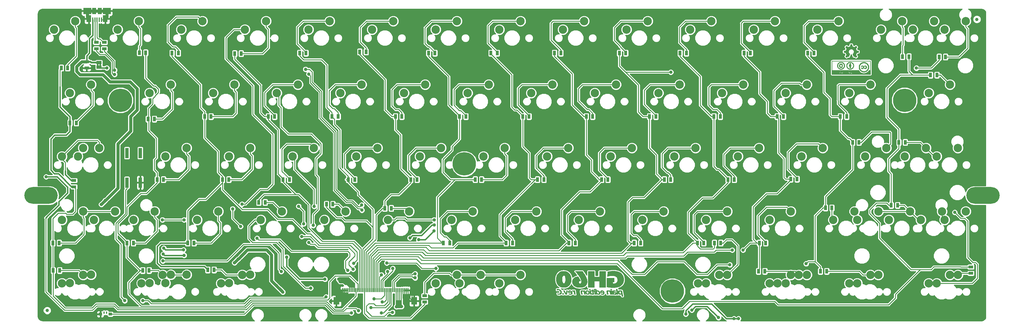
<source format=gbl>
G04 #@! TF.GenerationSoftware,KiCad,Pcbnew,(5.0.2)-1*
G04 #@! TF.CreationDate,2019-02-06T17:14:15+08:00*
G04 #@! TF.ProjectId,keyboard,6b657962-6f61-4726-942e-6b696361645f,B*
G04 #@! TF.SameCoordinates,Original*
G04 #@! TF.FileFunction,Copper,L2,Bot*
G04 #@! TF.FilePolarity,Positive*
%FSLAX45Y45*%
G04 Gerber Fmt 4.5, Leading zero omitted, Abs format (unit mm)*
G04 Created by KiCad (PCBNEW (5.0.2)-1) date 2019/2/6 17:14:15*
%MOMM*%
%LPD*%
G01*
G04 APERTURE LIST*
G04 #@! TA.AperFunction,EtchedComponent*
%ADD10C,0.010000*%
G04 #@! TD*
G04 #@! TA.AperFunction,ComponentPad*
%ADD11C,2.499360*%
G04 #@! TD*
G04 #@! TA.AperFunction,SMDPad,CuDef*
%ADD12R,1.175000X1.900000*%
G04 #@! TD*
G04 #@! TA.AperFunction,SMDPad,CuDef*
%ADD13R,2.375000X1.900000*%
G04 #@! TD*
G04 #@! TA.AperFunction,SMDPad,CuDef*
%ADD14R,1.475000X2.100000*%
G04 #@! TD*
G04 #@! TA.AperFunction,SMDPad,CuDef*
%ADD15R,0.450000X1.380000*%
G04 #@! TD*
G04 #@! TA.AperFunction,SMDPad,CuDef*
%ADD16R,0.889000X1.397000*%
G04 #@! TD*
G04 #@! TA.AperFunction,SMDPad,CuDef*
%ADD17R,1.397000X0.889000*%
G04 #@! TD*
G04 #@! TA.AperFunction,ComponentPad*
%ADD18O,9.999980X5.001260*%
G04 #@! TD*
G04 #@! TA.AperFunction,ComponentPad*
%ADD19C,7.000240*%
G04 #@! TD*
G04 #@! TA.AperFunction,ComponentPad*
%ADD20C,7.001300*%
G04 #@! TD*
G04 #@! TA.AperFunction,ConnectorPad*
%ADD21C,1.000000*%
G04 #@! TD*
G04 #@! TA.AperFunction,SMDPad,CuDef*
%ADD22R,1.000000X3.100000*%
G04 #@! TD*
G04 #@! TA.AperFunction,SMDPad,CuDef*
%ADD23R,0.400000X0.800000*%
G04 #@! TD*
G04 #@! TA.AperFunction,SMDPad,CuDef*
%ADD24R,1.000000X0.900000*%
G04 #@! TD*
G04 #@! TA.AperFunction,SMDPad,CuDef*
%ADD25R,0.300000X1.300000*%
G04 #@! TD*
G04 #@! TA.AperFunction,SMDPad,CuDef*
%ADD26R,1.800000X2.200000*%
G04 #@! TD*
G04 #@! TA.AperFunction,SMDPad,CuDef*
%ADD27R,1.500000X1.000000*%
G04 #@! TD*
G04 #@! TA.AperFunction,SMDPad,CuDef*
%ADD28C,1.000000*%
G04 #@! TD*
G04 #@! TA.AperFunction,Conductor*
%ADD29C,0.150000*%
G04 #@! TD*
G04 #@! TA.AperFunction,ViaPad*
%ADD30C,1.000000*%
G04 #@! TD*
G04 #@! TA.AperFunction,Conductor*
%ADD31C,0.406400*%
G04 #@! TD*
G04 #@! TA.AperFunction,Conductor*
%ADD32C,0.254000*%
G04 #@! TD*
G04 #@! TA.AperFunction,Conductor*
%ADD33C,0.889000*%
G04 #@! TD*
G04 #@! TA.AperFunction,Conductor*
%ADD34C,0.508000*%
G04 #@! TD*
G04 APERTURE END LIST*
D10*
G04 #@! TO.C,G\002A\002A\002A*
G36*
X23698501Y-14962383D02*
X23691085Y-14962782D01*
X23684456Y-14963580D01*
X23678563Y-14964786D01*
X23673354Y-14966410D01*
X23668779Y-14968458D01*
X23664785Y-14970941D01*
X23661321Y-14973866D01*
X23660900Y-14974285D01*
X23657848Y-14977972D01*
X23655427Y-14982220D01*
X23653606Y-14987113D01*
X23652356Y-14992738D01*
X23651649Y-14999179D01*
X23651523Y-15001659D01*
X23651571Y-15011684D01*
X23652491Y-15021138D01*
X23654299Y-15030071D01*
X23657012Y-15038535D01*
X23660645Y-15046582D01*
X23665216Y-15054263D01*
X23670531Y-15061376D01*
X23676237Y-15067554D01*
X23682427Y-15072877D01*
X23689033Y-15077294D01*
X23695983Y-15080756D01*
X23699933Y-15082237D01*
X23706886Y-15084029D01*
X23713769Y-15084773D01*
X23720540Y-15084478D01*
X23727155Y-15083155D01*
X23733574Y-15080813D01*
X23739753Y-15077463D01*
X23745650Y-15073114D01*
X23747949Y-15071070D01*
X23749822Y-15069417D01*
X23751042Y-15068571D01*
X23751602Y-15068537D01*
X23751621Y-15068580D01*
X23751765Y-15069214D01*
X23752096Y-15070795D01*
X23752595Y-15073232D01*
X23753245Y-15076436D01*
X23754027Y-15080315D01*
X23754923Y-15084778D01*
X23755914Y-15089735D01*
X23756983Y-15095094D01*
X23758111Y-15100766D01*
X23758272Y-15101577D01*
X23759408Y-15107292D01*
X23760488Y-15112714D01*
X23761493Y-15117750D01*
X23762406Y-15122310D01*
X23763209Y-15126301D01*
X23763881Y-15129632D01*
X23764406Y-15132212D01*
X23764765Y-15133948D01*
X23764940Y-15134751D01*
X23764948Y-15134782D01*
X23765087Y-15135039D01*
X23765410Y-15135243D01*
X23766027Y-15135402D01*
X23767047Y-15135520D01*
X23768577Y-15135603D01*
X23770727Y-15135658D01*
X23773605Y-15135690D01*
X23777321Y-15135704D01*
X23781983Y-15135708D01*
X23782150Y-15135708D01*
X23786832Y-15135705D01*
X23790561Y-15135692D01*
X23793442Y-15135663D01*
X23795581Y-15135613D01*
X23797084Y-15135535D01*
X23798054Y-15135423D01*
X23798599Y-15135272D01*
X23798823Y-15135077D01*
X23798832Y-15134830D01*
X23798819Y-15134782D01*
X23798687Y-15134168D01*
X23798359Y-15132572D01*
X23797846Y-15130051D01*
X23797159Y-15126659D01*
X23796309Y-15122453D01*
X23795308Y-15117489D01*
X23794166Y-15111822D01*
X23792896Y-15105509D01*
X23791508Y-15098605D01*
X23790014Y-15091167D01*
X23788424Y-15083250D01*
X23786751Y-15074911D01*
X23785005Y-15066204D01*
X23783198Y-15057186D01*
X23782020Y-15051306D01*
X23780182Y-15042132D01*
X23779380Y-15038135D01*
X23745037Y-15038135D01*
X23744550Y-15042230D01*
X23743177Y-15046331D01*
X23741050Y-15050157D01*
X23738302Y-15053426D01*
X23737477Y-15054172D01*
X23733294Y-15057050D01*
X23728708Y-15058981D01*
X23723823Y-15059946D01*
X23718743Y-15059927D01*
X23713574Y-15058904D01*
X23712666Y-15058620D01*
X23707682Y-15056425D01*
X23703053Y-15053285D01*
X23698846Y-15049275D01*
X23695126Y-15044467D01*
X23691958Y-15038937D01*
X23689406Y-15032756D01*
X23689238Y-15032256D01*
X23688435Y-15029555D01*
X23687604Y-15026271D01*
X23686794Y-15022652D01*
X23686054Y-15018950D01*
X23685432Y-15015412D01*
X23684977Y-15012290D01*
X23684737Y-15009832D01*
X23684712Y-15009057D01*
X23685174Y-15003928D01*
X23686542Y-14999332D01*
X23688788Y-14995305D01*
X23691886Y-14991878D01*
X23695809Y-14989087D01*
X23700530Y-14986964D01*
X23702969Y-14986220D01*
X23705693Y-14985727D01*
X23709115Y-14985451D01*
X23712895Y-14985390D01*
X23716697Y-14985546D01*
X23720180Y-14985919D01*
X23721754Y-14986199D01*
X23725764Y-14987144D01*
X23729305Y-14988176D01*
X23732256Y-14989245D01*
X23734494Y-14990305D01*
X23735897Y-14991306D01*
X23736323Y-14991975D01*
X23736792Y-14994052D01*
X23737387Y-14996856D01*
X23738081Y-15000253D01*
X23738850Y-15004107D01*
X23739669Y-15008284D01*
X23740511Y-15012649D01*
X23741351Y-15017066D01*
X23742164Y-15021401D01*
X23742924Y-15025517D01*
X23743605Y-15029281D01*
X23744183Y-15032556D01*
X23744631Y-15035208D01*
X23744924Y-15037102D01*
X23745037Y-15038103D01*
X23745037Y-15038135D01*
X23779380Y-15038135D01*
X23778399Y-15033242D01*
X23776682Y-15024690D01*
X23775043Y-15016532D01*
X23773493Y-15008823D01*
X23772043Y-15001618D01*
X23770703Y-14994973D01*
X23769486Y-14988943D01*
X23768402Y-14983583D01*
X23767463Y-14978949D01*
X23766679Y-14975095D01*
X23766063Y-14972078D01*
X23765624Y-14969951D01*
X23765374Y-14968771D01*
X23765318Y-14968538D01*
X23764707Y-14968344D01*
X23763175Y-14968053D01*
X23760856Y-14967682D01*
X23757880Y-14967248D01*
X23754381Y-14966767D01*
X23750489Y-14966258D01*
X23746338Y-14965735D01*
X23742060Y-14965217D01*
X23737786Y-14964721D01*
X23733648Y-14964263D01*
X23729779Y-14963860D01*
X23726310Y-14963529D01*
X23725987Y-14963501D01*
X23715901Y-14962751D01*
X23706756Y-14962376D01*
X23698501Y-14962383D01*
X23698501Y-14962383D01*
G37*
X23698501Y-14962383D02*
X23691085Y-14962782D01*
X23684456Y-14963580D01*
X23678563Y-14964786D01*
X23673354Y-14966410D01*
X23668779Y-14968458D01*
X23664785Y-14970941D01*
X23661321Y-14973866D01*
X23660900Y-14974285D01*
X23657848Y-14977972D01*
X23655427Y-14982220D01*
X23653606Y-14987113D01*
X23652356Y-14992738D01*
X23651649Y-14999179D01*
X23651523Y-15001659D01*
X23651571Y-15011684D01*
X23652491Y-15021138D01*
X23654299Y-15030071D01*
X23657012Y-15038535D01*
X23660645Y-15046582D01*
X23665216Y-15054263D01*
X23670531Y-15061376D01*
X23676237Y-15067554D01*
X23682427Y-15072877D01*
X23689033Y-15077294D01*
X23695983Y-15080756D01*
X23699933Y-15082237D01*
X23706886Y-15084029D01*
X23713769Y-15084773D01*
X23720540Y-15084478D01*
X23727155Y-15083155D01*
X23733574Y-15080813D01*
X23739753Y-15077463D01*
X23745650Y-15073114D01*
X23747949Y-15071070D01*
X23749822Y-15069417D01*
X23751042Y-15068571D01*
X23751602Y-15068537D01*
X23751621Y-15068580D01*
X23751765Y-15069214D01*
X23752096Y-15070795D01*
X23752595Y-15073232D01*
X23753245Y-15076436D01*
X23754027Y-15080315D01*
X23754923Y-15084778D01*
X23755914Y-15089735D01*
X23756983Y-15095094D01*
X23758111Y-15100766D01*
X23758272Y-15101577D01*
X23759408Y-15107292D01*
X23760488Y-15112714D01*
X23761493Y-15117750D01*
X23762406Y-15122310D01*
X23763209Y-15126301D01*
X23763881Y-15129632D01*
X23764406Y-15132212D01*
X23764765Y-15133948D01*
X23764940Y-15134751D01*
X23764948Y-15134782D01*
X23765087Y-15135039D01*
X23765410Y-15135243D01*
X23766027Y-15135402D01*
X23767047Y-15135520D01*
X23768577Y-15135603D01*
X23770727Y-15135658D01*
X23773605Y-15135690D01*
X23777321Y-15135704D01*
X23781983Y-15135708D01*
X23782150Y-15135708D01*
X23786832Y-15135705D01*
X23790561Y-15135692D01*
X23793442Y-15135663D01*
X23795581Y-15135613D01*
X23797084Y-15135535D01*
X23798054Y-15135423D01*
X23798599Y-15135272D01*
X23798823Y-15135077D01*
X23798832Y-15134830D01*
X23798819Y-15134782D01*
X23798687Y-15134168D01*
X23798359Y-15132572D01*
X23797846Y-15130051D01*
X23797159Y-15126659D01*
X23796309Y-15122453D01*
X23795308Y-15117489D01*
X23794166Y-15111822D01*
X23792896Y-15105509D01*
X23791508Y-15098605D01*
X23790014Y-15091167D01*
X23788424Y-15083250D01*
X23786751Y-15074911D01*
X23785005Y-15066204D01*
X23783198Y-15057186D01*
X23782020Y-15051306D01*
X23780182Y-15042132D01*
X23779380Y-15038135D01*
X23745037Y-15038135D01*
X23744550Y-15042230D01*
X23743177Y-15046331D01*
X23741050Y-15050157D01*
X23738302Y-15053426D01*
X23737477Y-15054172D01*
X23733294Y-15057050D01*
X23728708Y-15058981D01*
X23723823Y-15059946D01*
X23718743Y-15059927D01*
X23713574Y-15058904D01*
X23712666Y-15058620D01*
X23707682Y-15056425D01*
X23703053Y-15053285D01*
X23698846Y-15049275D01*
X23695126Y-15044467D01*
X23691958Y-15038937D01*
X23689406Y-15032756D01*
X23689238Y-15032256D01*
X23688435Y-15029555D01*
X23687604Y-15026271D01*
X23686794Y-15022652D01*
X23686054Y-15018950D01*
X23685432Y-15015412D01*
X23684977Y-15012290D01*
X23684737Y-15009832D01*
X23684712Y-15009057D01*
X23685174Y-15003928D01*
X23686542Y-14999332D01*
X23688788Y-14995305D01*
X23691886Y-14991878D01*
X23695809Y-14989087D01*
X23700530Y-14986964D01*
X23702969Y-14986220D01*
X23705693Y-14985727D01*
X23709115Y-14985451D01*
X23712895Y-14985390D01*
X23716697Y-14985546D01*
X23720180Y-14985919D01*
X23721754Y-14986199D01*
X23725764Y-14987144D01*
X23729305Y-14988176D01*
X23732256Y-14989245D01*
X23734494Y-14990305D01*
X23735897Y-14991306D01*
X23736323Y-14991975D01*
X23736792Y-14994052D01*
X23737387Y-14996856D01*
X23738081Y-15000253D01*
X23738850Y-15004107D01*
X23739669Y-15008284D01*
X23740511Y-15012649D01*
X23741351Y-15017066D01*
X23742164Y-15021401D01*
X23742924Y-15025517D01*
X23743605Y-15029281D01*
X23744183Y-15032556D01*
X23744631Y-15035208D01*
X23744924Y-15037102D01*
X23745037Y-15038103D01*
X23745037Y-15038135D01*
X23779380Y-15038135D01*
X23778399Y-15033242D01*
X23776682Y-15024690D01*
X23775043Y-15016532D01*
X23773493Y-15008823D01*
X23772043Y-15001618D01*
X23770703Y-14994973D01*
X23769486Y-14988943D01*
X23768402Y-14983583D01*
X23767463Y-14978949D01*
X23766679Y-14975095D01*
X23766063Y-14972078D01*
X23765624Y-14969951D01*
X23765374Y-14968771D01*
X23765318Y-14968538D01*
X23764707Y-14968344D01*
X23763175Y-14968053D01*
X23760856Y-14967682D01*
X23757880Y-14967248D01*
X23754381Y-14966767D01*
X23750489Y-14966258D01*
X23746338Y-14965735D01*
X23742060Y-14965217D01*
X23737786Y-14964721D01*
X23733648Y-14964263D01*
X23729779Y-14963860D01*
X23726310Y-14963529D01*
X23725987Y-14963501D01*
X23715901Y-14962751D01*
X23706756Y-14962376D01*
X23698501Y-14962383D01*
G36*
X23522496Y-14963058D02*
X23517794Y-14963257D01*
X23513713Y-14963581D01*
X23511283Y-14963894D01*
X23504793Y-14965258D01*
X23499087Y-14967144D01*
X23494202Y-14969529D01*
X23490175Y-14972390D01*
X23487046Y-14975705D01*
X23484851Y-14979450D01*
X23484623Y-14980003D01*
X23484212Y-14981088D01*
X23483870Y-14982147D01*
X23483607Y-14983249D01*
X23483431Y-14984463D01*
X23483351Y-14985856D01*
X23483378Y-14987500D01*
X23483520Y-14989461D01*
X23483787Y-14991809D01*
X23484188Y-14994614D01*
X23484733Y-14997944D01*
X23485430Y-15001867D01*
X23486290Y-15006453D01*
X23487321Y-15011771D01*
X23488533Y-15017889D01*
X23489936Y-15024877D01*
X23491537Y-15032803D01*
X23492284Y-15036490D01*
X23493631Y-15043132D01*
X23494922Y-15049493D01*
X23496140Y-15055493D01*
X23497270Y-15061053D01*
X23498296Y-15066096D01*
X23499201Y-15070541D01*
X23499970Y-15074311D01*
X23500587Y-15077327D01*
X23501034Y-15079510D01*
X23501298Y-15080780D01*
X23501361Y-15081072D01*
X23501641Y-15082262D01*
X23517770Y-15082262D01*
X23522512Y-15082254D01*
X23526286Y-15082225D01*
X23529187Y-15082172D01*
X23531305Y-15082091D01*
X23532734Y-15081978D01*
X23533564Y-15081830D01*
X23533887Y-15081643D01*
X23533900Y-15081589D01*
X23533799Y-15080958D01*
X23533507Y-15079385D01*
X23533045Y-15076967D01*
X23532430Y-15073800D01*
X23531681Y-15069979D01*
X23530818Y-15065601D01*
X23529858Y-15060763D01*
X23528822Y-15055559D01*
X23528128Y-15052088D01*
X23527057Y-15046721D01*
X23526056Y-15041673D01*
X23525143Y-15037037D01*
X23524338Y-15032907D01*
X23523657Y-15029378D01*
X23523118Y-15026543D01*
X23522742Y-15024496D01*
X23522544Y-15023331D01*
X23522520Y-15023091D01*
X23523042Y-15023210D01*
X23524185Y-15023702D01*
X23524950Y-15024077D01*
X23526564Y-15024854D01*
X23528415Y-15025642D01*
X23530631Y-15026488D01*
X23533340Y-15027435D01*
X23536670Y-15028529D01*
X23540752Y-15029814D01*
X23545712Y-15031336D01*
X23546209Y-15031487D01*
X23552564Y-15033498D01*
X23557964Y-15035402D01*
X23562503Y-15037253D01*
X23566273Y-15039105D01*
X23569365Y-15041013D01*
X23571871Y-15043029D01*
X23573884Y-15045208D01*
X23575496Y-15047605D01*
X23576301Y-15049153D01*
X23577474Y-15052360D01*
X23577745Y-15055237D01*
X23577126Y-15057992D01*
X23576821Y-15058715D01*
X23575495Y-15060934D01*
X23573691Y-15062662D01*
X23571138Y-15064147D01*
X23570670Y-15064365D01*
X23569346Y-15064906D01*
X23568031Y-15065254D01*
X23566445Y-15065448D01*
X23564310Y-15065523D01*
X23561946Y-15065522D01*
X23556880Y-15065285D01*
X23552141Y-15064604D01*
X23547274Y-15063400D01*
X23544308Y-15062464D01*
X23542484Y-15061870D01*
X23541106Y-15061456D01*
X23540428Y-15061297D01*
X23540400Y-15061302D01*
X23540553Y-15061792D01*
X23541024Y-15063092D01*
X23541744Y-15065024D01*
X23542646Y-15067413D01*
X23543662Y-15070082D01*
X23544725Y-15072853D01*
X23545766Y-15075551D01*
X23546718Y-15077999D01*
X23547514Y-15080021D01*
X23548085Y-15081439D01*
X23548363Y-15082078D01*
X23548375Y-15082095D01*
X23548988Y-15082297D01*
X23550442Y-15082626D01*
X23552532Y-15083044D01*
X23555054Y-15083514D01*
X23557803Y-15083999D01*
X23560574Y-15084463D01*
X23563163Y-15084869D01*
X23565364Y-15085178D01*
X23565630Y-15085212D01*
X23572921Y-15085828D01*
X23579495Y-15085766D01*
X23584965Y-15085114D01*
X23591009Y-15083615D01*
X23596282Y-15081424D01*
X23600768Y-15078550D01*
X23604451Y-15075004D01*
X23607318Y-15070796D01*
X23607388Y-15070664D01*
X23609371Y-15065825D01*
X23610403Y-15060553D01*
X23610480Y-15054887D01*
X23609599Y-15048869D01*
X23609592Y-15048835D01*
X23608769Y-15045593D01*
X23607791Y-15042878D01*
X23606487Y-15040335D01*
X23604689Y-15037607D01*
X23603410Y-15035875D01*
X23599415Y-15031318D01*
X23594734Y-15027307D01*
X23589282Y-15023788D01*
X23582975Y-15020704D01*
X23577516Y-15018603D01*
X23574821Y-15017691D01*
X23572119Y-15016836D01*
X23569258Y-15015998D01*
X23566092Y-15015138D01*
X23562471Y-15014218D01*
X23558245Y-15013197D01*
X23553267Y-15012037D01*
X23547989Y-15010835D01*
X23544015Y-15009912D01*
X23540167Y-15008976D01*
X23536631Y-15008074D01*
X23533592Y-15007254D01*
X23531234Y-15006565D01*
X23529846Y-15006096D01*
X23525863Y-15004220D01*
X23522630Y-15002012D01*
X23520207Y-14999553D01*
X23518653Y-14996920D01*
X23518027Y-14994192D01*
X23518388Y-14991449D01*
X23518530Y-14991043D01*
X23519597Y-14989213D01*
X23521322Y-14987261D01*
X23523396Y-14985494D01*
X23525316Y-14984310D01*
X23526347Y-14983848D01*
X23527370Y-14983519D01*
X23528588Y-14983302D01*
X23530207Y-14983174D01*
X23532429Y-14983113D01*
X23535460Y-14983094D01*
X23536281Y-14983094D01*
X23540212Y-14983135D01*
X23543504Y-14983283D01*
X23546575Y-14983575D01*
X23549842Y-14984047D01*
X23552588Y-14984526D01*
X23566231Y-14987503D01*
X23578516Y-14991069D01*
X23580812Y-14991788D01*
X23582724Y-14992325D01*
X23584039Y-14992623D01*
X23584538Y-14992642D01*
X23584474Y-14992093D01*
X23584175Y-14990704D01*
X23583687Y-14988657D01*
X23583059Y-14986133D01*
X23582337Y-14983312D01*
X23581569Y-14980374D01*
X23580803Y-14977501D01*
X23580085Y-14974873D01*
X23579463Y-14972672D01*
X23578984Y-14971077D01*
X23578696Y-14970270D01*
X23578661Y-14970214D01*
X23577908Y-14969881D01*
X23576256Y-14969410D01*
X23573853Y-14968831D01*
X23570843Y-14968172D01*
X23567375Y-14967462D01*
X23563594Y-14966729D01*
X23559647Y-14966003D01*
X23555680Y-14965312D01*
X23551841Y-14964685D01*
X23548275Y-14964151D01*
X23546600Y-14963922D01*
X23542530Y-14963502D01*
X23537836Y-14963205D01*
X23532766Y-14963032D01*
X23527569Y-14962983D01*
X23522496Y-14963058D01*
X23522496Y-14963058D01*
G37*
X23522496Y-14963058D02*
X23517794Y-14963257D01*
X23513713Y-14963581D01*
X23511283Y-14963894D01*
X23504793Y-14965258D01*
X23499087Y-14967144D01*
X23494202Y-14969529D01*
X23490175Y-14972390D01*
X23487046Y-14975705D01*
X23484851Y-14979450D01*
X23484623Y-14980003D01*
X23484212Y-14981088D01*
X23483870Y-14982147D01*
X23483607Y-14983249D01*
X23483431Y-14984463D01*
X23483351Y-14985856D01*
X23483378Y-14987500D01*
X23483520Y-14989461D01*
X23483787Y-14991809D01*
X23484188Y-14994614D01*
X23484733Y-14997944D01*
X23485430Y-15001867D01*
X23486290Y-15006453D01*
X23487321Y-15011771D01*
X23488533Y-15017889D01*
X23489936Y-15024877D01*
X23491537Y-15032803D01*
X23492284Y-15036490D01*
X23493631Y-15043132D01*
X23494922Y-15049493D01*
X23496140Y-15055493D01*
X23497270Y-15061053D01*
X23498296Y-15066096D01*
X23499201Y-15070541D01*
X23499970Y-15074311D01*
X23500587Y-15077327D01*
X23501034Y-15079510D01*
X23501298Y-15080780D01*
X23501361Y-15081072D01*
X23501641Y-15082262D01*
X23517770Y-15082262D01*
X23522512Y-15082254D01*
X23526286Y-15082225D01*
X23529187Y-15082172D01*
X23531305Y-15082091D01*
X23532734Y-15081978D01*
X23533564Y-15081830D01*
X23533887Y-15081643D01*
X23533900Y-15081589D01*
X23533799Y-15080958D01*
X23533507Y-15079385D01*
X23533045Y-15076967D01*
X23532430Y-15073800D01*
X23531681Y-15069979D01*
X23530818Y-15065601D01*
X23529858Y-15060763D01*
X23528822Y-15055559D01*
X23528128Y-15052088D01*
X23527057Y-15046721D01*
X23526056Y-15041673D01*
X23525143Y-15037037D01*
X23524338Y-15032907D01*
X23523657Y-15029378D01*
X23523118Y-15026543D01*
X23522742Y-15024496D01*
X23522544Y-15023331D01*
X23522520Y-15023091D01*
X23523042Y-15023210D01*
X23524185Y-15023702D01*
X23524950Y-15024077D01*
X23526564Y-15024854D01*
X23528415Y-15025642D01*
X23530631Y-15026488D01*
X23533340Y-15027435D01*
X23536670Y-15028529D01*
X23540752Y-15029814D01*
X23545712Y-15031336D01*
X23546209Y-15031487D01*
X23552564Y-15033498D01*
X23557964Y-15035402D01*
X23562503Y-15037253D01*
X23566273Y-15039105D01*
X23569365Y-15041013D01*
X23571871Y-15043029D01*
X23573884Y-15045208D01*
X23575496Y-15047605D01*
X23576301Y-15049153D01*
X23577474Y-15052360D01*
X23577745Y-15055237D01*
X23577126Y-15057992D01*
X23576821Y-15058715D01*
X23575495Y-15060934D01*
X23573691Y-15062662D01*
X23571138Y-15064147D01*
X23570670Y-15064365D01*
X23569346Y-15064906D01*
X23568031Y-15065254D01*
X23566445Y-15065448D01*
X23564310Y-15065523D01*
X23561946Y-15065522D01*
X23556880Y-15065285D01*
X23552141Y-15064604D01*
X23547274Y-15063400D01*
X23544308Y-15062464D01*
X23542484Y-15061870D01*
X23541106Y-15061456D01*
X23540428Y-15061297D01*
X23540400Y-15061302D01*
X23540553Y-15061792D01*
X23541024Y-15063092D01*
X23541744Y-15065024D01*
X23542646Y-15067413D01*
X23543662Y-15070082D01*
X23544725Y-15072853D01*
X23545766Y-15075551D01*
X23546718Y-15077999D01*
X23547514Y-15080021D01*
X23548085Y-15081439D01*
X23548363Y-15082078D01*
X23548375Y-15082095D01*
X23548988Y-15082297D01*
X23550442Y-15082626D01*
X23552532Y-15083044D01*
X23555054Y-15083514D01*
X23557803Y-15083999D01*
X23560574Y-15084463D01*
X23563163Y-15084869D01*
X23565364Y-15085178D01*
X23565630Y-15085212D01*
X23572921Y-15085828D01*
X23579495Y-15085766D01*
X23584965Y-15085114D01*
X23591009Y-15083615D01*
X23596282Y-15081424D01*
X23600768Y-15078550D01*
X23604451Y-15075004D01*
X23607318Y-15070796D01*
X23607388Y-15070664D01*
X23609371Y-15065825D01*
X23610403Y-15060553D01*
X23610480Y-15054887D01*
X23609599Y-15048869D01*
X23609592Y-15048835D01*
X23608769Y-15045593D01*
X23607791Y-15042878D01*
X23606487Y-15040335D01*
X23604689Y-15037607D01*
X23603410Y-15035875D01*
X23599415Y-15031318D01*
X23594734Y-15027307D01*
X23589282Y-15023788D01*
X23582975Y-15020704D01*
X23577516Y-15018603D01*
X23574821Y-15017691D01*
X23572119Y-15016836D01*
X23569258Y-15015998D01*
X23566092Y-15015138D01*
X23562471Y-15014218D01*
X23558245Y-15013197D01*
X23553267Y-15012037D01*
X23547989Y-15010835D01*
X23544015Y-15009912D01*
X23540167Y-15008976D01*
X23536631Y-15008074D01*
X23533592Y-15007254D01*
X23531234Y-15006565D01*
X23529846Y-15006096D01*
X23525863Y-15004220D01*
X23522630Y-15002012D01*
X23520207Y-14999553D01*
X23518653Y-14996920D01*
X23518027Y-14994192D01*
X23518388Y-14991449D01*
X23518530Y-14991043D01*
X23519597Y-14989213D01*
X23521322Y-14987261D01*
X23523396Y-14985494D01*
X23525316Y-14984310D01*
X23526347Y-14983848D01*
X23527370Y-14983519D01*
X23528588Y-14983302D01*
X23530207Y-14983174D01*
X23532429Y-14983113D01*
X23535460Y-14983094D01*
X23536281Y-14983094D01*
X23540212Y-14983135D01*
X23543504Y-14983283D01*
X23546575Y-14983575D01*
X23549842Y-14984047D01*
X23552588Y-14984526D01*
X23566231Y-14987503D01*
X23578516Y-14991069D01*
X23580812Y-14991788D01*
X23582724Y-14992325D01*
X23584039Y-14992623D01*
X23584538Y-14992642D01*
X23584474Y-14992093D01*
X23584175Y-14990704D01*
X23583687Y-14988657D01*
X23583059Y-14986133D01*
X23582337Y-14983312D01*
X23581569Y-14980374D01*
X23580803Y-14977501D01*
X23580085Y-14974873D01*
X23579463Y-14972672D01*
X23578984Y-14971077D01*
X23578696Y-14970270D01*
X23578661Y-14970214D01*
X23577908Y-14969881D01*
X23576256Y-14969410D01*
X23573853Y-14968831D01*
X23570843Y-14968172D01*
X23567375Y-14967462D01*
X23563594Y-14966729D01*
X23559647Y-14966003D01*
X23555680Y-14965312D01*
X23551841Y-14964685D01*
X23548275Y-14964151D01*
X23546600Y-14963922D01*
X23542530Y-14963502D01*
X23537836Y-14963205D01*
X23532766Y-14963032D01*
X23527569Y-14962983D01*
X23522496Y-14963058D01*
G36*
X23162763Y-14961763D02*
X23158435Y-14962025D01*
X23154471Y-14962452D01*
X23151179Y-14963031D01*
X23150543Y-14963185D01*
X23143726Y-14965419D01*
X23137634Y-14968374D01*
X23132299Y-14972022D01*
X23127748Y-14976333D01*
X23124012Y-14981280D01*
X23121120Y-14986832D01*
X23119101Y-14992961D01*
X23118776Y-14994384D01*
X23118161Y-14998809D01*
X23117989Y-15003885D01*
X23118244Y-15009308D01*
X23118911Y-15014775D01*
X23119976Y-15019982D01*
X23120059Y-15020304D01*
X23120585Y-15022329D01*
X23121121Y-15024391D01*
X23121170Y-15024583D01*
X23121720Y-15026700D01*
X23207763Y-15026700D01*
X23208438Y-15028155D01*
X23208916Y-15029820D01*
X23209243Y-15032229D01*
X23209413Y-15035079D01*
X23209419Y-15038066D01*
X23209256Y-15040887D01*
X23208918Y-15043239D01*
X23208750Y-15043920D01*
X23206920Y-15048589D01*
X23204321Y-15052554D01*
X23200934Y-15055832D01*
X23196739Y-15058440D01*
X23191720Y-15060395D01*
X23190224Y-15060812D01*
X23187369Y-15061396D01*
X23183856Y-15061887D01*
X23180057Y-15062253D01*
X23176346Y-15062462D01*
X23173097Y-15062482D01*
X23171703Y-15062406D01*
X23162810Y-15061332D01*
X23154056Y-15059675D01*
X23145756Y-15057502D01*
X23140610Y-15055792D01*
X23138586Y-15055078D01*
X23136913Y-15054533D01*
X23135859Y-15054242D01*
X23135679Y-15054217D01*
X23135709Y-15054686D01*
X23136046Y-15055984D01*
X23136634Y-15057945D01*
X23137415Y-15060404D01*
X23138335Y-15063195D01*
X23139335Y-15066152D01*
X23140361Y-15069111D01*
X23141356Y-15071905D01*
X23142264Y-15074369D01*
X23143027Y-15076337D01*
X23143591Y-15077645D01*
X23143766Y-15077978D01*
X23144622Y-15078612D01*
X23146405Y-15079343D01*
X23148993Y-15080140D01*
X23152263Y-15080972D01*
X23156091Y-15081808D01*
X23160355Y-15082615D01*
X23164932Y-15083364D01*
X23165043Y-15083381D01*
X23167709Y-15083713D01*
X23171006Y-15084016D01*
X23174722Y-15084281D01*
X23178647Y-15084501D01*
X23182568Y-15084665D01*
X23186273Y-15084764D01*
X23189550Y-15084791D01*
X23192187Y-15084735D01*
X23193910Y-15084598D01*
X23195200Y-15084418D01*
X23197150Y-15084150D01*
X23199374Y-15083847D01*
X23199721Y-15083800D01*
X23206768Y-15082475D01*
X23213383Y-15080496D01*
X23219455Y-15077918D01*
X23224875Y-15074796D01*
X23229533Y-15071186D01*
X23233320Y-15067142D01*
X23233587Y-15066795D01*
X23236830Y-15061642D01*
X23239250Y-15055855D01*
X23240844Y-15049474D01*
X23241609Y-15042538D01*
X23241541Y-15035083D01*
X23240636Y-15027150D01*
X23238890Y-15018775D01*
X23238364Y-15016767D01*
X23237225Y-15012726D01*
X23236196Y-15009426D01*
X23235677Y-15007981D01*
X23203700Y-15007981D01*
X23203567Y-15008149D01*
X23203113Y-15008289D01*
X23202260Y-15008401D01*
X23200925Y-15008489D01*
X23199029Y-15008553D01*
X23196492Y-15008595D01*
X23193233Y-15008618D01*
X23189172Y-15008623D01*
X23184228Y-15008612D01*
X23178321Y-15008587D01*
X23177109Y-15008581D01*
X23150519Y-15008444D01*
X23150533Y-15002623D01*
X23150655Y-14999046D01*
X23151058Y-14996233D01*
X23151829Y-14993910D01*
X23153055Y-14991799D01*
X23154521Y-14989966D01*
X23157284Y-14987357D01*
X23160388Y-14985518D01*
X23163983Y-14984394D01*
X23168220Y-14983931D01*
X23171357Y-14983958D01*
X23177370Y-14984713D01*
X23183062Y-14986386D01*
X23188324Y-14988908D01*
X23193049Y-14992213D01*
X23197129Y-14996233D01*
X23200456Y-15000900D01*
X23201494Y-15002816D01*
X23202462Y-15004834D01*
X23203214Y-15006545D01*
X23203642Y-15007695D01*
X23203700Y-15007981D01*
X23235677Y-15007981D01*
X23235169Y-15006570D01*
X23234038Y-15003864D01*
X23232695Y-15001013D01*
X23232555Y-15000729D01*
X23228617Y-14993935D01*
X23223795Y-14987629D01*
X23218174Y-14981865D01*
X23211835Y-14976701D01*
X23204863Y-14972190D01*
X23197339Y-14968390D01*
X23189348Y-14965355D01*
X23180972Y-14963141D01*
X23174860Y-14962101D01*
X23171283Y-14961787D01*
X23167148Y-14961679D01*
X23162763Y-14961763D01*
X23162763Y-14961763D01*
G37*
X23162763Y-14961763D02*
X23158435Y-14962025D01*
X23154471Y-14962452D01*
X23151179Y-14963031D01*
X23150543Y-14963185D01*
X23143726Y-14965419D01*
X23137634Y-14968374D01*
X23132299Y-14972022D01*
X23127748Y-14976333D01*
X23124012Y-14981280D01*
X23121120Y-14986832D01*
X23119101Y-14992961D01*
X23118776Y-14994384D01*
X23118161Y-14998809D01*
X23117989Y-15003885D01*
X23118244Y-15009308D01*
X23118911Y-15014775D01*
X23119976Y-15019982D01*
X23120059Y-15020304D01*
X23120585Y-15022329D01*
X23121121Y-15024391D01*
X23121170Y-15024583D01*
X23121720Y-15026700D01*
X23207763Y-15026700D01*
X23208438Y-15028155D01*
X23208916Y-15029820D01*
X23209243Y-15032229D01*
X23209413Y-15035079D01*
X23209419Y-15038066D01*
X23209256Y-15040887D01*
X23208918Y-15043239D01*
X23208750Y-15043920D01*
X23206920Y-15048589D01*
X23204321Y-15052554D01*
X23200934Y-15055832D01*
X23196739Y-15058440D01*
X23191720Y-15060395D01*
X23190224Y-15060812D01*
X23187369Y-15061396D01*
X23183856Y-15061887D01*
X23180057Y-15062253D01*
X23176346Y-15062462D01*
X23173097Y-15062482D01*
X23171703Y-15062406D01*
X23162810Y-15061332D01*
X23154056Y-15059675D01*
X23145756Y-15057502D01*
X23140610Y-15055792D01*
X23138586Y-15055078D01*
X23136913Y-15054533D01*
X23135859Y-15054242D01*
X23135679Y-15054217D01*
X23135709Y-15054686D01*
X23136046Y-15055984D01*
X23136634Y-15057945D01*
X23137415Y-15060404D01*
X23138335Y-15063195D01*
X23139335Y-15066152D01*
X23140361Y-15069111D01*
X23141356Y-15071905D01*
X23142264Y-15074369D01*
X23143027Y-15076337D01*
X23143591Y-15077645D01*
X23143766Y-15077978D01*
X23144622Y-15078612D01*
X23146405Y-15079343D01*
X23148993Y-15080140D01*
X23152263Y-15080972D01*
X23156091Y-15081808D01*
X23160355Y-15082615D01*
X23164932Y-15083364D01*
X23165043Y-15083381D01*
X23167709Y-15083713D01*
X23171006Y-15084016D01*
X23174722Y-15084281D01*
X23178647Y-15084501D01*
X23182568Y-15084665D01*
X23186273Y-15084764D01*
X23189550Y-15084791D01*
X23192187Y-15084735D01*
X23193910Y-15084598D01*
X23195200Y-15084418D01*
X23197150Y-15084150D01*
X23199374Y-15083847D01*
X23199721Y-15083800D01*
X23206768Y-15082475D01*
X23213383Y-15080496D01*
X23219455Y-15077918D01*
X23224875Y-15074796D01*
X23229533Y-15071186D01*
X23233320Y-15067142D01*
X23233587Y-15066795D01*
X23236830Y-15061642D01*
X23239250Y-15055855D01*
X23240844Y-15049474D01*
X23241609Y-15042538D01*
X23241541Y-15035083D01*
X23240636Y-15027150D01*
X23238890Y-15018775D01*
X23238364Y-15016767D01*
X23237225Y-15012726D01*
X23236196Y-15009426D01*
X23235677Y-15007981D01*
X23203700Y-15007981D01*
X23203567Y-15008149D01*
X23203113Y-15008289D01*
X23202260Y-15008401D01*
X23200925Y-15008489D01*
X23199029Y-15008553D01*
X23196492Y-15008595D01*
X23193233Y-15008618D01*
X23189172Y-15008623D01*
X23184228Y-15008612D01*
X23178321Y-15008587D01*
X23177109Y-15008581D01*
X23150519Y-15008444D01*
X23150533Y-15002623D01*
X23150655Y-14999046D01*
X23151058Y-14996233D01*
X23151829Y-14993910D01*
X23153055Y-14991799D01*
X23154521Y-14989966D01*
X23157284Y-14987357D01*
X23160388Y-14985518D01*
X23163983Y-14984394D01*
X23168220Y-14983931D01*
X23171357Y-14983958D01*
X23177370Y-14984713D01*
X23183062Y-14986386D01*
X23188324Y-14988908D01*
X23193049Y-14992213D01*
X23197129Y-14996233D01*
X23200456Y-15000900D01*
X23201494Y-15002816D01*
X23202462Y-15004834D01*
X23203214Y-15006545D01*
X23203642Y-15007695D01*
X23203700Y-15007981D01*
X23235677Y-15007981D01*
X23235169Y-15006570D01*
X23234038Y-15003864D01*
X23232695Y-15001013D01*
X23232555Y-15000729D01*
X23228617Y-14993935D01*
X23223795Y-14987629D01*
X23218174Y-14981865D01*
X23211835Y-14976701D01*
X23204863Y-14972190D01*
X23197339Y-14968390D01*
X23189348Y-14965355D01*
X23180972Y-14963141D01*
X23174860Y-14962101D01*
X23171283Y-14961787D01*
X23167148Y-14961679D01*
X23162763Y-14961763D01*
G36*
X22997483Y-15082262D02*
X23013844Y-15082262D01*
X23018437Y-15082259D01*
X23022079Y-15082246D01*
X23024876Y-15082216D01*
X23026936Y-15082163D01*
X23028365Y-15082081D01*
X23029270Y-15081964D01*
X23029759Y-15081806D01*
X23029938Y-15081600D01*
X23029915Y-15081341D01*
X23029913Y-15081336D01*
X23029656Y-15080522D01*
X23029146Y-15078902D01*
X23028445Y-15076680D01*
X23027619Y-15074060D01*
X23027232Y-15072831D01*
X23026397Y-15070168D01*
X23025690Y-15067875D01*
X23025165Y-15066135D01*
X23024878Y-15065132D01*
X23024842Y-15064966D01*
X23025196Y-15065171D01*
X23026145Y-15065961D01*
X23027519Y-15067190D01*
X23028289Y-15067903D01*
X23034007Y-15072610D01*
X23040290Y-15076620D01*
X23046998Y-15079888D01*
X23053989Y-15082370D01*
X23061122Y-15084020D01*
X23068256Y-15084795D01*
X23075249Y-15084648D01*
X23079314Y-15084100D01*
X23085594Y-15082461D01*
X23091441Y-15079931D01*
X23096761Y-15076587D01*
X23101463Y-15072501D01*
X23105454Y-15067750D01*
X23108640Y-15062406D01*
X23109914Y-15059508D01*
X23111239Y-15055701D01*
X23112155Y-15051989D01*
X23112740Y-15047982D01*
X23113049Y-15043776D01*
X23113066Y-15037174D01*
X23112967Y-15036165D01*
X23078661Y-15036165D01*
X23078532Y-15039639D01*
X23078206Y-15042460D01*
X23078119Y-15042906D01*
X23076611Y-15047817D01*
X23074367Y-15052038D01*
X23071448Y-15055516D01*
X23067916Y-15058197D01*
X23063831Y-15060029D01*
X23059256Y-15060959D01*
X23057100Y-15061068D01*
X23054568Y-15060963D01*
X23051923Y-15060661D01*
X23049956Y-15060277D01*
X23044234Y-15058256D01*
X23038953Y-15055307D01*
X23034168Y-15051488D01*
X23029937Y-15046859D01*
X23026319Y-15041478D01*
X23023369Y-15035403D01*
X23022034Y-15031727D01*
X23021525Y-15029954D01*
X23020899Y-15027457D01*
X23020183Y-15024369D01*
X23019401Y-15020822D01*
X23018580Y-15016948D01*
X23017746Y-15012880D01*
X23016924Y-15008749D01*
X23016140Y-15004689D01*
X23015420Y-15000831D01*
X23014789Y-14997307D01*
X23014275Y-14994250D01*
X23013902Y-14991793D01*
X23013696Y-14990067D01*
X23013683Y-14989205D01*
X23013719Y-14989136D01*
X23014459Y-14988909D01*
X23016012Y-14988575D01*
X23018144Y-14988182D01*
X23020393Y-14987810D01*
X23028116Y-14987079D01*
X23035557Y-14987341D01*
X23042675Y-14988581D01*
X23049426Y-14990788D01*
X23055768Y-14993949D01*
X23061656Y-14998051D01*
X23064723Y-15000739D01*
X23068485Y-15004869D01*
X23071880Y-15009690D01*
X23074725Y-15014892D01*
X23076835Y-15020162D01*
X23077427Y-15022202D01*
X23077977Y-15025058D01*
X23078373Y-15028552D01*
X23078604Y-15032362D01*
X23078661Y-15036165D01*
X23112967Y-15036165D01*
X23112432Y-15030718D01*
X23111102Y-15024203D01*
X23109037Y-15017424D01*
X23106259Y-15010324D01*
X23102046Y-15001708D01*
X23097132Y-14993879D01*
X23091532Y-14986849D01*
X23085260Y-14980631D01*
X23078333Y-14975236D01*
X23070766Y-14970679D01*
X23062573Y-14966970D01*
X23053770Y-14964123D01*
X23048390Y-14962871D01*
X23046343Y-14962514D01*
X23044130Y-14962251D01*
X23041551Y-14962071D01*
X23038408Y-14961963D01*
X23034504Y-14961913D01*
X23032250Y-14961907D01*
X23028087Y-14961922D01*
X23024708Y-14961988D01*
X23021838Y-14962129D01*
X23019203Y-14962373D01*
X23016529Y-14962744D01*
X23013542Y-14963269D01*
X23009967Y-14963973D01*
X23009736Y-14964020D01*
X23008123Y-14964348D01*
X23004233Y-14944591D01*
X23003354Y-14940144D01*
X23002532Y-14936012D01*
X23001791Y-14932313D01*
X23001154Y-14929165D01*
X23000646Y-14926686D01*
X23000290Y-14924994D01*
X23000110Y-14924205D01*
X23000100Y-14924174D01*
X22999792Y-14923982D01*
X22998965Y-14923828D01*
X22997533Y-14923709D01*
X22995410Y-14923621D01*
X22992508Y-14923562D01*
X22988741Y-14923527D01*
X22984022Y-14923513D01*
X22982795Y-14923512D01*
X22965733Y-14923512D01*
X22997483Y-15082262D01*
X22997483Y-15082262D01*
G37*
X22997483Y-15082262D02*
X23013844Y-15082262D01*
X23018437Y-15082259D01*
X23022079Y-15082246D01*
X23024876Y-15082216D01*
X23026936Y-15082163D01*
X23028365Y-15082081D01*
X23029270Y-15081964D01*
X23029759Y-15081806D01*
X23029938Y-15081600D01*
X23029915Y-15081341D01*
X23029913Y-15081336D01*
X23029656Y-15080522D01*
X23029146Y-15078902D01*
X23028445Y-15076680D01*
X23027619Y-15074060D01*
X23027232Y-15072831D01*
X23026397Y-15070168D01*
X23025690Y-15067875D01*
X23025165Y-15066135D01*
X23024878Y-15065132D01*
X23024842Y-15064966D01*
X23025196Y-15065171D01*
X23026145Y-15065961D01*
X23027519Y-15067190D01*
X23028289Y-15067903D01*
X23034007Y-15072610D01*
X23040290Y-15076620D01*
X23046998Y-15079888D01*
X23053989Y-15082370D01*
X23061122Y-15084020D01*
X23068256Y-15084795D01*
X23075249Y-15084648D01*
X23079314Y-15084100D01*
X23085594Y-15082461D01*
X23091441Y-15079931D01*
X23096761Y-15076587D01*
X23101463Y-15072501D01*
X23105454Y-15067750D01*
X23108640Y-15062406D01*
X23109914Y-15059508D01*
X23111239Y-15055701D01*
X23112155Y-15051989D01*
X23112740Y-15047982D01*
X23113049Y-15043776D01*
X23113066Y-15037174D01*
X23112967Y-15036165D01*
X23078661Y-15036165D01*
X23078532Y-15039639D01*
X23078206Y-15042460D01*
X23078119Y-15042906D01*
X23076611Y-15047817D01*
X23074367Y-15052038D01*
X23071448Y-15055516D01*
X23067916Y-15058197D01*
X23063831Y-15060029D01*
X23059256Y-15060959D01*
X23057100Y-15061068D01*
X23054568Y-15060963D01*
X23051923Y-15060661D01*
X23049956Y-15060277D01*
X23044234Y-15058256D01*
X23038953Y-15055307D01*
X23034168Y-15051488D01*
X23029937Y-15046859D01*
X23026319Y-15041478D01*
X23023369Y-15035403D01*
X23022034Y-15031727D01*
X23021525Y-15029954D01*
X23020899Y-15027457D01*
X23020183Y-15024369D01*
X23019401Y-15020822D01*
X23018580Y-15016948D01*
X23017746Y-15012880D01*
X23016924Y-15008749D01*
X23016140Y-15004689D01*
X23015420Y-15000831D01*
X23014789Y-14997307D01*
X23014275Y-14994250D01*
X23013902Y-14991793D01*
X23013696Y-14990067D01*
X23013683Y-14989205D01*
X23013719Y-14989136D01*
X23014459Y-14988909D01*
X23016012Y-14988575D01*
X23018144Y-14988182D01*
X23020393Y-14987810D01*
X23028116Y-14987079D01*
X23035557Y-14987341D01*
X23042675Y-14988581D01*
X23049426Y-14990788D01*
X23055768Y-14993949D01*
X23061656Y-14998051D01*
X23064723Y-15000739D01*
X23068485Y-15004869D01*
X23071880Y-15009690D01*
X23074725Y-15014892D01*
X23076835Y-15020162D01*
X23077427Y-15022202D01*
X23077977Y-15025058D01*
X23078373Y-15028552D01*
X23078604Y-15032362D01*
X23078661Y-15036165D01*
X23112967Y-15036165D01*
X23112432Y-15030718D01*
X23111102Y-15024203D01*
X23109037Y-15017424D01*
X23106259Y-15010324D01*
X23102046Y-15001708D01*
X23097132Y-14993879D01*
X23091532Y-14986849D01*
X23085260Y-14980631D01*
X23078333Y-14975236D01*
X23070766Y-14970679D01*
X23062573Y-14966970D01*
X23053770Y-14964123D01*
X23048390Y-14962871D01*
X23046343Y-14962514D01*
X23044130Y-14962251D01*
X23041551Y-14962071D01*
X23038408Y-14961963D01*
X23034504Y-14961913D01*
X23032250Y-14961907D01*
X23028087Y-14961922D01*
X23024708Y-14961988D01*
X23021838Y-14962129D01*
X23019203Y-14962373D01*
X23016529Y-14962744D01*
X23013542Y-14963269D01*
X23009967Y-14963973D01*
X23009736Y-14964020D01*
X23008123Y-14964348D01*
X23004233Y-14944591D01*
X23003354Y-14940144D01*
X23002532Y-14936012D01*
X23001791Y-14932313D01*
X23001154Y-14929165D01*
X23000646Y-14926686D01*
X23000290Y-14924994D01*
X23000110Y-14924205D01*
X23000100Y-14924174D01*
X22999792Y-14923982D01*
X22998965Y-14923828D01*
X22997533Y-14923709D01*
X22995410Y-14923621D01*
X22992508Y-14923562D01*
X22988741Y-14923527D01*
X22984022Y-14923513D01*
X22982795Y-14923512D01*
X22965733Y-14923512D01*
X22997483Y-15082262D01*
G36*
X22867839Y-14937002D02*
X22868075Y-14938444D01*
X22868471Y-14940647D01*
X22868999Y-14943472D01*
X22869635Y-14946780D01*
X22870293Y-14950124D01*
X22871013Y-14953765D01*
X22871660Y-14957059D01*
X22872206Y-14959864D01*
X22872625Y-14962040D01*
X22872889Y-14963446D01*
X22872971Y-14963939D01*
X22872464Y-14964021D01*
X22871031Y-14964095D01*
X22868804Y-14964158D01*
X22865917Y-14964209D01*
X22862501Y-14964243D01*
X22858689Y-14964258D01*
X22857833Y-14964258D01*
X22853265Y-14964268D01*
X22849664Y-14964298D01*
X22846937Y-14964355D01*
X22844992Y-14964440D01*
X22843738Y-14964560D01*
X22843082Y-14964717D01*
X22842933Y-14964916D01*
X22842934Y-14964920D01*
X22843102Y-14965611D01*
X22843439Y-14967185D01*
X22843914Y-14969483D01*
X22844494Y-14972348D01*
X22845147Y-14975623D01*
X22845489Y-14977355D01*
X22847805Y-14989129D01*
X22878086Y-14989129D01*
X22883468Y-15015984D01*
X22884515Y-15021260D01*
X22885495Y-15026295D01*
X22886387Y-15030982D01*
X22887172Y-15035210D01*
X22887830Y-15038869D01*
X22888341Y-15041851D01*
X22888684Y-15044044D01*
X22888841Y-15045340D01*
X22888848Y-15045522D01*
X22888441Y-15049464D01*
X22887269Y-15052889D01*
X22885392Y-15055679D01*
X22882871Y-15057715D01*
X22882431Y-15057954D01*
X22880074Y-15058862D01*
X22877379Y-15059306D01*
X22874214Y-15059280D01*
X22870448Y-15058777D01*
X22865948Y-15057791D01*
X22863111Y-15057040D01*
X22860968Y-15056473D01*
X22859238Y-15056067D01*
X22858150Y-15055874D01*
X22857899Y-15055883D01*
X22857993Y-15056430D01*
X22858394Y-15057804D01*
X22859044Y-15059835D01*
X22859884Y-15062357D01*
X22860855Y-15065203D01*
X22861899Y-15068205D01*
X22862956Y-15071195D01*
X22863969Y-15074006D01*
X22864879Y-15076471D01*
X22865627Y-15078421D01*
X22866155Y-15079691D01*
X22866376Y-15080101D01*
X22867126Y-15080420D01*
X22868748Y-15080856D01*
X22871066Y-15081376D01*
X22873905Y-15081946D01*
X22877090Y-15082532D01*
X22880444Y-15083102D01*
X22883792Y-15083621D01*
X22886959Y-15084056D01*
X22887288Y-15084097D01*
X22892319Y-15084585D01*
X22897199Y-15084807D01*
X22901658Y-15084758D01*
X22905426Y-15084435D01*
X22906125Y-15084329D01*
X22910393Y-15083270D01*
X22914361Y-15081626D01*
X22917804Y-15079517D01*
X22920495Y-15077063D01*
X22921109Y-15076297D01*
X22922615Y-15074037D01*
X22923697Y-15071824D01*
X22924419Y-15069414D01*
X22924840Y-15066567D01*
X22925023Y-15063040D01*
X22925045Y-15060831D01*
X22925042Y-15059264D01*
X22925022Y-15057848D01*
X22924969Y-15056487D01*
X22924868Y-15055083D01*
X22924702Y-15053538D01*
X22924454Y-15051756D01*
X22924111Y-15049640D01*
X22923654Y-15047091D01*
X22923068Y-15044013D01*
X22922338Y-15040309D01*
X22921446Y-15035881D01*
X22920378Y-15030631D01*
X22919117Y-15024463D01*
X22918816Y-15022996D01*
X22917676Y-15017423D01*
X22916594Y-15012122D01*
X22915588Y-15007191D01*
X22914680Y-15002725D01*
X22913888Y-14998824D01*
X22913232Y-14995585D01*
X22912733Y-14993105D01*
X22912410Y-14991481D01*
X22912289Y-14990849D01*
X22911991Y-14989129D01*
X22920262Y-14989129D01*
X22923085Y-14989103D01*
X22925494Y-14989031D01*
X22927310Y-14988923D01*
X22928353Y-14988788D01*
X22928533Y-14988699D01*
X22928433Y-14988077D01*
X22928152Y-14986571D01*
X22927720Y-14984332D01*
X22927166Y-14981514D01*
X22926521Y-14978268D01*
X22926152Y-14976429D01*
X22925471Y-14973037D01*
X22924866Y-14970010D01*
X22924367Y-14967496D01*
X22924002Y-14965643D01*
X22923801Y-14964599D01*
X22923771Y-14964424D01*
X22923271Y-14964368D01*
X22921891Y-14964320D01*
X22919808Y-14964283D01*
X22917200Y-14964262D01*
X22915359Y-14964258D01*
X22906947Y-14964258D01*
X22905227Y-14955130D01*
X22904663Y-14952164D01*
X22904161Y-14949582D01*
X22903756Y-14947554D01*
X22903482Y-14946250D01*
X22903376Y-14945838D01*
X22902842Y-14945653D01*
X22901430Y-14945244D01*
X22899283Y-14944647D01*
X22896543Y-14943900D01*
X22893352Y-14943042D01*
X22889852Y-14942108D01*
X22886187Y-14941138D01*
X22882499Y-14940168D01*
X22878930Y-14939236D01*
X22875622Y-14938380D01*
X22872719Y-14937637D01*
X22870361Y-14937044D01*
X22868693Y-14936640D01*
X22867856Y-14936461D01*
X22867786Y-14936458D01*
X22867839Y-14937002D01*
X22867839Y-14937002D01*
G37*
X22867839Y-14937002D02*
X22868075Y-14938444D01*
X22868471Y-14940647D01*
X22868999Y-14943472D01*
X22869635Y-14946780D01*
X22870293Y-14950124D01*
X22871013Y-14953765D01*
X22871660Y-14957059D01*
X22872206Y-14959864D01*
X22872625Y-14962040D01*
X22872889Y-14963446D01*
X22872971Y-14963939D01*
X22872464Y-14964021D01*
X22871031Y-14964095D01*
X22868804Y-14964158D01*
X22865917Y-14964209D01*
X22862501Y-14964243D01*
X22858689Y-14964258D01*
X22857833Y-14964258D01*
X22853265Y-14964268D01*
X22849664Y-14964298D01*
X22846937Y-14964355D01*
X22844992Y-14964440D01*
X22843738Y-14964560D01*
X22843082Y-14964717D01*
X22842933Y-14964916D01*
X22842934Y-14964920D01*
X22843102Y-14965611D01*
X22843439Y-14967185D01*
X22843914Y-14969483D01*
X22844494Y-14972348D01*
X22845147Y-14975623D01*
X22845489Y-14977355D01*
X22847805Y-14989129D01*
X22878086Y-14989129D01*
X22883468Y-15015984D01*
X22884515Y-15021260D01*
X22885495Y-15026295D01*
X22886387Y-15030982D01*
X22887172Y-15035210D01*
X22887830Y-15038869D01*
X22888341Y-15041851D01*
X22888684Y-15044044D01*
X22888841Y-15045340D01*
X22888848Y-15045522D01*
X22888441Y-15049464D01*
X22887269Y-15052889D01*
X22885392Y-15055679D01*
X22882871Y-15057715D01*
X22882431Y-15057954D01*
X22880074Y-15058862D01*
X22877379Y-15059306D01*
X22874214Y-15059280D01*
X22870448Y-15058777D01*
X22865948Y-15057791D01*
X22863111Y-15057040D01*
X22860968Y-15056473D01*
X22859238Y-15056067D01*
X22858150Y-15055874D01*
X22857899Y-15055883D01*
X22857993Y-15056430D01*
X22858394Y-15057804D01*
X22859044Y-15059835D01*
X22859884Y-15062357D01*
X22860855Y-15065203D01*
X22861899Y-15068205D01*
X22862956Y-15071195D01*
X22863969Y-15074006D01*
X22864879Y-15076471D01*
X22865627Y-15078421D01*
X22866155Y-15079691D01*
X22866376Y-15080101D01*
X22867126Y-15080420D01*
X22868748Y-15080856D01*
X22871066Y-15081376D01*
X22873905Y-15081946D01*
X22877090Y-15082532D01*
X22880444Y-15083102D01*
X22883792Y-15083621D01*
X22886959Y-15084056D01*
X22887288Y-15084097D01*
X22892319Y-15084585D01*
X22897199Y-15084807D01*
X22901658Y-15084758D01*
X22905426Y-15084435D01*
X22906125Y-15084329D01*
X22910393Y-15083270D01*
X22914361Y-15081626D01*
X22917804Y-15079517D01*
X22920495Y-15077063D01*
X22921109Y-15076297D01*
X22922615Y-15074037D01*
X22923697Y-15071824D01*
X22924419Y-15069414D01*
X22924840Y-15066567D01*
X22925023Y-15063040D01*
X22925045Y-15060831D01*
X22925042Y-15059264D01*
X22925022Y-15057848D01*
X22924969Y-15056487D01*
X22924868Y-15055083D01*
X22924702Y-15053538D01*
X22924454Y-15051756D01*
X22924111Y-15049640D01*
X22923654Y-15047091D01*
X22923068Y-15044013D01*
X22922338Y-15040309D01*
X22921446Y-15035881D01*
X22920378Y-15030631D01*
X22919117Y-15024463D01*
X22918816Y-15022996D01*
X22917676Y-15017423D01*
X22916594Y-15012122D01*
X22915588Y-15007191D01*
X22914680Y-15002725D01*
X22913888Y-14998824D01*
X22913232Y-14995585D01*
X22912733Y-14993105D01*
X22912410Y-14991481D01*
X22912289Y-14990849D01*
X22911991Y-14989129D01*
X22920262Y-14989129D01*
X22923085Y-14989103D01*
X22925494Y-14989031D01*
X22927310Y-14988923D01*
X22928353Y-14988788D01*
X22928533Y-14988699D01*
X22928433Y-14988077D01*
X22928152Y-14986571D01*
X22927720Y-14984332D01*
X22927166Y-14981514D01*
X22926521Y-14978268D01*
X22926152Y-14976429D01*
X22925471Y-14973037D01*
X22924866Y-14970010D01*
X22924367Y-14967496D01*
X22924002Y-14965643D01*
X22923801Y-14964599D01*
X22923771Y-14964424D01*
X22923271Y-14964368D01*
X22921891Y-14964320D01*
X22919808Y-14964283D01*
X22917200Y-14964262D01*
X22915359Y-14964258D01*
X22906947Y-14964258D01*
X22905227Y-14955130D01*
X22904663Y-14952164D01*
X22904161Y-14949582D01*
X22903756Y-14947554D01*
X22903482Y-14946250D01*
X22903376Y-14945838D01*
X22902842Y-14945653D01*
X22901430Y-14945244D01*
X22899283Y-14944647D01*
X22896543Y-14943900D01*
X22893352Y-14943042D01*
X22889852Y-14942108D01*
X22886187Y-14941138D01*
X22882499Y-14940168D01*
X22878930Y-14939236D01*
X22875622Y-14938380D01*
X22872719Y-14937637D01*
X22870361Y-14937044D01*
X22868693Y-14936640D01*
X22867856Y-14936461D01*
X22867786Y-14936458D01*
X22867839Y-14937002D01*
G36*
X22196266Y-14962144D02*
X22189403Y-14963347D01*
X22183083Y-14965276D01*
X22180742Y-14966252D01*
X22174820Y-14969454D01*
X22169733Y-14973302D01*
X22165491Y-14977785D01*
X22162103Y-14982889D01*
X22159575Y-14988603D01*
X22157918Y-14994912D01*
X22157155Y-15001485D01*
X22157063Y-15005297D01*
X22157221Y-15009004D01*
X22157662Y-15012847D01*
X22158418Y-15017065D01*
X22159521Y-15021901D01*
X22160236Y-15024716D01*
X22160753Y-15026700D01*
X22246797Y-15026700D01*
X22247487Y-15028155D01*
X22247952Y-15029761D01*
X22248272Y-15032124D01*
X22248441Y-15034953D01*
X22248454Y-15037956D01*
X22248304Y-15040841D01*
X22247987Y-15043317D01*
X22247805Y-15044151D01*
X22246182Y-15048476D01*
X22243700Y-15052240D01*
X22240408Y-15055433D01*
X22236352Y-15058043D01*
X22231579Y-15060060D01*
X22226135Y-15061472D01*
X22220069Y-15062267D01*
X22213426Y-15062435D01*
X22206254Y-15061964D01*
X22198601Y-15060843D01*
X22190512Y-15059060D01*
X22188195Y-15058446D01*
X22185337Y-15057616D01*
X22182330Y-15056669D01*
X22179640Y-15055753D01*
X22178538Y-15055346D01*
X22176346Y-15054563D01*
X22175022Y-15054243D01*
X22174489Y-15054370D01*
X22174471Y-15054460D01*
X22174644Y-15055134D01*
X22175129Y-15056653D01*
X22175876Y-15058868D01*
X22176833Y-15061631D01*
X22177951Y-15064792D01*
X22178640Y-15066717D01*
X22182810Y-15078294D01*
X22185387Y-15079266D01*
X22188088Y-15080131D01*
X22191679Y-15081043D01*
X22195994Y-15081964D01*
X22200869Y-15082858D01*
X22204104Y-15083384D01*
X22206562Y-15083694D01*
X22209690Y-15083982D01*
X22213277Y-15084239D01*
X22217113Y-15084456D01*
X22220988Y-15084624D01*
X22224691Y-15084735D01*
X22228014Y-15084779D01*
X22230744Y-15084748D01*
X22232673Y-15084633D01*
X22232944Y-15084599D01*
X22234233Y-15084419D01*
X22236184Y-15084150D01*
X22238407Y-15083847D01*
X22238755Y-15083800D01*
X22246402Y-15082360D01*
X22253379Y-15080220D01*
X22259647Y-15077401D01*
X22265167Y-15073928D01*
X22269900Y-15069825D01*
X22273810Y-15065115D01*
X22276576Y-15060410D01*
X22278552Y-15055348D01*
X22279917Y-15049588D01*
X22280652Y-15043307D01*
X22280741Y-15036682D01*
X22280165Y-15029893D01*
X22279845Y-15027758D01*
X22278139Y-15019332D01*
X22275924Y-15011446D01*
X22274715Y-15008190D01*
X22242733Y-15008190D01*
X22242210Y-15008317D01*
X22240660Y-15008427D01*
X22238118Y-15008521D01*
X22234614Y-15008596D01*
X22230182Y-15008652D01*
X22224855Y-15008690D01*
X22218664Y-15008707D01*
X22216285Y-15008708D01*
X22189837Y-15008708D01*
X22189499Y-15007361D01*
X22189278Y-15005507D01*
X22189298Y-15002999D01*
X22189523Y-15000204D01*
X22189916Y-14997491D01*
X22190441Y-14995226D01*
X22190774Y-14994305D01*
X22192834Y-14990905D01*
X22195702Y-14987994D01*
X22199161Y-14985786D01*
X22199475Y-14985637D01*
X22203371Y-14984376D01*
X22207815Y-14983847D01*
X22212608Y-14984032D01*
X22217551Y-14984914D01*
X22222446Y-14986475D01*
X22225697Y-14987942D01*
X22230018Y-14990644D01*
X22234045Y-14994095D01*
X22237574Y-14998072D01*
X22240397Y-15002352D01*
X22241845Y-15005412D01*
X22242381Y-15006880D01*
X22242697Y-15007951D01*
X22242733Y-15008190D01*
X22274715Y-15008190D01*
X22273249Y-15004243D01*
X22270161Y-14997869D01*
X22269615Y-14996906D01*
X22265447Y-14990724D01*
X22260367Y-14984896D01*
X22254489Y-14979516D01*
X22247926Y-14974677D01*
X22240794Y-14970473D01*
X22233204Y-14966996D01*
X22233102Y-14966956D01*
X22225933Y-14964557D01*
X22218504Y-14962874D01*
X22210977Y-14961910D01*
X22203511Y-14961665D01*
X22196266Y-14962144D01*
X22196266Y-14962144D01*
G37*
X22196266Y-14962144D02*
X22189403Y-14963347D01*
X22183083Y-14965276D01*
X22180742Y-14966252D01*
X22174820Y-14969454D01*
X22169733Y-14973302D01*
X22165491Y-14977785D01*
X22162103Y-14982889D01*
X22159575Y-14988603D01*
X22157918Y-14994912D01*
X22157155Y-15001485D01*
X22157063Y-15005297D01*
X22157221Y-15009004D01*
X22157662Y-15012847D01*
X22158418Y-15017065D01*
X22159521Y-15021901D01*
X22160236Y-15024716D01*
X22160753Y-15026700D01*
X22246797Y-15026700D01*
X22247487Y-15028155D01*
X22247952Y-15029761D01*
X22248272Y-15032124D01*
X22248441Y-15034953D01*
X22248454Y-15037956D01*
X22248304Y-15040841D01*
X22247987Y-15043317D01*
X22247805Y-15044151D01*
X22246182Y-15048476D01*
X22243700Y-15052240D01*
X22240408Y-15055433D01*
X22236352Y-15058043D01*
X22231579Y-15060060D01*
X22226135Y-15061472D01*
X22220069Y-15062267D01*
X22213426Y-15062435D01*
X22206254Y-15061964D01*
X22198601Y-15060843D01*
X22190512Y-15059060D01*
X22188195Y-15058446D01*
X22185337Y-15057616D01*
X22182330Y-15056669D01*
X22179640Y-15055753D01*
X22178538Y-15055346D01*
X22176346Y-15054563D01*
X22175022Y-15054243D01*
X22174489Y-15054370D01*
X22174471Y-15054460D01*
X22174644Y-15055134D01*
X22175129Y-15056653D01*
X22175876Y-15058868D01*
X22176833Y-15061631D01*
X22177951Y-15064792D01*
X22178640Y-15066717D01*
X22182810Y-15078294D01*
X22185387Y-15079266D01*
X22188088Y-15080131D01*
X22191679Y-15081043D01*
X22195994Y-15081964D01*
X22200869Y-15082858D01*
X22204104Y-15083384D01*
X22206562Y-15083694D01*
X22209690Y-15083982D01*
X22213277Y-15084239D01*
X22217113Y-15084456D01*
X22220988Y-15084624D01*
X22224691Y-15084735D01*
X22228014Y-15084779D01*
X22230744Y-15084748D01*
X22232673Y-15084633D01*
X22232944Y-15084599D01*
X22234233Y-15084419D01*
X22236184Y-15084150D01*
X22238407Y-15083847D01*
X22238755Y-15083800D01*
X22246402Y-15082360D01*
X22253379Y-15080220D01*
X22259647Y-15077401D01*
X22265167Y-15073928D01*
X22269900Y-15069825D01*
X22273810Y-15065115D01*
X22276576Y-15060410D01*
X22278552Y-15055348D01*
X22279917Y-15049588D01*
X22280652Y-15043307D01*
X22280741Y-15036682D01*
X22280165Y-15029893D01*
X22279845Y-15027758D01*
X22278139Y-15019332D01*
X22275924Y-15011446D01*
X22274715Y-15008190D01*
X22242733Y-15008190D01*
X22242210Y-15008317D01*
X22240660Y-15008427D01*
X22238118Y-15008521D01*
X22234614Y-15008596D01*
X22230182Y-15008652D01*
X22224855Y-15008690D01*
X22218664Y-15008707D01*
X22216285Y-15008708D01*
X22189837Y-15008708D01*
X22189499Y-15007361D01*
X22189278Y-15005507D01*
X22189298Y-15002999D01*
X22189523Y-15000204D01*
X22189916Y-14997491D01*
X22190441Y-14995226D01*
X22190774Y-14994305D01*
X22192834Y-14990905D01*
X22195702Y-14987994D01*
X22199161Y-14985786D01*
X22199475Y-14985637D01*
X22203371Y-14984376D01*
X22207815Y-14983847D01*
X22212608Y-14984032D01*
X22217551Y-14984914D01*
X22222446Y-14986475D01*
X22225697Y-14987942D01*
X22230018Y-14990644D01*
X22234045Y-14994095D01*
X22237574Y-14998072D01*
X22240397Y-15002352D01*
X22241845Y-15005412D01*
X22242381Y-15006880D01*
X22242697Y-15007951D01*
X22242733Y-15008190D01*
X22274715Y-15008190D01*
X22273249Y-15004243D01*
X22270161Y-14997869D01*
X22269615Y-14996906D01*
X22265447Y-14990724D01*
X22260367Y-14984896D01*
X22254489Y-14979516D01*
X22247926Y-14974677D01*
X22240794Y-14970473D01*
X22233204Y-14966996D01*
X22233102Y-14966956D01*
X22225933Y-14964557D01*
X22218504Y-14962874D01*
X22210977Y-14961910D01*
X22203511Y-14961665D01*
X22196266Y-14962144D01*
G36*
X21845322Y-14920913D02*
X21838735Y-14921365D01*
X21832531Y-14922096D01*
X21827012Y-14923092D01*
X21826279Y-14923259D01*
X21823818Y-14923889D01*
X21821255Y-14924631D01*
X21818808Y-14925410D01*
X21816698Y-14926154D01*
X21815145Y-14926788D01*
X21814367Y-14927238D01*
X21814334Y-14927279D01*
X21814295Y-14927898D01*
X21814322Y-14929398D01*
X21814404Y-14931608D01*
X21814531Y-14934355D01*
X21814694Y-14937469D01*
X21814881Y-14940778D01*
X21815083Y-14944110D01*
X21815289Y-14947294D01*
X21815490Y-14950158D01*
X21815676Y-14952530D01*
X21815835Y-14954240D01*
X21815958Y-14955116D01*
X21815987Y-14955190D01*
X21816530Y-14955107D01*
X21817832Y-14954724D01*
X21819664Y-14954111D01*
X21820702Y-14953743D01*
X21829333Y-14951053D01*
X21838098Y-14949151D01*
X21846863Y-14948042D01*
X21855490Y-14947732D01*
X21863846Y-14948227D01*
X21871794Y-14949530D01*
X21878693Y-14951471D01*
X21886431Y-14954691D01*
X21893694Y-14958794D01*
X21900412Y-14963701D01*
X21906518Y-14969330D01*
X21911942Y-14975601D01*
X21916614Y-14982433D01*
X21920466Y-14989747D01*
X21923429Y-14997461D01*
X21925434Y-15005495D01*
X21925540Y-15006083D01*
X21926046Y-15010342D01*
X21926206Y-15015039D01*
X21926034Y-15019812D01*
X21925541Y-15024303D01*
X21924743Y-15028152D01*
X21924705Y-15028287D01*
X21922405Y-15034568D01*
X21919283Y-15040207D01*
X21915375Y-15045185D01*
X21910717Y-15049478D01*
X21905347Y-15053066D01*
X21899301Y-15055925D01*
X21892616Y-15058035D01*
X21885327Y-15059373D01*
X21877472Y-15059918D01*
X21872052Y-15059834D01*
X21864039Y-15059144D01*
X21855575Y-15057791D01*
X21846543Y-15055754D01*
X21838925Y-15053646D01*
X21836714Y-15053007D01*
X21834919Y-15052520D01*
X21833755Y-15052243D01*
X21833424Y-15052208D01*
X21833546Y-15052731D01*
X21833960Y-15054130D01*
X21834623Y-15056275D01*
X21835496Y-15059038D01*
X21836538Y-15062287D01*
X21837709Y-15065896D01*
X21837863Y-15066366D01*
X21842437Y-15080368D01*
X21846661Y-15081037D01*
X21852949Y-15081928D01*
X21859644Y-15082690D01*
X21866551Y-15083313D01*
X21873475Y-15083785D01*
X21880222Y-15084098D01*
X21886597Y-15084240D01*
X21892405Y-15084201D01*
X21897452Y-15083971D01*
X21899304Y-15083814D01*
X21908756Y-15082490D01*
X21917589Y-15080463D01*
X21925739Y-15077753D01*
X21933146Y-15074379D01*
X21937951Y-15071571D01*
X21942350Y-15068257D01*
X21946640Y-15064154D01*
X21950589Y-15059523D01*
X21953965Y-15054625D01*
X21955668Y-15051571D01*
X21958369Y-15045124D01*
X21960334Y-15038029D01*
X21961563Y-15030397D01*
X21962058Y-15022342D01*
X21961818Y-15013975D01*
X21960844Y-15005407D01*
X21959137Y-14996752D01*
X21956697Y-14988120D01*
X21955364Y-14984284D01*
X21951812Y-14976152D01*
X21947320Y-14968408D01*
X21941946Y-14961091D01*
X21935752Y-14954243D01*
X21928796Y-14947906D01*
X21921139Y-14942121D01*
X21912840Y-14936929D01*
X21903960Y-14932372D01*
X21894557Y-14928491D01*
X21884691Y-14925327D01*
X21874424Y-14922922D01*
X21864379Y-14921381D01*
X21858445Y-14920906D01*
X21851992Y-14920755D01*
X21845322Y-14920913D01*
X21845322Y-14920913D01*
G37*
X21845322Y-14920913D02*
X21838735Y-14921365D01*
X21832531Y-14922096D01*
X21827012Y-14923092D01*
X21826279Y-14923259D01*
X21823818Y-14923889D01*
X21821255Y-14924631D01*
X21818808Y-14925410D01*
X21816698Y-14926154D01*
X21815145Y-14926788D01*
X21814367Y-14927238D01*
X21814334Y-14927279D01*
X21814295Y-14927898D01*
X21814322Y-14929398D01*
X21814404Y-14931608D01*
X21814531Y-14934355D01*
X21814694Y-14937469D01*
X21814881Y-14940778D01*
X21815083Y-14944110D01*
X21815289Y-14947294D01*
X21815490Y-14950158D01*
X21815676Y-14952530D01*
X21815835Y-14954240D01*
X21815958Y-14955116D01*
X21815987Y-14955190D01*
X21816530Y-14955107D01*
X21817832Y-14954724D01*
X21819664Y-14954111D01*
X21820702Y-14953743D01*
X21829333Y-14951053D01*
X21838098Y-14949151D01*
X21846863Y-14948042D01*
X21855490Y-14947732D01*
X21863846Y-14948227D01*
X21871794Y-14949530D01*
X21878693Y-14951471D01*
X21886431Y-14954691D01*
X21893694Y-14958794D01*
X21900412Y-14963701D01*
X21906518Y-14969330D01*
X21911942Y-14975601D01*
X21916614Y-14982433D01*
X21920466Y-14989747D01*
X21923429Y-14997461D01*
X21925434Y-15005495D01*
X21925540Y-15006083D01*
X21926046Y-15010342D01*
X21926206Y-15015039D01*
X21926034Y-15019812D01*
X21925541Y-15024303D01*
X21924743Y-15028152D01*
X21924705Y-15028287D01*
X21922405Y-15034568D01*
X21919283Y-15040207D01*
X21915375Y-15045185D01*
X21910717Y-15049478D01*
X21905347Y-15053066D01*
X21899301Y-15055925D01*
X21892616Y-15058035D01*
X21885327Y-15059373D01*
X21877472Y-15059918D01*
X21872052Y-15059834D01*
X21864039Y-15059144D01*
X21855575Y-15057791D01*
X21846543Y-15055754D01*
X21838925Y-15053646D01*
X21836714Y-15053007D01*
X21834919Y-15052520D01*
X21833755Y-15052243D01*
X21833424Y-15052208D01*
X21833546Y-15052731D01*
X21833960Y-15054130D01*
X21834623Y-15056275D01*
X21835496Y-15059038D01*
X21836538Y-15062287D01*
X21837709Y-15065896D01*
X21837863Y-15066366D01*
X21842437Y-15080368D01*
X21846661Y-15081037D01*
X21852949Y-15081928D01*
X21859644Y-15082690D01*
X21866551Y-15083313D01*
X21873475Y-15083785D01*
X21880222Y-15084098D01*
X21886597Y-15084240D01*
X21892405Y-15084201D01*
X21897452Y-15083971D01*
X21899304Y-15083814D01*
X21908756Y-15082490D01*
X21917589Y-15080463D01*
X21925739Y-15077753D01*
X21933146Y-15074379D01*
X21937951Y-15071571D01*
X21942350Y-15068257D01*
X21946640Y-15064154D01*
X21950589Y-15059523D01*
X21953965Y-15054625D01*
X21955668Y-15051571D01*
X21958369Y-15045124D01*
X21960334Y-15038029D01*
X21961563Y-15030397D01*
X21962058Y-15022342D01*
X21961818Y-15013975D01*
X21960844Y-15005407D01*
X21959137Y-14996752D01*
X21956697Y-14988120D01*
X21955364Y-14984284D01*
X21951812Y-14976152D01*
X21947320Y-14968408D01*
X21941946Y-14961091D01*
X21935752Y-14954243D01*
X21928796Y-14947906D01*
X21921139Y-14942121D01*
X21912840Y-14936929D01*
X21903960Y-14932372D01*
X21894557Y-14928491D01*
X21884691Y-14925327D01*
X21874424Y-14922922D01*
X21864379Y-14921381D01*
X21858445Y-14920906D01*
X21851992Y-14920755D01*
X21845322Y-14920913D01*
G36*
X22711949Y-14959348D02*
X22704637Y-14960807D01*
X22697909Y-14963096D01*
X22691793Y-14966204D01*
X22686316Y-14970118D01*
X22681508Y-14974827D01*
X22677394Y-14980318D01*
X22676738Y-14981374D01*
X22673705Y-14987401D01*
X22671505Y-14993969D01*
X22670137Y-15000964D01*
X22669602Y-15008275D01*
X22669900Y-15015789D01*
X22671031Y-15023391D01*
X22672995Y-15030970D01*
X22675793Y-15038413D01*
X22676647Y-15040290D01*
X22680976Y-15048300D01*
X22686040Y-15055553D01*
X22691812Y-15062029D01*
X22698267Y-15067706D01*
X22705376Y-15072565D01*
X22713115Y-15076583D01*
X22721456Y-15079740D01*
X22728773Y-15081681D01*
X22733874Y-15082599D01*
X22739477Y-15083274D01*
X22745276Y-15083690D01*
X22750964Y-15083832D01*
X22756235Y-15083684D01*
X22760523Y-15083270D01*
X22767608Y-15081908D01*
X22773909Y-15079926D01*
X22779532Y-15077277D01*
X22784582Y-15073911D01*
X22788332Y-15070621D01*
X22792238Y-15066313D01*
X22795354Y-15061765D01*
X22797816Y-15056740D01*
X22799757Y-15051000D01*
X22800052Y-15049909D01*
X22800686Y-15046600D01*
X22801100Y-15042557D01*
X22801291Y-15038081D01*
X22801256Y-15033474D01*
X22800994Y-15029037D01*
X22800979Y-15028909D01*
X22768353Y-15028909D01*
X22768352Y-15033990D01*
X22767885Y-15038986D01*
X22766970Y-15043628D01*
X22765624Y-15047649D01*
X22765091Y-15048786D01*
X22762474Y-15052919D01*
X22759244Y-15056205D01*
X22755327Y-15058707D01*
X22751899Y-15060106D01*
X22748905Y-15060755D01*
X22745257Y-15061022D01*
X22741282Y-15060920D01*
X22737309Y-15060462D01*
X22733665Y-15059662D01*
X22732602Y-15059329D01*
X22727768Y-15057276D01*
X22722969Y-15054506D01*
X22719226Y-15051753D01*
X22715602Y-15048233D01*
X22712151Y-15043877D01*
X22709009Y-15038911D01*
X22706315Y-15033556D01*
X22704207Y-15028037D01*
X22703877Y-15026965D01*
X22702944Y-15022890D01*
X22702339Y-15018304D01*
X22702079Y-15013563D01*
X22702179Y-15009019D01*
X22702658Y-15005028D01*
X22702808Y-15004295D01*
X22704447Y-14999028D01*
X22706816Y-14994482D01*
X22709838Y-14990690D01*
X22713439Y-14987685D01*
X22717544Y-14985500D01*
X22722077Y-14984168D01*
X22726964Y-14983723D01*
X22732128Y-14984197D01*
X22737495Y-14985623D01*
X22741473Y-14987273D01*
X22747104Y-14990546D01*
X22752233Y-14994714D01*
X22756812Y-14999714D01*
X22760791Y-15005485D01*
X22764122Y-15011966D01*
X22766756Y-15019094D01*
X22766897Y-15019559D01*
X22767874Y-15024010D01*
X22768353Y-15028909D01*
X22800979Y-15028909D01*
X22800502Y-15025072D01*
X22800263Y-15023790D01*
X22797861Y-15014846D01*
X22794476Y-15006266D01*
X22790136Y-14998101D01*
X22784869Y-14990402D01*
X22778704Y-14983222D01*
X22777463Y-14981951D01*
X22771273Y-14976218D01*
X22765025Y-14971435D01*
X22758556Y-14967500D01*
X22751701Y-14964309D01*
X22746542Y-14962449D01*
X22742941Y-14961344D01*
X22739777Y-14960519D01*
X22736698Y-14959909D01*
X22733353Y-14959447D01*
X22729393Y-14959066D01*
X22728212Y-14958972D01*
X22719816Y-14958733D01*
X22711949Y-14959348D01*
X22711949Y-14959348D01*
G37*
X22711949Y-14959348D02*
X22704637Y-14960807D01*
X22697909Y-14963096D01*
X22691793Y-14966204D01*
X22686316Y-14970118D01*
X22681508Y-14974827D01*
X22677394Y-14980318D01*
X22676738Y-14981374D01*
X22673705Y-14987401D01*
X22671505Y-14993969D01*
X22670137Y-15000964D01*
X22669602Y-15008275D01*
X22669900Y-15015789D01*
X22671031Y-15023391D01*
X22672995Y-15030970D01*
X22675793Y-15038413D01*
X22676647Y-15040290D01*
X22680976Y-15048300D01*
X22686040Y-15055553D01*
X22691812Y-15062029D01*
X22698267Y-15067706D01*
X22705376Y-15072565D01*
X22713115Y-15076583D01*
X22721456Y-15079740D01*
X22728773Y-15081681D01*
X22733874Y-15082599D01*
X22739477Y-15083274D01*
X22745276Y-15083690D01*
X22750964Y-15083832D01*
X22756235Y-15083684D01*
X22760523Y-15083270D01*
X22767608Y-15081908D01*
X22773909Y-15079926D01*
X22779532Y-15077277D01*
X22784582Y-15073911D01*
X22788332Y-15070621D01*
X22792238Y-15066313D01*
X22795354Y-15061765D01*
X22797816Y-15056740D01*
X22799757Y-15051000D01*
X22800052Y-15049909D01*
X22800686Y-15046600D01*
X22801100Y-15042557D01*
X22801291Y-15038081D01*
X22801256Y-15033474D01*
X22800994Y-15029037D01*
X22800979Y-15028909D01*
X22768353Y-15028909D01*
X22768352Y-15033990D01*
X22767885Y-15038986D01*
X22766970Y-15043628D01*
X22765624Y-15047649D01*
X22765091Y-15048786D01*
X22762474Y-15052919D01*
X22759244Y-15056205D01*
X22755327Y-15058707D01*
X22751899Y-15060106D01*
X22748905Y-15060755D01*
X22745257Y-15061022D01*
X22741282Y-15060920D01*
X22737309Y-15060462D01*
X22733665Y-15059662D01*
X22732602Y-15059329D01*
X22727768Y-15057276D01*
X22722969Y-15054506D01*
X22719226Y-15051753D01*
X22715602Y-15048233D01*
X22712151Y-15043877D01*
X22709009Y-15038911D01*
X22706315Y-15033556D01*
X22704207Y-15028037D01*
X22703877Y-15026965D01*
X22702944Y-15022890D01*
X22702339Y-15018304D01*
X22702079Y-15013563D01*
X22702179Y-15009019D01*
X22702658Y-15005028D01*
X22702808Y-15004295D01*
X22704447Y-14999028D01*
X22706816Y-14994482D01*
X22709838Y-14990690D01*
X22713439Y-14987685D01*
X22717544Y-14985500D01*
X22722077Y-14984168D01*
X22726964Y-14983723D01*
X22732128Y-14984197D01*
X22737495Y-14985623D01*
X22741473Y-14987273D01*
X22747104Y-14990546D01*
X22752233Y-14994714D01*
X22756812Y-14999714D01*
X22760791Y-15005485D01*
X22764122Y-15011966D01*
X22766756Y-15019094D01*
X22766897Y-15019559D01*
X22767874Y-15024010D01*
X22768353Y-15028909D01*
X22800979Y-15028909D01*
X22800502Y-15025072D01*
X22800263Y-15023790D01*
X22797861Y-15014846D01*
X22794476Y-15006266D01*
X22790136Y-14998101D01*
X22784869Y-14990402D01*
X22778704Y-14983222D01*
X22777463Y-14981951D01*
X22771273Y-14976218D01*
X22765025Y-14971435D01*
X22758556Y-14967500D01*
X22751701Y-14964309D01*
X22746542Y-14962449D01*
X22742941Y-14961344D01*
X22739777Y-14960519D01*
X22736698Y-14959909D01*
X22733353Y-14959447D01*
X22729393Y-14959066D01*
X22728212Y-14958972D01*
X22719816Y-14958733D01*
X22711949Y-14959348D01*
G36*
X23602701Y-14921399D02*
X23598977Y-14921413D01*
X23596097Y-14921443D01*
X23593953Y-14921495D01*
X23592439Y-14921575D01*
X23591445Y-14921690D01*
X23590866Y-14921845D01*
X23590594Y-14922045D01*
X23590521Y-14922298D01*
X23590521Y-14922327D01*
X23590623Y-14922943D01*
X23590922Y-14924540D01*
X23591406Y-14927061D01*
X23592065Y-14930448D01*
X23592887Y-14934644D01*
X23593861Y-14939594D01*
X23594975Y-14945238D01*
X23596218Y-14951521D01*
X23597579Y-14958385D01*
X23599046Y-14965773D01*
X23600609Y-14973629D01*
X23602256Y-14981895D01*
X23603976Y-14990514D01*
X23605757Y-14999429D01*
X23606396Y-15002623D01*
X23608194Y-15011614D01*
X23609935Y-15020320D01*
X23611607Y-15028684D01*
X23613199Y-15036650D01*
X23614701Y-15044163D01*
X23616100Y-15051165D01*
X23617385Y-15057600D01*
X23618545Y-15063412D01*
X23619570Y-15068545D01*
X23620447Y-15072943D01*
X23621165Y-15076548D01*
X23621714Y-15079305D01*
X23622082Y-15081158D01*
X23622257Y-15082050D01*
X23622271Y-15082125D01*
X23622779Y-15082158D01*
X23624220Y-15082189D01*
X23626470Y-15082215D01*
X23629402Y-15082237D01*
X23632891Y-15082252D01*
X23636812Y-15082261D01*
X23639204Y-15082262D01*
X23644096Y-15082254D01*
X23648016Y-15082225D01*
X23651054Y-15082174D01*
X23653295Y-15082095D01*
X23654827Y-15081987D01*
X23655738Y-15081845D01*
X23656115Y-15081667D01*
X23656137Y-15081601D01*
X23656035Y-15081016D01*
X23655737Y-15079449D01*
X23655252Y-15076959D01*
X23654594Y-15073600D01*
X23653773Y-15069431D01*
X23652799Y-15064506D01*
X23651686Y-15058884D01*
X23650443Y-15052621D01*
X23649082Y-15045774D01*
X23647614Y-15038398D01*
X23646051Y-15030551D01*
X23644403Y-15022289D01*
X23642682Y-15013670D01*
X23640900Y-15004749D01*
X23640183Y-15001168D01*
X23624229Y-14921396D01*
X23607375Y-14921396D01*
X23602701Y-14921399D01*
X23602701Y-14921399D01*
G37*
X23602701Y-14921399D02*
X23598977Y-14921413D01*
X23596097Y-14921443D01*
X23593953Y-14921495D01*
X23592439Y-14921575D01*
X23591445Y-14921690D01*
X23590866Y-14921845D01*
X23590594Y-14922045D01*
X23590521Y-14922298D01*
X23590521Y-14922327D01*
X23590623Y-14922943D01*
X23590922Y-14924540D01*
X23591406Y-14927061D01*
X23592065Y-14930448D01*
X23592887Y-14934644D01*
X23593861Y-14939594D01*
X23594975Y-14945238D01*
X23596218Y-14951521D01*
X23597579Y-14958385D01*
X23599046Y-14965773D01*
X23600609Y-14973629D01*
X23602256Y-14981895D01*
X23603976Y-14990514D01*
X23605757Y-14999429D01*
X23606396Y-15002623D01*
X23608194Y-15011614D01*
X23609935Y-15020320D01*
X23611607Y-15028684D01*
X23613199Y-15036650D01*
X23614701Y-15044163D01*
X23616100Y-15051165D01*
X23617385Y-15057600D01*
X23618545Y-15063412D01*
X23619570Y-15068545D01*
X23620447Y-15072943D01*
X23621165Y-15076548D01*
X23621714Y-15079305D01*
X23622082Y-15081158D01*
X23622257Y-15082050D01*
X23622271Y-15082125D01*
X23622779Y-15082158D01*
X23624220Y-15082189D01*
X23626470Y-15082215D01*
X23629402Y-15082237D01*
X23632891Y-15082252D01*
X23636812Y-15082261D01*
X23639204Y-15082262D01*
X23644096Y-15082254D01*
X23648016Y-15082225D01*
X23651054Y-15082174D01*
X23653295Y-15082095D01*
X23654827Y-15081987D01*
X23655738Y-15081845D01*
X23656115Y-15081667D01*
X23656137Y-15081601D01*
X23656035Y-15081016D01*
X23655737Y-15079449D01*
X23655252Y-15076959D01*
X23654594Y-15073600D01*
X23653773Y-15069431D01*
X23652799Y-15064506D01*
X23651686Y-15058884D01*
X23650443Y-15052621D01*
X23649082Y-15045774D01*
X23647614Y-15038398D01*
X23646051Y-15030551D01*
X23644403Y-15022289D01*
X23642682Y-15013670D01*
X23640900Y-15004749D01*
X23640183Y-15001168D01*
X23624229Y-14921396D01*
X23607375Y-14921396D01*
X23602701Y-14921399D01*
G36*
X23443029Y-14964365D02*
X23439753Y-14964391D01*
X23437087Y-14964439D01*
X23435156Y-14964506D01*
X23434085Y-14964590D01*
X23433906Y-14964648D01*
X23434012Y-14965210D01*
X23434313Y-14966743D01*
X23434797Y-14969181D01*
X23435451Y-14972459D01*
X23436262Y-14976511D01*
X23437216Y-14981269D01*
X23438299Y-14986669D01*
X23439500Y-14992645D01*
X23440804Y-14999129D01*
X23442199Y-15006057D01*
X23443670Y-15013362D01*
X23445205Y-15020979D01*
X23445719Y-15023525D01*
X23457512Y-15081998D01*
X23474539Y-15082137D01*
X23479416Y-15082169D01*
X23483324Y-15082175D01*
X23486355Y-15082151D01*
X23488597Y-15082095D01*
X23490142Y-15082004D01*
X23491078Y-15081875D01*
X23491496Y-15081706D01*
X23491539Y-15081608D01*
X23491433Y-15081011D01*
X23491129Y-15079443D01*
X23490641Y-15076971D01*
X23489983Y-15073661D01*
X23489169Y-15069581D01*
X23488210Y-15064796D01*
X23487121Y-15059373D01*
X23485915Y-15053378D01*
X23484606Y-15046879D01*
X23483206Y-15039941D01*
X23481729Y-15032632D01*
X23480189Y-15025017D01*
X23479726Y-15022731D01*
X23467941Y-14964523D01*
X23450914Y-14964383D01*
X23446791Y-14964361D01*
X23443029Y-14964365D01*
X23443029Y-14964365D01*
G37*
X23443029Y-14964365D02*
X23439753Y-14964391D01*
X23437087Y-14964439D01*
X23435156Y-14964506D01*
X23434085Y-14964590D01*
X23433906Y-14964648D01*
X23434012Y-14965210D01*
X23434313Y-14966743D01*
X23434797Y-14969181D01*
X23435451Y-14972459D01*
X23436262Y-14976511D01*
X23437216Y-14981269D01*
X23438299Y-14986669D01*
X23439500Y-14992645D01*
X23440804Y-14999129D01*
X23442199Y-15006057D01*
X23443670Y-15013362D01*
X23445205Y-15020979D01*
X23445719Y-15023525D01*
X23457512Y-15081998D01*
X23474539Y-15082137D01*
X23479416Y-15082169D01*
X23483324Y-15082175D01*
X23486355Y-15082151D01*
X23488597Y-15082095D01*
X23490142Y-15082004D01*
X23491078Y-15081875D01*
X23491496Y-15081706D01*
X23491539Y-15081608D01*
X23491433Y-15081011D01*
X23491129Y-15079443D01*
X23490641Y-15076971D01*
X23489983Y-15073661D01*
X23489169Y-15069581D01*
X23488210Y-15064796D01*
X23487121Y-15059373D01*
X23485915Y-15053378D01*
X23484606Y-15046879D01*
X23483206Y-15039941D01*
X23481729Y-15032632D01*
X23480189Y-15025017D01*
X23479726Y-15022731D01*
X23467941Y-14964523D01*
X23450914Y-14964383D01*
X23446791Y-14964361D01*
X23443029Y-14964365D01*
G36*
X23343472Y-14960818D02*
X23338162Y-14961349D01*
X23333170Y-14962141D01*
X23328804Y-14963171D01*
X23327543Y-14963561D01*
X23322087Y-14965826D01*
X23317444Y-14968690D01*
X23313646Y-14972114D01*
X23310722Y-14976059D01*
X23308705Y-14980488D01*
X23307624Y-14985362D01*
X23307438Y-14988804D01*
X23307545Y-14989724D01*
X23307848Y-14991600D01*
X23308331Y-14994352D01*
X23308981Y-14997900D01*
X23309780Y-15002163D01*
X23310715Y-15007062D01*
X23311769Y-15012516D01*
X23312928Y-15018444D01*
X23314175Y-15024767D01*
X23315497Y-15031403D01*
X23316571Y-15036754D01*
X23325682Y-15081998D01*
X23342743Y-15082137D01*
X23347534Y-15082170D01*
X23351366Y-15082180D01*
X23354339Y-15082164D01*
X23356553Y-15082117D01*
X23358106Y-15082037D01*
X23359099Y-15081920D01*
X23359632Y-15081762D01*
X23359803Y-15081560D01*
X23359804Y-15081539D01*
X23359702Y-15080910D01*
X23359406Y-15079329D01*
X23358932Y-15076879D01*
X23358299Y-15073645D01*
X23357522Y-15069711D01*
X23356618Y-15065163D01*
X23355605Y-15060084D01*
X23354497Y-15054559D01*
X23353313Y-15048672D01*
X23352337Y-15043829D01*
X23351096Y-15037648D01*
X23349919Y-15031709D01*
X23348824Y-15026104D01*
X23347826Y-15020923D01*
X23346943Y-15016258D01*
X23346193Y-15012200D01*
X23345592Y-15008838D01*
X23345157Y-15006266D01*
X23344905Y-15004572D01*
X23344848Y-15003946D01*
X23345313Y-15000290D01*
X23346694Y-14996966D01*
X23348887Y-14994029D01*
X23351784Y-14991532D01*
X23355282Y-14989530D01*
X23359275Y-14988079D01*
X23363658Y-14987234D01*
X23368324Y-14987048D01*
X23373170Y-14987576D01*
X23375398Y-14988066D01*
X23381477Y-14990146D01*
X23387010Y-14993113D01*
X23391950Y-14996922D01*
X23396250Y-15001526D01*
X23399861Y-15006880D01*
X23402736Y-15012936D01*
X23403650Y-15015484D01*
X23403949Y-15016600D01*
X23404431Y-15018651D01*
X23405073Y-15021534D01*
X23405852Y-15025144D01*
X23406748Y-15029379D01*
X23407737Y-15034134D01*
X23408799Y-15039307D01*
X23409911Y-15044794D01*
X23410873Y-15049593D01*
X23411987Y-15055175D01*
X23413045Y-15060463D01*
X23414028Y-15065362D01*
X23414917Y-15069780D01*
X23415693Y-15073620D01*
X23416337Y-15076791D01*
X23416831Y-15079199D01*
X23417154Y-15080748D01*
X23417285Y-15081336D01*
X23417424Y-15081593D01*
X23417748Y-15081798D01*
X23418366Y-15081956D01*
X23419385Y-15082074D01*
X23420917Y-15082157D01*
X23423068Y-15082212D01*
X23425949Y-15082244D01*
X23429668Y-15082259D01*
X23434333Y-15082262D01*
X23451370Y-15082262D01*
X23451086Y-15081072D01*
X23450947Y-15080411D01*
X23450617Y-15078802D01*
X23450112Y-15076327D01*
X23449450Y-15073066D01*
X23448645Y-15069097D01*
X23447714Y-15064503D01*
X23446673Y-15059362D01*
X23445538Y-15053754D01*
X23444326Y-15047761D01*
X23443053Y-15041462D01*
X23441735Y-15034937D01*
X23440387Y-15028266D01*
X23439027Y-15021529D01*
X23437671Y-15014808D01*
X23436333Y-15008180D01*
X23435032Y-15001728D01*
X23433783Y-14995531D01*
X23432601Y-14989669D01*
X23431504Y-14984222D01*
X23430508Y-14979270D01*
X23429628Y-14974894D01*
X23428880Y-14971173D01*
X23428282Y-14968188D01*
X23427849Y-14966019D01*
X23427597Y-14964746D01*
X23427537Y-14964427D01*
X23427029Y-14964386D01*
X23425588Y-14964349D01*
X23423339Y-14964316D01*
X23420407Y-14964290D01*
X23416917Y-14964270D01*
X23412996Y-14964260D01*
X23410604Y-14964258D01*
X23406492Y-14964266D01*
X23402740Y-14964287D01*
X23399473Y-14964320D01*
X23396818Y-14964363D01*
X23394898Y-14964414D01*
X23393840Y-14964471D01*
X23393671Y-14964507D01*
X23393778Y-14965086D01*
X23394072Y-14966505D01*
X23394512Y-14968572D01*
X23395057Y-14971093D01*
X23395258Y-14972018D01*
X23395831Y-14974669D01*
X23396312Y-14976952D01*
X23396660Y-14978665D01*
X23396834Y-14979610D01*
X23396846Y-14979719D01*
X23396466Y-14979585D01*
X23395433Y-14978889D01*
X23393910Y-14977748D01*
X23392216Y-14976406D01*
X23385027Y-14971197D01*
X23377575Y-14967010D01*
X23369849Y-14963841D01*
X23361834Y-14961682D01*
X23358211Y-14961050D01*
X23353806Y-14960643D01*
X23348790Y-14960574D01*
X23343472Y-14960818D01*
X23343472Y-14960818D01*
G37*
X23343472Y-14960818D02*
X23338162Y-14961349D01*
X23333170Y-14962141D01*
X23328804Y-14963171D01*
X23327543Y-14963561D01*
X23322087Y-14965826D01*
X23317444Y-14968690D01*
X23313646Y-14972114D01*
X23310722Y-14976059D01*
X23308705Y-14980488D01*
X23307624Y-14985362D01*
X23307438Y-14988804D01*
X23307545Y-14989724D01*
X23307848Y-14991600D01*
X23308331Y-14994352D01*
X23308981Y-14997900D01*
X23309780Y-15002163D01*
X23310715Y-15007062D01*
X23311769Y-15012516D01*
X23312928Y-15018444D01*
X23314175Y-15024767D01*
X23315497Y-15031403D01*
X23316571Y-15036754D01*
X23325682Y-15081998D01*
X23342743Y-15082137D01*
X23347534Y-15082170D01*
X23351366Y-15082180D01*
X23354339Y-15082164D01*
X23356553Y-15082117D01*
X23358106Y-15082037D01*
X23359099Y-15081920D01*
X23359632Y-15081762D01*
X23359803Y-15081560D01*
X23359804Y-15081539D01*
X23359702Y-15080910D01*
X23359406Y-15079329D01*
X23358932Y-15076879D01*
X23358299Y-15073645D01*
X23357522Y-15069711D01*
X23356618Y-15065163D01*
X23355605Y-15060084D01*
X23354497Y-15054559D01*
X23353313Y-15048672D01*
X23352337Y-15043829D01*
X23351096Y-15037648D01*
X23349919Y-15031709D01*
X23348824Y-15026104D01*
X23347826Y-15020923D01*
X23346943Y-15016258D01*
X23346193Y-15012200D01*
X23345592Y-15008838D01*
X23345157Y-15006266D01*
X23344905Y-15004572D01*
X23344848Y-15003946D01*
X23345313Y-15000290D01*
X23346694Y-14996966D01*
X23348887Y-14994029D01*
X23351784Y-14991532D01*
X23355282Y-14989530D01*
X23359275Y-14988079D01*
X23363658Y-14987234D01*
X23368324Y-14987048D01*
X23373170Y-14987576D01*
X23375398Y-14988066D01*
X23381477Y-14990146D01*
X23387010Y-14993113D01*
X23391950Y-14996922D01*
X23396250Y-15001526D01*
X23399861Y-15006880D01*
X23402736Y-15012936D01*
X23403650Y-15015484D01*
X23403949Y-15016600D01*
X23404431Y-15018651D01*
X23405073Y-15021534D01*
X23405852Y-15025144D01*
X23406748Y-15029379D01*
X23407737Y-15034134D01*
X23408799Y-15039307D01*
X23409911Y-15044794D01*
X23410873Y-15049593D01*
X23411987Y-15055175D01*
X23413045Y-15060463D01*
X23414028Y-15065362D01*
X23414917Y-15069780D01*
X23415693Y-15073620D01*
X23416337Y-15076791D01*
X23416831Y-15079199D01*
X23417154Y-15080748D01*
X23417285Y-15081336D01*
X23417424Y-15081593D01*
X23417748Y-15081798D01*
X23418366Y-15081956D01*
X23419385Y-15082074D01*
X23420917Y-15082157D01*
X23423068Y-15082212D01*
X23425949Y-15082244D01*
X23429668Y-15082259D01*
X23434333Y-15082262D01*
X23451370Y-15082262D01*
X23451086Y-15081072D01*
X23450947Y-15080411D01*
X23450617Y-15078802D01*
X23450112Y-15076327D01*
X23449450Y-15073066D01*
X23448645Y-15069097D01*
X23447714Y-15064503D01*
X23446673Y-15059362D01*
X23445538Y-15053754D01*
X23444326Y-15047761D01*
X23443053Y-15041462D01*
X23441735Y-15034937D01*
X23440387Y-15028266D01*
X23439027Y-15021529D01*
X23437671Y-15014808D01*
X23436333Y-15008180D01*
X23435032Y-15001728D01*
X23433783Y-14995531D01*
X23432601Y-14989669D01*
X23431504Y-14984222D01*
X23430508Y-14979270D01*
X23429628Y-14974894D01*
X23428880Y-14971173D01*
X23428282Y-14968188D01*
X23427849Y-14966019D01*
X23427597Y-14964746D01*
X23427537Y-14964427D01*
X23427029Y-14964386D01*
X23425588Y-14964349D01*
X23423339Y-14964316D01*
X23420407Y-14964290D01*
X23416917Y-14964270D01*
X23412996Y-14964260D01*
X23410604Y-14964258D01*
X23406492Y-14964266D01*
X23402740Y-14964287D01*
X23399473Y-14964320D01*
X23396818Y-14964363D01*
X23394898Y-14964414D01*
X23393840Y-14964471D01*
X23393671Y-14964507D01*
X23393778Y-14965086D01*
X23394072Y-14966505D01*
X23394512Y-14968572D01*
X23395057Y-14971093D01*
X23395258Y-14972018D01*
X23395831Y-14974669D01*
X23396312Y-14976952D01*
X23396660Y-14978665D01*
X23396834Y-14979610D01*
X23396846Y-14979719D01*
X23396466Y-14979585D01*
X23395433Y-14978889D01*
X23393910Y-14977748D01*
X23392216Y-14976406D01*
X23385027Y-14971197D01*
X23377575Y-14967010D01*
X23369849Y-14963841D01*
X23361834Y-14961682D01*
X23358211Y-14961050D01*
X23353806Y-14960643D01*
X23348790Y-14960574D01*
X23343472Y-14960818D01*
G36*
X22943434Y-14964261D02*
X22939707Y-14964272D01*
X22936822Y-14964299D01*
X22934672Y-14964348D01*
X22933151Y-14964425D01*
X22932148Y-14964537D01*
X22931558Y-14964689D01*
X22931273Y-14964889D01*
X22931184Y-14965142D01*
X22931179Y-14965257D01*
X22931282Y-14965899D01*
X22931581Y-14967511D01*
X22932063Y-14970026D01*
X22932715Y-14973376D01*
X22933523Y-14977494D01*
X22934475Y-14982314D01*
X22935556Y-14987766D01*
X22936754Y-14993785D01*
X22938055Y-15000303D01*
X22939445Y-15007252D01*
X22940912Y-15014566D01*
X22942443Y-15022177D01*
X22942821Y-15024054D01*
X22944362Y-15031708D01*
X22945844Y-15039070D01*
X22947252Y-15046072D01*
X22948575Y-15052648D01*
X22949797Y-15058733D01*
X22950907Y-15064261D01*
X22951891Y-15069165D01*
X22952736Y-15073379D01*
X22953428Y-15076837D01*
X22953954Y-15079473D01*
X22954301Y-15081222D01*
X22954455Y-15082016D01*
X22954462Y-15082058D01*
X22954971Y-15082107D01*
X22956412Y-15082153D01*
X22958661Y-15082192D01*
X22961593Y-15082224D01*
X22965082Y-15082248D01*
X22969004Y-15082260D01*
X22971396Y-15082262D01*
X22976098Y-15082258D01*
X22979848Y-15082242D01*
X22982751Y-15082209D01*
X22984914Y-15082154D01*
X22986442Y-15082070D01*
X22987442Y-15081953D01*
X22988019Y-15081797D01*
X22988278Y-15081597D01*
X22988329Y-15081398D01*
X22988226Y-15080774D01*
X22987927Y-15079179D01*
X22987444Y-15076682D01*
X22986791Y-15073349D01*
X22985982Y-15069247D01*
X22985030Y-15064444D01*
X22983947Y-15059007D01*
X22982748Y-15053002D01*
X22981446Y-15046497D01*
X22980054Y-15039560D01*
X22978585Y-15032257D01*
X22977054Y-15024655D01*
X22976687Y-15022840D01*
X22975144Y-15015188D01*
X22973661Y-15007825D01*
X22972250Y-15000818D01*
X22970927Y-14994233D01*
X22969703Y-14988137D01*
X22968592Y-14982597D01*
X22967608Y-14977679D01*
X22966764Y-14973450D01*
X22966073Y-14969975D01*
X22965548Y-14967323D01*
X22965204Y-14965558D01*
X22965052Y-14964748D01*
X22965046Y-14964703D01*
X22964537Y-14964595D01*
X22963096Y-14964496D01*
X22960847Y-14964411D01*
X22957915Y-14964341D01*
X22954426Y-14964290D01*
X22950505Y-14964263D01*
X22948112Y-14964258D01*
X22943434Y-14964261D01*
X22943434Y-14964261D01*
G37*
X22943434Y-14964261D02*
X22939707Y-14964272D01*
X22936822Y-14964299D01*
X22934672Y-14964348D01*
X22933151Y-14964425D01*
X22932148Y-14964537D01*
X22931558Y-14964689D01*
X22931273Y-14964889D01*
X22931184Y-14965142D01*
X22931179Y-14965257D01*
X22931282Y-14965899D01*
X22931581Y-14967511D01*
X22932063Y-14970026D01*
X22932715Y-14973376D01*
X22933523Y-14977494D01*
X22934475Y-14982314D01*
X22935556Y-14987766D01*
X22936754Y-14993785D01*
X22938055Y-15000303D01*
X22939445Y-15007252D01*
X22940912Y-15014566D01*
X22942443Y-15022177D01*
X22942821Y-15024054D01*
X22944362Y-15031708D01*
X22945844Y-15039070D01*
X22947252Y-15046072D01*
X22948575Y-15052648D01*
X22949797Y-15058733D01*
X22950907Y-15064261D01*
X22951891Y-15069165D01*
X22952736Y-15073379D01*
X22953428Y-15076837D01*
X22953954Y-15079473D01*
X22954301Y-15081222D01*
X22954455Y-15082016D01*
X22954462Y-15082058D01*
X22954971Y-15082107D01*
X22956412Y-15082153D01*
X22958661Y-15082192D01*
X22961593Y-15082224D01*
X22965082Y-15082248D01*
X22969004Y-15082260D01*
X22971396Y-15082262D01*
X22976098Y-15082258D01*
X22979848Y-15082242D01*
X22982751Y-15082209D01*
X22984914Y-15082154D01*
X22986442Y-15082070D01*
X22987442Y-15081953D01*
X22988019Y-15081797D01*
X22988278Y-15081597D01*
X22988329Y-15081398D01*
X22988226Y-15080774D01*
X22987927Y-15079179D01*
X22987444Y-15076682D01*
X22986791Y-15073349D01*
X22985982Y-15069247D01*
X22985030Y-15064444D01*
X22983947Y-15059007D01*
X22982748Y-15053002D01*
X22981446Y-15046497D01*
X22980054Y-15039560D01*
X22978585Y-15032257D01*
X22977054Y-15024655D01*
X22976687Y-15022840D01*
X22975144Y-15015188D01*
X22973661Y-15007825D01*
X22972250Y-15000818D01*
X22970927Y-14994233D01*
X22969703Y-14988137D01*
X22968592Y-14982597D01*
X22967608Y-14977679D01*
X22966764Y-14973450D01*
X22966073Y-14969975D01*
X22965548Y-14967323D01*
X22965204Y-14965558D01*
X22965052Y-14964748D01*
X22965046Y-14964703D01*
X22964537Y-14964595D01*
X22963096Y-14964496D01*
X22960847Y-14964411D01*
X22957915Y-14964341D01*
X22954426Y-14964290D01*
X22950505Y-14964263D01*
X22948112Y-14964258D01*
X22943434Y-14964261D01*
G36*
X22809779Y-14964268D02*
X22806296Y-14964289D01*
X22803127Y-14964328D01*
X22800423Y-14964387D01*
X22798338Y-14964464D01*
X22797023Y-14964560D01*
X22796626Y-14964655D01*
X22796701Y-14965216D01*
X22796974Y-14966748D01*
X22797432Y-14969182D01*
X22798061Y-14972454D01*
X22798849Y-14976494D01*
X22799781Y-14981237D01*
X22800846Y-14986616D01*
X22802029Y-14992564D01*
X22803317Y-14999013D01*
X22804698Y-15005897D01*
X22806158Y-15013150D01*
X22807683Y-15020704D01*
X22807933Y-15021937D01*
X22809477Y-15029565D01*
X22810966Y-15036923D01*
X22812386Y-15043943D01*
X22813723Y-15050556D01*
X22814963Y-15056691D01*
X22816093Y-15062282D01*
X22817099Y-15067258D01*
X22817965Y-15071550D01*
X22818679Y-15075090D01*
X22819227Y-15077808D01*
X22819594Y-15079636D01*
X22819767Y-15080504D01*
X22819775Y-15080543D01*
X22820102Y-15082262D01*
X22837011Y-15082262D01*
X22841759Y-15082257D01*
X22845550Y-15082236D01*
X22848486Y-15082197D01*
X22850670Y-15082133D01*
X22852203Y-15082041D01*
X22853187Y-15081916D01*
X22853723Y-15081753D01*
X22853915Y-15081548D01*
X22853921Y-15081495D01*
X22853818Y-15080884D01*
X22853519Y-15079302D01*
X22853037Y-15076817D01*
X22852385Y-15073496D01*
X22851577Y-15069406D01*
X22850626Y-15064612D01*
X22849545Y-15059184D01*
X22848348Y-15053186D01*
X22847047Y-15046687D01*
X22845657Y-15039754D01*
X22844190Y-15032453D01*
X22842660Y-15024851D01*
X22842279Y-15022960D01*
X22840737Y-15015302D01*
X22839254Y-15007933D01*
X22837844Y-15000919D01*
X22836521Y-14994328D01*
X22835298Y-14988225D01*
X22834188Y-14982677D01*
X22833204Y-14977751D01*
X22832359Y-14973513D01*
X22831668Y-14970030D01*
X22831143Y-14967368D01*
X22830797Y-14965594D01*
X22830644Y-14964774D01*
X22830637Y-14964726D01*
X22830134Y-14964610D01*
X22828724Y-14964511D01*
X22826561Y-14964428D01*
X22823797Y-14964362D01*
X22820585Y-14964312D01*
X22817076Y-14964280D01*
X22813423Y-14964265D01*
X22809779Y-14964268D01*
X22809779Y-14964268D01*
G37*
X22809779Y-14964268D02*
X22806296Y-14964289D01*
X22803127Y-14964328D01*
X22800423Y-14964387D01*
X22798338Y-14964464D01*
X22797023Y-14964560D01*
X22796626Y-14964655D01*
X22796701Y-14965216D01*
X22796974Y-14966748D01*
X22797432Y-14969182D01*
X22798061Y-14972454D01*
X22798849Y-14976494D01*
X22799781Y-14981237D01*
X22800846Y-14986616D01*
X22802029Y-14992564D01*
X22803317Y-14999013D01*
X22804698Y-15005897D01*
X22806158Y-15013150D01*
X22807683Y-15020704D01*
X22807933Y-15021937D01*
X22809477Y-15029565D01*
X22810966Y-15036923D01*
X22812386Y-15043943D01*
X22813723Y-15050556D01*
X22814963Y-15056691D01*
X22816093Y-15062282D01*
X22817099Y-15067258D01*
X22817965Y-15071550D01*
X22818679Y-15075090D01*
X22819227Y-15077808D01*
X22819594Y-15079636D01*
X22819767Y-15080504D01*
X22819775Y-15080543D01*
X22820102Y-15082262D01*
X22837011Y-15082262D01*
X22841759Y-15082257D01*
X22845550Y-15082236D01*
X22848486Y-15082197D01*
X22850670Y-15082133D01*
X22852203Y-15082041D01*
X22853187Y-15081916D01*
X22853723Y-15081753D01*
X22853915Y-15081548D01*
X22853921Y-15081495D01*
X22853818Y-15080884D01*
X22853519Y-15079302D01*
X22853037Y-15076817D01*
X22852385Y-15073496D01*
X22851577Y-15069406D01*
X22850626Y-15064612D01*
X22849545Y-15059184D01*
X22848348Y-15053186D01*
X22847047Y-15046687D01*
X22845657Y-15039754D01*
X22844190Y-15032453D01*
X22842660Y-15024851D01*
X22842279Y-15022960D01*
X22840737Y-15015302D01*
X22839254Y-15007933D01*
X22837844Y-15000919D01*
X22836521Y-14994328D01*
X22835298Y-14988225D01*
X22834188Y-14982677D01*
X22833204Y-14977751D01*
X22832359Y-14973513D01*
X22831668Y-14970030D01*
X22831143Y-14967368D01*
X22830797Y-14965594D01*
X22830644Y-14964774D01*
X22830637Y-14964726D01*
X22830134Y-14964610D01*
X22828724Y-14964511D01*
X22826561Y-14964428D01*
X22823797Y-14964362D01*
X22820585Y-14964312D01*
X22817076Y-14964280D01*
X22813423Y-14964265D01*
X22809779Y-14964268D01*
G36*
X22565907Y-14960868D02*
X22558785Y-14961805D01*
X22552434Y-14963352D01*
X22546877Y-14965502D01*
X22542137Y-14968243D01*
X22538239Y-14971564D01*
X22535205Y-14975457D01*
X22533964Y-14977732D01*
X22532935Y-14980070D01*
X22532310Y-14982058D01*
X22531962Y-14984197D01*
X22531799Y-14986369D01*
X22531763Y-14987217D01*
X22531759Y-14988094D01*
X22531798Y-14989071D01*
X22531894Y-14990220D01*
X22532058Y-14991610D01*
X22532303Y-14993313D01*
X22532642Y-14995398D01*
X22533086Y-14997937D01*
X22533650Y-15001000D01*
X22534344Y-15004657D01*
X22535182Y-15008980D01*
X22536175Y-15014038D01*
X22537337Y-15019903D01*
X22538680Y-15026645D01*
X22540216Y-15034334D01*
X22540673Y-15036622D01*
X22549802Y-15082262D01*
X22566924Y-15082262D01*
X22571060Y-15082249D01*
X22574836Y-15082213D01*
X22578129Y-15082156D01*
X22580812Y-15082081D01*
X22582762Y-15081992D01*
X22583854Y-15081892D01*
X22584046Y-15081827D01*
X22583944Y-15081250D01*
X22583650Y-15079717D01*
X22583179Y-15077311D01*
X22582548Y-15074113D01*
X22581773Y-15070207D01*
X22580871Y-15065672D01*
X22579857Y-15060593D01*
X22578749Y-15055050D01*
X22577562Y-15049126D01*
X22576345Y-15043065D01*
X22574820Y-15035453D01*
X22573500Y-15028813D01*
X22572374Y-15023083D01*
X22571430Y-15018200D01*
X22570657Y-15014100D01*
X22570043Y-15010720D01*
X22569577Y-15007998D01*
X22569248Y-15005870D01*
X22569044Y-15004273D01*
X22568954Y-15003143D01*
X22568966Y-15002419D01*
X22568973Y-15002358D01*
X22569998Y-14998628D01*
X22571930Y-14995305D01*
X22574677Y-14992454D01*
X22578145Y-14990136D01*
X22582242Y-14988414D01*
X22586874Y-14987353D01*
X22591660Y-14987012D01*
X22597451Y-14987528D01*
X22603055Y-14989026D01*
X22608379Y-14991438D01*
X22613331Y-14994692D01*
X22617819Y-14998717D01*
X22621749Y-15003444D01*
X22625029Y-15008801D01*
X22627422Y-15014303D01*
X22627730Y-15015391D01*
X22628221Y-15017417D01*
X22628875Y-15020281D01*
X22629669Y-15023882D01*
X22630581Y-15028120D01*
X22631591Y-15032895D01*
X22632676Y-15038106D01*
X22633815Y-15043654D01*
X22634987Y-15049437D01*
X22635051Y-15049757D01*
X22641533Y-15081998D01*
X22658298Y-15082138D01*
X22662955Y-15082173D01*
X22666663Y-15082191D01*
X22669528Y-15082186D01*
X22671658Y-15082152D01*
X22673161Y-15082085D01*
X22674145Y-15081980D01*
X22674718Y-15081830D01*
X22674988Y-15081632D01*
X22675062Y-15081380D01*
X22675062Y-15081336D01*
X22674960Y-15080701D01*
X22674660Y-15079097D01*
X22674176Y-15076590D01*
X22673523Y-15073248D01*
X22672713Y-15069137D01*
X22671759Y-15064326D01*
X22670676Y-15058882D01*
X22669475Y-15052871D01*
X22668172Y-15046362D01*
X22666779Y-15039421D01*
X22665309Y-15032116D01*
X22663776Y-15024514D01*
X22663421Y-15022755D01*
X22661877Y-15015107D01*
X22660393Y-15007748D01*
X22658982Y-15000746D01*
X22657658Y-14994166D01*
X22656434Y-14988076D01*
X22655323Y-14982541D01*
X22654339Y-14977629D01*
X22653495Y-14973405D01*
X22652804Y-14969937D01*
X22652280Y-14967291D01*
X22651936Y-14965533D01*
X22651785Y-14964730D01*
X22651779Y-14964687D01*
X22651271Y-14964583D01*
X22649829Y-14964488D01*
X22647580Y-14964405D01*
X22644648Y-14964338D01*
X22641159Y-14964289D01*
X22637238Y-14964263D01*
X22634846Y-14964258D01*
X22630733Y-14964270D01*
X22626981Y-14964305D01*
X22623715Y-14964358D01*
X22621059Y-14964428D01*
X22619140Y-14964512D01*
X22618082Y-14964605D01*
X22617912Y-14964662D01*
X22618018Y-14965299D01*
X22618308Y-14966774D01*
X22618743Y-14968888D01*
X22619283Y-14971445D01*
X22619493Y-14972430D01*
X22620047Y-14975072D01*
X22620492Y-14977318D01*
X22620793Y-14978979D01*
X22620915Y-14979866D01*
X22620907Y-14979961D01*
X22620461Y-14979718D01*
X22619419Y-14978924D01*
X22617976Y-14977732D01*
X22617422Y-14977257D01*
X22610740Y-14972131D01*
X22603595Y-14967897D01*
X22596079Y-14964590D01*
X22588280Y-14962244D01*
X22580289Y-14960894D01*
X22573776Y-14960554D01*
X22565907Y-14960868D01*
X22565907Y-14960868D01*
G37*
X22565907Y-14960868D02*
X22558785Y-14961805D01*
X22552434Y-14963352D01*
X22546877Y-14965502D01*
X22542137Y-14968243D01*
X22538239Y-14971564D01*
X22535205Y-14975457D01*
X22533964Y-14977732D01*
X22532935Y-14980070D01*
X22532310Y-14982058D01*
X22531962Y-14984197D01*
X22531799Y-14986369D01*
X22531763Y-14987217D01*
X22531759Y-14988094D01*
X22531798Y-14989071D01*
X22531894Y-14990220D01*
X22532058Y-14991610D01*
X22532303Y-14993313D01*
X22532642Y-14995398D01*
X22533086Y-14997937D01*
X22533650Y-15001000D01*
X22534344Y-15004657D01*
X22535182Y-15008980D01*
X22536175Y-15014038D01*
X22537337Y-15019903D01*
X22538680Y-15026645D01*
X22540216Y-15034334D01*
X22540673Y-15036622D01*
X22549802Y-15082262D01*
X22566924Y-15082262D01*
X22571060Y-15082249D01*
X22574836Y-15082213D01*
X22578129Y-15082156D01*
X22580812Y-15082081D01*
X22582762Y-15081992D01*
X22583854Y-15081892D01*
X22584046Y-15081827D01*
X22583944Y-15081250D01*
X22583650Y-15079717D01*
X22583179Y-15077311D01*
X22582548Y-15074113D01*
X22581773Y-15070207D01*
X22580871Y-15065672D01*
X22579857Y-15060593D01*
X22578749Y-15055050D01*
X22577562Y-15049126D01*
X22576345Y-15043065D01*
X22574820Y-15035453D01*
X22573500Y-15028813D01*
X22572374Y-15023083D01*
X22571430Y-15018200D01*
X22570657Y-15014100D01*
X22570043Y-15010720D01*
X22569577Y-15007998D01*
X22569248Y-15005870D01*
X22569044Y-15004273D01*
X22568954Y-15003143D01*
X22568966Y-15002419D01*
X22568973Y-15002358D01*
X22569998Y-14998628D01*
X22571930Y-14995305D01*
X22574677Y-14992454D01*
X22578145Y-14990136D01*
X22582242Y-14988414D01*
X22586874Y-14987353D01*
X22591660Y-14987012D01*
X22597451Y-14987528D01*
X22603055Y-14989026D01*
X22608379Y-14991438D01*
X22613331Y-14994692D01*
X22617819Y-14998717D01*
X22621749Y-15003444D01*
X22625029Y-15008801D01*
X22627422Y-15014303D01*
X22627730Y-15015391D01*
X22628221Y-15017417D01*
X22628875Y-15020281D01*
X22629669Y-15023882D01*
X22630581Y-15028120D01*
X22631591Y-15032895D01*
X22632676Y-15038106D01*
X22633815Y-15043654D01*
X22634987Y-15049437D01*
X22635051Y-15049757D01*
X22641533Y-15081998D01*
X22658298Y-15082138D01*
X22662955Y-15082173D01*
X22666663Y-15082191D01*
X22669528Y-15082186D01*
X22671658Y-15082152D01*
X22673161Y-15082085D01*
X22674145Y-15081980D01*
X22674718Y-15081830D01*
X22674988Y-15081632D01*
X22675062Y-15081380D01*
X22675062Y-15081336D01*
X22674960Y-15080701D01*
X22674660Y-15079097D01*
X22674176Y-15076590D01*
X22673523Y-15073248D01*
X22672713Y-15069137D01*
X22671759Y-15064326D01*
X22670676Y-15058882D01*
X22669475Y-15052871D01*
X22668172Y-15046362D01*
X22666779Y-15039421D01*
X22665309Y-15032116D01*
X22663776Y-15024514D01*
X22663421Y-15022755D01*
X22661877Y-15015107D01*
X22660393Y-15007748D01*
X22658982Y-15000746D01*
X22657658Y-14994166D01*
X22656434Y-14988076D01*
X22655323Y-14982541D01*
X22654339Y-14977629D01*
X22653495Y-14973405D01*
X22652804Y-14969937D01*
X22652280Y-14967291D01*
X22651936Y-14965533D01*
X22651785Y-14964730D01*
X22651779Y-14964687D01*
X22651271Y-14964583D01*
X22649829Y-14964488D01*
X22647580Y-14964405D01*
X22644648Y-14964338D01*
X22641159Y-14964289D01*
X22637238Y-14964263D01*
X22634846Y-14964258D01*
X22630733Y-14964270D01*
X22626981Y-14964305D01*
X22623715Y-14964358D01*
X22621059Y-14964428D01*
X22619140Y-14964512D01*
X22618082Y-14964605D01*
X22617912Y-14964662D01*
X22618018Y-14965299D01*
X22618308Y-14966774D01*
X22618743Y-14968888D01*
X22619283Y-14971445D01*
X22619493Y-14972430D01*
X22620047Y-14975072D01*
X22620492Y-14977318D01*
X22620793Y-14978979D01*
X22620915Y-14979866D01*
X22620907Y-14979961D01*
X22620461Y-14979718D01*
X22619419Y-14978924D01*
X22617976Y-14977732D01*
X22617422Y-14977257D01*
X22610740Y-14972131D01*
X22603595Y-14967897D01*
X22596079Y-14964590D01*
X22588280Y-14962244D01*
X22580289Y-14960894D01*
X22573776Y-14960554D01*
X22565907Y-14960868D01*
G36*
X22287367Y-14961892D02*
X22284575Y-14961929D01*
X22282327Y-14961985D01*
X22280790Y-14962057D01*
X22280132Y-14962140D01*
X22280123Y-14962147D01*
X22280061Y-14962739D01*
X22280056Y-14964212D01*
X22280102Y-14966389D01*
X22280188Y-14969094D01*
X22280308Y-14972151D01*
X22280452Y-14975384D01*
X22280613Y-14978616D01*
X22280782Y-14981673D01*
X22280951Y-14984377D01*
X22281111Y-14986553D01*
X22281255Y-14988024D01*
X22281366Y-14988605D01*
X22282047Y-14988873D01*
X22283573Y-14988738D01*
X22284538Y-14988550D01*
X22286958Y-14988232D01*
X22290118Y-14988102D01*
X22293724Y-14988147D01*
X22297476Y-14988351D01*
X22301079Y-14988700D01*
X22304236Y-14989178D01*
X22306230Y-14989640D01*
X22311821Y-14991766D01*
X22316753Y-14994684D01*
X22320975Y-14998347D01*
X22324437Y-15002710D01*
X22327087Y-15007725D01*
X22327708Y-15009328D01*
X22327910Y-15010106D01*
X22328299Y-15011807D01*
X22328853Y-15014329D01*
X22329552Y-15017566D01*
X22330373Y-15021415D01*
X22331295Y-15025772D01*
X22332296Y-15030533D01*
X22333356Y-15035594D01*
X22334452Y-15040851D01*
X22335563Y-15046200D01*
X22336667Y-15051538D01*
X22337742Y-15056759D01*
X22338768Y-15061761D01*
X22339722Y-15066439D01*
X22340584Y-15070689D01*
X22341331Y-15074407D01*
X22341942Y-15077490D01*
X22342395Y-15079833D01*
X22342670Y-15081333D01*
X22342746Y-15081866D01*
X22343254Y-15081961D01*
X22344696Y-15082049D01*
X22346948Y-15082125D01*
X22349884Y-15082187D01*
X22353381Y-15082233D01*
X22357314Y-15082258D01*
X22359880Y-15082262D01*
X22377015Y-15082262D01*
X22367291Y-15033976D01*
X22365825Y-15026702D01*
X22364378Y-15019524D01*
X22362969Y-15012536D01*
X22361616Y-15005833D01*
X22360339Y-14999509D01*
X22359157Y-14993661D01*
X22358089Y-14988382D01*
X22357155Y-14983768D01*
X22356373Y-14979914D01*
X22355762Y-14976914D01*
X22355366Y-14974974D01*
X22353165Y-14964258D01*
X22337460Y-14964258D01*
X22333490Y-14964267D01*
X22329870Y-14964292D01*
X22326734Y-14964331D01*
X22324215Y-14964381D01*
X22322446Y-14964440D01*
X22321560Y-14964507D01*
X22321484Y-14964529D01*
X22321482Y-14965126D01*
X22321686Y-14966525D01*
X22322061Y-14968499D01*
X22322430Y-14970218D01*
X22322934Y-14972486D01*
X22323342Y-14974354D01*
X22323602Y-14975591D01*
X22323671Y-14975964D01*
X22323333Y-14975771D01*
X22322406Y-14974979D01*
X22321055Y-14973733D01*
X22320224Y-14972939D01*
X22315412Y-14968927D01*
X22310092Y-14965637D01*
X22304910Y-14963370D01*
X22303389Y-14962851D01*
X22302070Y-14962469D01*
X22300751Y-14962203D01*
X22299230Y-14962033D01*
X22297304Y-14961936D01*
X22294772Y-14961892D01*
X22291429Y-14961880D01*
X22290535Y-14961879D01*
X22287367Y-14961892D01*
X22287367Y-14961892D01*
G37*
X22287367Y-14961892D02*
X22284575Y-14961929D01*
X22282327Y-14961985D01*
X22280790Y-14962057D01*
X22280132Y-14962140D01*
X22280123Y-14962147D01*
X22280061Y-14962739D01*
X22280056Y-14964212D01*
X22280102Y-14966389D01*
X22280188Y-14969094D01*
X22280308Y-14972151D01*
X22280452Y-14975384D01*
X22280613Y-14978616D01*
X22280782Y-14981673D01*
X22280951Y-14984377D01*
X22281111Y-14986553D01*
X22281255Y-14988024D01*
X22281366Y-14988605D01*
X22282047Y-14988873D01*
X22283573Y-14988738D01*
X22284538Y-14988550D01*
X22286958Y-14988232D01*
X22290118Y-14988102D01*
X22293724Y-14988147D01*
X22297476Y-14988351D01*
X22301079Y-14988700D01*
X22304236Y-14989178D01*
X22306230Y-14989640D01*
X22311821Y-14991766D01*
X22316753Y-14994684D01*
X22320975Y-14998347D01*
X22324437Y-15002710D01*
X22327087Y-15007725D01*
X22327708Y-15009328D01*
X22327910Y-15010106D01*
X22328299Y-15011807D01*
X22328853Y-15014329D01*
X22329552Y-15017566D01*
X22330373Y-15021415D01*
X22331295Y-15025772D01*
X22332296Y-15030533D01*
X22333356Y-15035594D01*
X22334452Y-15040851D01*
X22335563Y-15046200D01*
X22336667Y-15051538D01*
X22337742Y-15056759D01*
X22338768Y-15061761D01*
X22339722Y-15066439D01*
X22340584Y-15070689D01*
X22341331Y-15074407D01*
X22341942Y-15077490D01*
X22342395Y-15079833D01*
X22342670Y-15081333D01*
X22342746Y-15081866D01*
X22343254Y-15081961D01*
X22344696Y-15082049D01*
X22346948Y-15082125D01*
X22349884Y-15082187D01*
X22353381Y-15082233D01*
X22357314Y-15082258D01*
X22359880Y-15082262D01*
X22377015Y-15082262D01*
X22367291Y-15033976D01*
X22365825Y-15026702D01*
X22364378Y-15019524D01*
X22362969Y-15012536D01*
X22361616Y-15005833D01*
X22360339Y-14999509D01*
X22359157Y-14993661D01*
X22358089Y-14988382D01*
X22357155Y-14983768D01*
X22356373Y-14979914D01*
X22355762Y-14976914D01*
X22355366Y-14974974D01*
X22353165Y-14964258D01*
X22337460Y-14964258D01*
X22333490Y-14964267D01*
X22329870Y-14964292D01*
X22326734Y-14964331D01*
X22324215Y-14964381D01*
X22322446Y-14964440D01*
X22321560Y-14964507D01*
X22321484Y-14964529D01*
X22321482Y-14965126D01*
X22321686Y-14966525D01*
X22322061Y-14968499D01*
X22322430Y-14970218D01*
X22322934Y-14972486D01*
X22323342Y-14974354D01*
X22323602Y-14975591D01*
X22323671Y-14975964D01*
X22323333Y-14975771D01*
X22322406Y-14974979D01*
X22321055Y-14973733D01*
X22320224Y-14972939D01*
X22315412Y-14968927D01*
X22310092Y-14965637D01*
X22304910Y-14963370D01*
X22303389Y-14962851D01*
X22302070Y-14962469D01*
X22300751Y-14962203D01*
X22299230Y-14962033D01*
X22297304Y-14961936D01*
X22294772Y-14961892D01*
X22291429Y-14961880D01*
X22290535Y-14961879D01*
X22287367Y-14961892D01*
G36*
X22119350Y-14964270D02*
X22115612Y-14964305D01*
X22112353Y-14964359D01*
X22109701Y-14964429D01*
X22107785Y-14964512D01*
X22106734Y-14964605D01*
X22106573Y-14964655D01*
X22106454Y-14965227D01*
X22106176Y-14966764D01*
X22105754Y-14969190D01*
X22105201Y-14972427D01*
X22104528Y-14976395D01*
X22103750Y-14981018D01*
X22102880Y-14986218D01*
X22101930Y-14991915D01*
X22100915Y-14998033D01*
X22099847Y-15004492D01*
X22099265Y-15008017D01*
X22098175Y-15014605D01*
X22097126Y-15020875D01*
X22096133Y-15026753D01*
X22095210Y-15032161D01*
X22094369Y-15037023D01*
X22093623Y-15041264D01*
X22092987Y-15044807D01*
X22092473Y-15047575D01*
X22092094Y-15049493D01*
X22091865Y-15050485D01*
X22091807Y-15050607D01*
X22091508Y-15050096D01*
X22090744Y-15048718D01*
X22089552Y-15046538D01*
X22087968Y-15043624D01*
X22086026Y-15040040D01*
X22083764Y-15035852D01*
X22081216Y-15031127D01*
X22078417Y-15025930D01*
X22075404Y-15020328D01*
X22072212Y-15014386D01*
X22068878Y-15008171D01*
X22068452Y-15007378D01*
X22045475Y-14964523D01*
X22028481Y-14964383D01*
X22023395Y-14964353D01*
X22019304Y-14964356D01*
X22016143Y-14964393D01*
X22013849Y-14964466D01*
X22012359Y-14964577D01*
X22011609Y-14964728D01*
X22011488Y-14964841D01*
X22011755Y-14965360D01*
X22012536Y-14966732D01*
X22013798Y-14968902D01*
X22015509Y-14971817D01*
X22017636Y-14975421D01*
X22020148Y-14979661D01*
X22023013Y-14984483D01*
X22026197Y-14989832D01*
X22029669Y-14995654D01*
X22033397Y-15001895D01*
X22037349Y-15008501D01*
X22041491Y-15015417D01*
X22045793Y-15022590D01*
X22046545Y-15023843D01*
X22081602Y-15082248D01*
X22099598Y-15082255D01*
X22117595Y-15082262D01*
X22128844Y-15023922D01*
X22130329Y-15016215D01*
X22131756Y-15008794D01*
X22133113Y-15001726D01*
X22134388Y-14995077D01*
X22135567Y-14988915D01*
X22136637Y-14983306D01*
X22137587Y-14978316D01*
X22138403Y-14974012D01*
X22139072Y-14970461D01*
X22139583Y-14967730D01*
X22139921Y-14965884D01*
X22140076Y-14964992D01*
X22140084Y-14964920D01*
X22139856Y-14964727D01*
X22139120Y-14964573D01*
X22137788Y-14964454D01*
X22135771Y-14964367D01*
X22132982Y-14964307D01*
X22129333Y-14964272D01*
X22124735Y-14964259D01*
X22123438Y-14964258D01*
X22119350Y-14964270D01*
X22119350Y-14964270D01*
G37*
X22119350Y-14964270D02*
X22115612Y-14964305D01*
X22112353Y-14964359D01*
X22109701Y-14964429D01*
X22107785Y-14964512D01*
X22106734Y-14964605D01*
X22106573Y-14964655D01*
X22106454Y-14965227D01*
X22106176Y-14966764D01*
X22105754Y-14969190D01*
X22105201Y-14972427D01*
X22104528Y-14976395D01*
X22103750Y-14981018D01*
X22102880Y-14986218D01*
X22101930Y-14991915D01*
X22100915Y-14998033D01*
X22099847Y-15004492D01*
X22099265Y-15008017D01*
X22098175Y-15014605D01*
X22097126Y-15020875D01*
X22096133Y-15026753D01*
X22095210Y-15032161D01*
X22094369Y-15037023D01*
X22093623Y-15041264D01*
X22092987Y-15044807D01*
X22092473Y-15047575D01*
X22092094Y-15049493D01*
X22091865Y-15050485D01*
X22091807Y-15050607D01*
X22091508Y-15050096D01*
X22090744Y-15048718D01*
X22089552Y-15046538D01*
X22087968Y-15043624D01*
X22086026Y-15040040D01*
X22083764Y-15035852D01*
X22081216Y-15031127D01*
X22078417Y-15025930D01*
X22075404Y-15020328D01*
X22072212Y-15014386D01*
X22068878Y-15008171D01*
X22068452Y-15007378D01*
X22045475Y-14964523D01*
X22028481Y-14964383D01*
X22023395Y-14964353D01*
X22019304Y-14964356D01*
X22016143Y-14964393D01*
X22013849Y-14964466D01*
X22012359Y-14964577D01*
X22011609Y-14964728D01*
X22011488Y-14964841D01*
X22011755Y-14965360D01*
X22012536Y-14966732D01*
X22013798Y-14968902D01*
X22015509Y-14971817D01*
X22017636Y-14975421D01*
X22020148Y-14979661D01*
X22023013Y-14984483D01*
X22026197Y-14989832D01*
X22029669Y-14995654D01*
X22033397Y-15001895D01*
X22037349Y-15008501D01*
X22041491Y-15015417D01*
X22045793Y-15022590D01*
X22046545Y-15023843D01*
X22081602Y-15082248D01*
X22099598Y-15082255D01*
X22117595Y-15082262D01*
X22128844Y-15023922D01*
X22130329Y-15016215D01*
X22131756Y-15008794D01*
X22133113Y-15001726D01*
X22134388Y-14995077D01*
X22135567Y-14988915D01*
X22136637Y-14983306D01*
X22137587Y-14978316D01*
X22138403Y-14974012D01*
X22139072Y-14970461D01*
X22139583Y-14967730D01*
X22139921Y-14965884D01*
X22140076Y-14964992D01*
X22140084Y-14964920D01*
X22139856Y-14964727D01*
X22139120Y-14964573D01*
X22137788Y-14964454D01*
X22135771Y-14964367D01*
X22132982Y-14964307D01*
X22129333Y-14964272D01*
X22124735Y-14964259D01*
X22123438Y-14964258D01*
X22119350Y-14964270D01*
G36*
X21994223Y-15048403D02*
X21990169Y-15048428D01*
X21987003Y-15048474D01*
X21984640Y-15048543D01*
X21982993Y-15048640D01*
X21981979Y-15048766D01*
X21981512Y-15048925D01*
X21981464Y-15049057D01*
X21981629Y-15049722D01*
X21981977Y-15051294D01*
X21982480Y-15053641D01*
X21983111Y-15056634D01*
X21983842Y-15060140D01*
X21984644Y-15064030D01*
X21985046Y-15065991D01*
X21988376Y-15082262D01*
X22006282Y-15082262D01*
X22010515Y-15082256D01*
X22014392Y-15082236D01*
X22017789Y-15082206D01*
X22020586Y-15082167D01*
X22022661Y-15082120D01*
X22023892Y-15082067D01*
X22024188Y-15082024D01*
X22024086Y-15081469D01*
X22023802Y-15080030D01*
X22023368Y-15077861D01*
X22022813Y-15075115D01*
X22022170Y-15071944D01*
X22021470Y-15068503D01*
X22020744Y-15064944D01*
X22020023Y-15061420D01*
X22019339Y-15058084D01*
X22018722Y-15055090D01*
X22018205Y-15052590D01*
X22017817Y-15050738D01*
X22017591Y-15049686D01*
X22017568Y-15049586D01*
X22017288Y-15048396D01*
X21999250Y-15048396D01*
X21994223Y-15048403D01*
X21994223Y-15048403D01*
G37*
X21994223Y-15048403D02*
X21990169Y-15048428D01*
X21987003Y-15048474D01*
X21984640Y-15048543D01*
X21982993Y-15048640D01*
X21981979Y-15048766D01*
X21981512Y-15048925D01*
X21981464Y-15049057D01*
X21981629Y-15049722D01*
X21981977Y-15051294D01*
X21982480Y-15053641D01*
X21983111Y-15056634D01*
X21983842Y-15060140D01*
X21984644Y-15064030D01*
X21985046Y-15065991D01*
X21988376Y-15082262D01*
X22006282Y-15082262D01*
X22010515Y-15082256D01*
X22014392Y-15082236D01*
X22017789Y-15082206D01*
X22020586Y-15082167D01*
X22022661Y-15082120D01*
X22023892Y-15082067D01*
X22024188Y-15082024D01*
X22024086Y-15081469D01*
X22023802Y-15080030D01*
X22023368Y-15077861D01*
X22022813Y-15075115D01*
X22022170Y-15071944D01*
X22021470Y-15068503D01*
X22020744Y-15064944D01*
X22020023Y-15061420D01*
X22019339Y-15058084D01*
X22018722Y-15055090D01*
X22018205Y-15052590D01*
X22017817Y-15050738D01*
X22017591Y-15049686D01*
X22017568Y-15049586D01*
X22017288Y-15048396D01*
X21999250Y-15048396D01*
X21994223Y-15048403D01*
G36*
X23437244Y-14919811D02*
X23433485Y-14919824D01*
X23430575Y-14919852D01*
X23428409Y-14919902D01*
X23426882Y-14919979D01*
X23425890Y-14920088D01*
X23425328Y-14920236D01*
X23425090Y-14920429D01*
X23425074Y-14920671D01*
X23425090Y-14920734D01*
X23425269Y-14921511D01*
X23425618Y-14923160D01*
X23426102Y-14925515D01*
X23426688Y-14928410D01*
X23427341Y-14931679D01*
X23427584Y-14932905D01*
X23429808Y-14944150D01*
X23446965Y-14944150D01*
X23451680Y-14944147D01*
X23455442Y-14944134D01*
X23458356Y-14944106D01*
X23460525Y-14944056D01*
X23462054Y-14943980D01*
X23463049Y-14943870D01*
X23463614Y-14943722D01*
X23463853Y-14943530D01*
X23463872Y-14943288D01*
X23463856Y-14943224D01*
X23463677Y-14942447D01*
X23463326Y-14940799D01*
X23462838Y-14938445D01*
X23462248Y-14935551D01*
X23461588Y-14932283D01*
X23461341Y-14931053D01*
X23459092Y-14919808D01*
X23441956Y-14919808D01*
X23437244Y-14919811D01*
X23437244Y-14919811D01*
G37*
X23437244Y-14919811D02*
X23433485Y-14919824D01*
X23430575Y-14919852D01*
X23428409Y-14919902D01*
X23426882Y-14919979D01*
X23425890Y-14920088D01*
X23425328Y-14920236D01*
X23425090Y-14920429D01*
X23425074Y-14920671D01*
X23425090Y-14920734D01*
X23425269Y-14921511D01*
X23425618Y-14923160D01*
X23426102Y-14925515D01*
X23426688Y-14928410D01*
X23427341Y-14931679D01*
X23427584Y-14932905D01*
X23429808Y-14944150D01*
X23446965Y-14944150D01*
X23451680Y-14944147D01*
X23455442Y-14944134D01*
X23458356Y-14944106D01*
X23460525Y-14944056D01*
X23462054Y-14943980D01*
X23463049Y-14943870D01*
X23463614Y-14943722D01*
X23463853Y-14943530D01*
X23463872Y-14943288D01*
X23463856Y-14943224D01*
X23463677Y-14942447D01*
X23463326Y-14940799D01*
X23462838Y-14938445D01*
X23462248Y-14935551D01*
X23461588Y-14932283D01*
X23461341Y-14931053D01*
X23459092Y-14919808D01*
X23441956Y-14919808D01*
X23437244Y-14919811D01*
G36*
X22934430Y-14919812D02*
X22930694Y-14919825D01*
X22927803Y-14919855D01*
X22925650Y-14919907D01*
X22924128Y-14919987D01*
X22923129Y-14920101D01*
X22922548Y-14920254D01*
X22922276Y-14920453D01*
X22922208Y-14920704D01*
X22922209Y-14920734D01*
X22922318Y-14921511D01*
X22922609Y-14923158D01*
X22923049Y-14925508D01*
X22923609Y-14928393D01*
X22924255Y-14931647D01*
X22924482Y-14932773D01*
X22926730Y-14943885D01*
X22943771Y-14944025D01*
X22948955Y-14944051D01*
X22953245Y-14944039D01*
X22956609Y-14943989D01*
X22959013Y-14943901D01*
X22960422Y-14943777D01*
X22960812Y-14943641D01*
X22960709Y-14942990D01*
X22960420Y-14941460D01*
X22959976Y-14939207D01*
X22959408Y-14936387D01*
X22958747Y-14933155D01*
X22958431Y-14931627D01*
X22957741Y-14928290D01*
X22957129Y-14925319D01*
X22956627Y-14922864D01*
X22956264Y-14921076D01*
X22956073Y-14920104D01*
X22956050Y-14919973D01*
X22955542Y-14919933D01*
X22954100Y-14919896D01*
X22951851Y-14919865D01*
X22948919Y-14919839D01*
X22945430Y-14919820D01*
X22941509Y-14919810D01*
X22939117Y-14919808D01*
X22934430Y-14919812D01*
X22934430Y-14919812D01*
G37*
X22934430Y-14919812D02*
X22930694Y-14919825D01*
X22927803Y-14919855D01*
X22925650Y-14919907D01*
X22924128Y-14919987D01*
X22923129Y-14920101D01*
X22922548Y-14920254D01*
X22922276Y-14920453D01*
X22922208Y-14920704D01*
X22922209Y-14920734D01*
X22922318Y-14921511D01*
X22922609Y-14923158D01*
X22923049Y-14925508D01*
X22923609Y-14928393D01*
X22924255Y-14931647D01*
X22924482Y-14932773D01*
X22926730Y-14943885D01*
X22943771Y-14944025D01*
X22948955Y-14944051D01*
X22953245Y-14944039D01*
X22956609Y-14943989D01*
X22959013Y-14943901D01*
X22960422Y-14943777D01*
X22960812Y-14943641D01*
X22960709Y-14942990D01*
X22960420Y-14941460D01*
X22959976Y-14939207D01*
X22959408Y-14936387D01*
X22958747Y-14933155D01*
X22958431Y-14931627D01*
X22957741Y-14928290D01*
X22957129Y-14925319D01*
X22956627Y-14922864D01*
X22956264Y-14921076D01*
X22956073Y-14920104D01*
X22956050Y-14919973D01*
X22955542Y-14919933D01*
X22954100Y-14919896D01*
X22951851Y-14919865D01*
X22948919Y-14919839D01*
X22945430Y-14919820D01*
X22941509Y-14919810D01*
X22939117Y-14919808D01*
X22934430Y-14919812D01*
G36*
X22800021Y-14919812D02*
X22796286Y-14919825D01*
X22793395Y-14919855D01*
X22791242Y-14919907D01*
X22789719Y-14919987D01*
X22788721Y-14920101D01*
X22788139Y-14920254D01*
X22787868Y-14920453D01*
X22787800Y-14920704D01*
X22787800Y-14920734D01*
X22787910Y-14921511D01*
X22788200Y-14923158D01*
X22788641Y-14925508D01*
X22789200Y-14928393D01*
X22789847Y-14931647D01*
X22790074Y-14932773D01*
X22792321Y-14943885D01*
X22809363Y-14944025D01*
X22813489Y-14944051D01*
X22817255Y-14944058D01*
X22820536Y-14944048D01*
X22823207Y-14944022D01*
X22825144Y-14943982D01*
X22826222Y-14943927D01*
X22826404Y-14943888D01*
X22826303Y-14943311D01*
X22826019Y-14941849D01*
X22825584Y-14939651D01*
X22825026Y-14936870D01*
X22824375Y-14933654D01*
X22824023Y-14931921D01*
X22823338Y-14928549D01*
X22822730Y-14925540D01*
X22822229Y-14923042D01*
X22821865Y-14921206D01*
X22821668Y-14920182D01*
X22821642Y-14920020D01*
X22821133Y-14919969D01*
X22819692Y-14919922D01*
X22817443Y-14919881D01*
X22814511Y-14919848D01*
X22811022Y-14919824D01*
X22807100Y-14919810D01*
X22804708Y-14919808D01*
X22800021Y-14919812D01*
X22800021Y-14919812D01*
G37*
X22800021Y-14919812D02*
X22796286Y-14919825D01*
X22793395Y-14919855D01*
X22791242Y-14919907D01*
X22789719Y-14919987D01*
X22788721Y-14920101D01*
X22788139Y-14920254D01*
X22787868Y-14920453D01*
X22787800Y-14920704D01*
X22787800Y-14920734D01*
X22787910Y-14921511D01*
X22788200Y-14923158D01*
X22788641Y-14925508D01*
X22789200Y-14928393D01*
X22789847Y-14931647D01*
X22790074Y-14932773D01*
X22792321Y-14943885D01*
X22809363Y-14944025D01*
X22813489Y-14944051D01*
X22817255Y-14944058D01*
X22820536Y-14944048D01*
X22823207Y-14944022D01*
X22825144Y-14943982D01*
X22826222Y-14943927D01*
X22826404Y-14943888D01*
X22826303Y-14943311D01*
X22826019Y-14941849D01*
X22825584Y-14939651D01*
X22825026Y-14936870D01*
X22824375Y-14933654D01*
X22824023Y-14931921D01*
X22823338Y-14928549D01*
X22822730Y-14925540D01*
X22822229Y-14923042D01*
X22821865Y-14921206D01*
X22821668Y-14920182D01*
X22821642Y-14920020D01*
X22821133Y-14919969D01*
X22819692Y-14919922D01*
X22817443Y-14919881D01*
X22814511Y-14919848D01*
X22811022Y-14919824D01*
X22807100Y-14919810D01*
X22804708Y-14919808D01*
X22800021Y-14919812D01*
G36*
X23492003Y-14378539D02*
X23473805Y-14379292D01*
X23455599Y-14380556D01*
X23437228Y-14382346D01*
X23418531Y-14384679D01*
X23399351Y-14387572D01*
X23379529Y-14391041D01*
X23370387Y-14392788D01*
X23363924Y-14394062D01*
X23358431Y-14395165D01*
X23353837Y-14396113D01*
X23350070Y-14396925D01*
X23347058Y-14397616D01*
X23344731Y-14398206D01*
X23343017Y-14398710D01*
X23341845Y-14399146D01*
X23341143Y-14399532D01*
X23340839Y-14399885D01*
X23340821Y-14399950D01*
X23340726Y-14400763D01*
X23340564Y-14402536D01*
X23340342Y-14405197D01*
X23340065Y-14408673D01*
X23339737Y-14412891D01*
X23339364Y-14417777D01*
X23338951Y-14423259D01*
X23338503Y-14429263D01*
X23338025Y-14435717D01*
X23337524Y-14442547D01*
X23337003Y-14449681D01*
X23336469Y-14457044D01*
X23335926Y-14464565D01*
X23335380Y-14472170D01*
X23334836Y-14479786D01*
X23334298Y-14487340D01*
X23333773Y-14494759D01*
X23333266Y-14501970D01*
X23332781Y-14508900D01*
X23332325Y-14515475D01*
X23331902Y-14521624D01*
X23331517Y-14527271D01*
X23331176Y-14532346D01*
X23330884Y-14536774D01*
X23330646Y-14540482D01*
X23330467Y-14543398D01*
X23330353Y-14545448D01*
X23330309Y-14546560D01*
X23330318Y-14546746D01*
X23330954Y-14546508D01*
X23332266Y-14545875D01*
X23334003Y-14544970D01*
X23334561Y-14544668D01*
X23339348Y-14542305D01*
X23345078Y-14539901D01*
X23351636Y-14537486D01*
X23358909Y-14535092D01*
X23366783Y-14532750D01*
X23375146Y-14530489D01*
X23383883Y-14528342D01*
X23392881Y-14526339D01*
X23402026Y-14524511D01*
X23411205Y-14522889D01*
X23419071Y-14521678D01*
X23435845Y-14519616D01*
X23452239Y-14518275D01*
X23468194Y-14517652D01*
X23483651Y-14517745D01*
X23498550Y-14518553D01*
X23512834Y-14520075D01*
X23526443Y-14522309D01*
X23537869Y-14524876D01*
X23548827Y-14528055D01*
X23559345Y-14531857D01*
X23569308Y-14536228D01*
X23578601Y-14541114D01*
X23587111Y-14546460D01*
X23593696Y-14551370D01*
X23601624Y-14558455D01*
X23608719Y-14566189D01*
X23614975Y-14574563D01*
X23620387Y-14583565D01*
X23624950Y-14593187D01*
X23628661Y-14603420D01*
X23631512Y-14614252D01*
X23633500Y-14625676D01*
X23633936Y-14629296D01*
X23634209Y-14632586D01*
X23634406Y-14636563D01*
X23634529Y-14641017D01*
X23634579Y-14645734D01*
X23634557Y-14650503D01*
X23634464Y-14655110D01*
X23634303Y-14659345D01*
X23634074Y-14662993D01*
X23633778Y-14665844D01*
X23633705Y-14666337D01*
X23631609Y-14676895D01*
X23628774Y-14686735D01*
X23625169Y-14695929D01*
X23620760Y-14704550D01*
X23615515Y-14712670D01*
X23609400Y-14720361D01*
X23608539Y-14721332D01*
X23601438Y-14728474D01*
X23593664Y-14734811D01*
X23585255Y-14740326D01*
X23576247Y-14745001D01*
X23566676Y-14748819D01*
X23556579Y-14751761D01*
X23545992Y-14753810D01*
X23540907Y-14754454D01*
X23536573Y-14754858D01*
X23532476Y-14755104D01*
X23528465Y-14755182D01*
X23524389Y-14755080D01*
X23520098Y-14754786D01*
X23515442Y-14754289D01*
X23510269Y-14753578D01*
X23504430Y-14752641D01*
X23497773Y-14751467D01*
X23494874Y-14750932D01*
X23488921Y-14749825D01*
X23488921Y-14710787D01*
X23533900Y-14710787D01*
X23533900Y-14585375D01*
X23312708Y-14585375D01*
X23312708Y-14856683D01*
X23327657Y-14859134D01*
X23348796Y-14862473D01*
X23369092Y-14865417D01*
X23388679Y-14867980D01*
X23407689Y-14870177D01*
X23426256Y-14872022D01*
X23444513Y-14873531D01*
X23462592Y-14874717D01*
X23474898Y-14875349D01*
X23477887Y-14875455D01*
X23481767Y-14875547D01*
X23486372Y-14875625D01*
X23491535Y-14875686D01*
X23497088Y-14875732D01*
X23502866Y-14875761D01*
X23508700Y-14875773D01*
X23514424Y-14875768D01*
X23519872Y-14875745D01*
X23524877Y-14875704D01*
X23529271Y-14875643D01*
X23532887Y-14875564D01*
X23534165Y-14875523D01*
X23537566Y-14875370D01*
X23541783Y-14875128D01*
X23546576Y-14874817D01*
X23551709Y-14874453D01*
X23556944Y-14874055D01*
X23562042Y-14873640D01*
X23566765Y-14873226D01*
X23570876Y-14872831D01*
X23572265Y-14872685D01*
X23592069Y-14870166D01*
X23611089Y-14866972D01*
X23629321Y-14863104D01*
X23646762Y-14858566D01*
X23663408Y-14853358D01*
X23679255Y-14847482D01*
X23694300Y-14840941D01*
X23708538Y-14833736D01*
X23721966Y-14825869D01*
X23734580Y-14817343D01*
X23746377Y-14808158D01*
X23757353Y-14798318D01*
X23767504Y-14787823D01*
X23776826Y-14776676D01*
X23785316Y-14764879D01*
X23786953Y-14762381D01*
X23794113Y-14750356D01*
X23800436Y-14737779D01*
X23805930Y-14724626D01*
X23810605Y-14710867D01*
X23814469Y-14696478D01*
X23817533Y-14681432D01*
X23819804Y-14665701D01*
X23819883Y-14665015D01*
X23820412Y-14659540D01*
X23820835Y-14653404D01*
X23821152Y-14646771D01*
X23821364Y-14639806D01*
X23821471Y-14632674D01*
X23821473Y-14625540D01*
X23821371Y-14618569D01*
X23821165Y-14611924D01*
X23820856Y-14605772D01*
X23820445Y-14600277D01*
X23819931Y-14595604D01*
X23819693Y-14593981D01*
X23816590Y-14577419D01*
X23812678Y-14561538D01*
X23807953Y-14546327D01*
X23802409Y-14531778D01*
X23796040Y-14517879D01*
X23788841Y-14504622D01*
X23780806Y-14491997D01*
X23771928Y-14479994D01*
X23762204Y-14468602D01*
X23751626Y-14457813D01*
X23740190Y-14447617D01*
X23730917Y-14440255D01*
X23718395Y-14431425D01*
X23705048Y-14423225D01*
X23690914Y-14415667D01*
X23676028Y-14408766D01*
X23660427Y-14402534D01*
X23644148Y-14396985D01*
X23627227Y-14392132D01*
X23609700Y-14387989D01*
X23591603Y-14384568D01*
X23572974Y-14381884D01*
X23571471Y-14381703D01*
X23563086Y-14380755D01*
X23555272Y-14379983D01*
X23547781Y-14379374D01*
X23540370Y-14378913D01*
X23532793Y-14378589D01*
X23524804Y-14378385D01*
X23516158Y-14378290D01*
X23510352Y-14378279D01*
X23492003Y-14378539D01*
X23492003Y-14378539D01*
G37*
X23492003Y-14378539D02*
X23473805Y-14379292D01*
X23455599Y-14380556D01*
X23437228Y-14382346D01*
X23418531Y-14384679D01*
X23399351Y-14387572D01*
X23379529Y-14391041D01*
X23370387Y-14392788D01*
X23363924Y-14394062D01*
X23358431Y-14395165D01*
X23353837Y-14396113D01*
X23350070Y-14396925D01*
X23347058Y-14397616D01*
X23344731Y-14398206D01*
X23343017Y-14398710D01*
X23341845Y-14399146D01*
X23341143Y-14399532D01*
X23340839Y-14399885D01*
X23340821Y-14399950D01*
X23340726Y-14400763D01*
X23340564Y-14402536D01*
X23340342Y-14405197D01*
X23340065Y-14408673D01*
X23339737Y-14412891D01*
X23339364Y-14417777D01*
X23338951Y-14423259D01*
X23338503Y-14429263D01*
X23338025Y-14435717D01*
X23337524Y-14442547D01*
X23337003Y-14449681D01*
X23336469Y-14457044D01*
X23335926Y-14464565D01*
X23335380Y-14472170D01*
X23334836Y-14479786D01*
X23334298Y-14487340D01*
X23333773Y-14494759D01*
X23333266Y-14501970D01*
X23332781Y-14508900D01*
X23332325Y-14515475D01*
X23331902Y-14521624D01*
X23331517Y-14527271D01*
X23331176Y-14532346D01*
X23330884Y-14536774D01*
X23330646Y-14540482D01*
X23330467Y-14543398D01*
X23330353Y-14545448D01*
X23330309Y-14546560D01*
X23330318Y-14546746D01*
X23330954Y-14546508D01*
X23332266Y-14545875D01*
X23334003Y-14544970D01*
X23334561Y-14544668D01*
X23339348Y-14542305D01*
X23345078Y-14539901D01*
X23351636Y-14537486D01*
X23358909Y-14535092D01*
X23366783Y-14532750D01*
X23375146Y-14530489D01*
X23383883Y-14528342D01*
X23392881Y-14526339D01*
X23402026Y-14524511D01*
X23411205Y-14522889D01*
X23419071Y-14521678D01*
X23435845Y-14519616D01*
X23452239Y-14518275D01*
X23468194Y-14517652D01*
X23483651Y-14517745D01*
X23498550Y-14518553D01*
X23512834Y-14520075D01*
X23526443Y-14522309D01*
X23537869Y-14524876D01*
X23548827Y-14528055D01*
X23559345Y-14531857D01*
X23569308Y-14536228D01*
X23578601Y-14541114D01*
X23587111Y-14546460D01*
X23593696Y-14551370D01*
X23601624Y-14558455D01*
X23608719Y-14566189D01*
X23614975Y-14574563D01*
X23620387Y-14583565D01*
X23624950Y-14593187D01*
X23628661Y-14603420D01*
X23631512Y-14614252D01*
X23633500Y-14625676D01*
X23633936Y-14629296D01*
X23634209Y-14632586D01*
X23634406Y-14636563D01*
X23634529Y-14641017D01*
X23634579Y-14645734D01*
X23634557Y-14650503D01*
X23634464Y-14655110D01*
X23634303Y-14659345D01*
X23634074Y-14662993D01*
X23633778Y-14665844D01*
X23633705Y-14666337D01*
X23631609Y-14676895D01*
X23628774Y-14686735D01*
X23625169Y-14695929D01*
X23620760Y-14704550D01*
X23615515Y-14712670D01*
X23609400Y-14720361D01*
X23608539Y-14721332D01*
X23601438Y-14728474D01*
X23593664Y-14734811D01*
X23585255Y-14740326D01*
X23576247Y-14745001D01*
X23566676Y-14748819D01*
X23556579Y-14751761D01*
X23545992Y-14753810D01*
X23540907Y-14754454D01*
X23536573Y-14754858D01*
X23532476Y-14755104D01*
X23528465Y-14755182D01*
X23524389Y-14755080D01*
X23520098Y-14754786D01*
X23515442Y-14754289D01*
X23510269Y-14753578D01*
X23504430Y-14752641D01*
X23497773Y-14751467D01*
X23494874Y-14750932D01*
X23488921Y-14749825D01*
X23488921Y-14710787D01*
X23533900Y-14710787D01*
X23533900Y-14585375D01*
X23312708Y-14585375D01*
X23312708Y-14856683D01*
X23327657Y-14859134D01*
X23348796Y-14862473D01*
X23369092Y-14865417D01*
X23388679Y-14867980D01*
X23407689Y-14870177D01*
X23426256Y-14872022D01*
X23444513Y-14873531D01*
X23462592Y-14874717D01*
X23474898Y-14875349D01*
X23477887Y-14875455D01*
X23481767Y-14875547D01*
X23486372Y-14875625D01*
X23491535Y-14875686D01*
X23497088Y-14875732D01*
X23502866Y-14875761D01*
X23508700Y-14875773D01*
X23514424Y-14875768D01*
X23519872Y-14875745D01*
X23524877Y-14875704D01*
X23529271Y-14875643D01*
X23532887Y-14875564D01*
X23534165Y-14875523D01*
X23537566Y-14875370D01*
X23541783Y-14875128D01*
X23546576Y-14874817D01*
X23551709Y-14874453D01*
X23556944Y-14874055D01*
X23562042Y-14873640D01*
X23566765Y-14873226D01*
X23570876Y-14872831D01*
X23572265Y-14872685D01*
X23592069Y-14870166D01*
X23611089Y-14866972D01*
X23629321Y-14863104D01*
X23646762Y-14858566D01*
X23663408Y-14853358D01*
X23679255Y-14847482D01*
X23694300Y-14840941D01*
X23708538Y-14833736D01*
X23721966Y-14825869D01*
X23734580Y-14817343D01*
X23746377Y-14808158D01*
X23757353Y-14798318D01*
X23767504Y-14787823D01*
X23776826Y-14776676D01*
X23785316Y-14764879D01*
X23786953Y-14762381D01*
X23794113Y-14750356D01*
X23800436Y-14737779D01*
X23805930Y-14724626D01*
X23810605Y-14710867D01*
X23814469Y-14696478D01*
X23817533Y-14681432D01*
X23819804Y-14665701D01*
X23819883Y-14665015D01*
X23820412Y-14659540D01*
X23820835Y-14653404D01*
X23821152Y-14646771D01*
X23821364Y-14639806D01*
X23821471Y-14632674D01*
X23821473Y-14625540D01*
X23821371Y-14618569D01*
X23821165Y-14611924D01*
X23820856Y-14605772D01*
X23820445Y-14600277D01*
X23819931Y-14595604D01*
X23819693Y-14593981D01*
X23816590Y-14577419D01*
X23812678Y-14561538D01*
X23807953Y-14546327D01*
X23802409Y-14531778D01*
X23796040Y-14517879D01*
X23788841Y-14504622D01*
X23780806Y-14491997D01*
X23771928Y-14479994D01*
X23762204Y-14468602D01*
X23751626Y-14457813D01*
X23740190Y-14447617D01*
X23730917Y-14440255D01*
X23718395Y-14431425D01*
X23705048Y-14423225D01*
X23690914Y-14415667D01*
X23676028Y-14408766D01*
X23660427Y-14402534D01*
X23644148Y-14396985D01*
X23627227Y-14392132D01*
X23609700Y-14387989D01*
X23591603Y-14384568D01*
X23572974Y-14381884D01*
X23571471Y-14381703D01*
X23563086Y-14380755D01*
X23555272Y-14379983D01*
X23547781Y-14379374D01*
X23540370Y-14378913D01*
X23532793Y-14378589D01*
X23524804Y-14378385D01*
X23516158Y-14378290D01*
X23510352Y-14378279D01*
X23492003Y-14378539D01*
G36*
X22466496Y-14387997D02*
X22456204Y-14388001D01*
X22446247Y-14388008D01*
X22436674Y-14388017D01*
X22427536Y-14388029D01*
X22418881Y-14388043D01*
X22410760Y-14388058D01*
X22403222Y-14388076D01*
X22396317Y-14388096D01*
X22390096Y-14388117D01*
X22384606Y-14388140D01*
X22379900Y-14388164D01*
X22376025Y-14388189D01*
X22373032Y-14388215D01*
X22370971Y-14388243D01*
X22369891Y-14388271D01*
X22369733Y-14388287D01*
X22370072Y-14388740D01*
X22371030Y-14389882D01*
X22372520Y-14391613D01*
X22374457Y-14393832D01*
X22376752Y-14396439D01*
X22379319Y-14399336D01*
X22380200Y-14400326D01*
X22397916Y-14420505D01*
X22414710Y-14440237D01*
X22430577Y-14459518D01*
X22445517Y-14478345D01*
X22459526Y-14496715D01*
X22472602Y-14514624D01*
X22484742Y-14532068D01*
X22495944Y-14549046D01*
X22506205Y-14565552D01*
X22512571Y-14576379D01*
X22515188Y-14581052D01*
X22518043Y-14586349D01*
X22521036Y-14592074D01*
X22524071Y-14598028D01*
X22527050Y-14604017D01*
X22529873Y-14609843D01*
X22532444Y-14615310D01*
X22534665Y-14620221D01*
X22536174Y-14623740D01*
X22541229Y-14636787D01*
X22545366Y-14649318D01*
X22548584Y-14661338D01*
X22550884Y-14672854D01*
X22552270Y-14683870D01*
X22552740Y-14694392D01*
X22552676Y-14698352D01*
X22552032Y-14706936D01*
X22550657Y-14715046D01*
X22548488Y-14722934D01*
X22545462Y-14730851D01*
X22543077Y-14735984D01*
X22541631Y-14738853D01*
X22540458Y-14740991D01*
X22539398Y-14742632D01*
X22538289Y-14744012D01*
X22536971Y-14745363D01*
X22536050Y-14746224D01*
X22531619Y-14749802D01*
X22526886Y-14752740D01*
X22522049Y-14754943D01*
X22517304Y-14756311D01*
X22514910Y-14756664D01*
X22510022Y-14756603D01*
X22505131Y-14755565D01*
X22500323Y-14753627D01*
X22495685Y-14750866D01*
X22491304Y-14747360D01*
X22487267Y-14743185D01*
X22483662Y-14738418D01*
X22480573Y-14733138D01*
X22478090Y-14727421D01*
X22476612Y-14722641D01*
X22475432Y-14716220D01*
X22475259Y-14710022D01*
X22476098Y-14703925D01*
X22477674Y-14698560D01*
X22480276Y-14692945D01*
X22483781Y-14687820D01*
X22488115Y-14683259D01*
X22493207Y-14679339D01*
X22498983Y-14676137D01*
X22498996Y-14676131D01*
X22503621Y-14674318D01*
X22508927Y-14672779D01*
X22514552Y-14671591D01*
X22520137Y-14670829D01*
X22525162Y-14670571D01*
X22526880Y-14670501D01*
X22528079Y-14670318D01*
X22528483Y-14670089D01*
X22528224Y-14669516D01*
X22527472Y-14668099D01*
X22526266Y-14665902D01*
X22524644Y-14662993D01*
X22522644Y-14659437D01*
X22520304Y-14655301D01*
X22517663Y-14650651D01*
X22514759Y-14645554D01*
X22511630Y-14640076D01*
X22508314Y-14634284D01*
X22504850Y-14628243D01*
X22501276Y-14622020D01*
X22497630Y-14615683D01*
X22493950Y-14609296D01*
X22490275Y-14602926D01*
X22486643Y-14596640D01*
X22483092Y-14590504D01*
X22479661Y-14584584D01*
X22476387Y-14578947D01*
X22473309Y-14573660D01*
X22470465Y-14568787D01*
X22467894Y-14564397D01*
X22465633Y-14560555D01*
X22463722Y-14557328D01*
X22462197Y-14554781D01*
X22461098Y-14552982D01*
X22460463Y-14551997D01*
X22460321Y-14551824D01*
X22458514Y-14551469D01*
X22455802Y-14551173D01*
X22452339Y-14550936D01*
X22448275Y-14550760D01*
X22443763Y-14550645D01*
X22438955Y-14550589D01*
X22434004Y-14550595D01*
X22429061Y-14550662D01*
X22424278Y-14550791D01*
X22419809Y-14550982D01*
X22415804Y-14551234D01*
X22412417Y-14551549D01*
X22411008Y-14551730D01*
X22399459Y-14553739D01*
X22388646Y-14556358D01*
X22378405Y-14559638D01*
X22368574Y-14563630D01*
X22360744Y-14567450D01*
X22350349Y-14573489D01*
X22340603Y-14580323D01*
X22331525Y-14587895D01*
X22323134Y-14596149D01*
X22315451Y-14605028D01*
X22308495Y-14614475D01*
X22302287Y-14624433D01*
X22296845Y-14634846D01*
X22292189Y-14645657D01*
X22288340Y-14656810D01*
X22285318Y-14668247D01*
X22283141Y-14679912D01*
X22281830Y-14691748D01*
X22281404Y-14703698D01*
X22281884Y-14715707D01*
X22283289Y-14727717D01*
X22285639Y-14739671D01*
X22288953Y-14751513D01*
X22292813Y-14762117D01*
X22298072Y-14773676D01*
X22304240Y-14784719D01*
X22311293Y-14795221D01*
X22319201Y-14805156D01*
X22327939Y-14814499D01*
X22337480Y-14823226D01*
X22347796Y-14831310D01*
X22358860Y-14838727D01*
X22370646Y-14845452D01*
X22383126Y-14851459D01*
X22393017Y-14855513D01*
X22402791Y-14859001D01*
X22412705Y-14862057D01*
X22422920Y-14864718D01*
X22433600Y-14867021D01*
X22444906Y-14869003D01*
X22457001Y-14870700D01*
X22463396Y-14871454D01*
X22465845Y-14871660D01*
X22469226Y-14871846D01*
X22473413Y-14872013D01*
X22478281Y-14872158D01*
X22483702Y-14872281D01*
X22489552Y-14872383D01*
X22495704Y-14872460D01*
X22502032Y-14872514D01*
X22508410Y-14872544D01*
X22514712Y-14872548D01*
X22520813Y-14872526D01*
X22526585Y-14872477D01*
X22531904Y-14872400D01*
X22536643Y-14872296D01*
X22540675Y-14872162D01*
X22543876Y-14871999D01*
X22544887Y-14871925D01*
X22561636Y-14870158D01*
X22577657Y-14867630D01*
X22592949Y-14864341D01*
X22607511Y-14860293D01*
X22621340Y-14855485D01*
X22634436Y-14849919D01*
X22646797Y-14843594D01*
X22658421Y-14836512D01*
X22669306Y-14828673D01*
X22671389Y-14827018D01*
X22677342Y-14821851D01*
X22683399Y-14815921D01*
X22689339Y-14809476D01*
X22694945Y-14802762D01*
X22699999Y-14796025D01*
X22703388Y-14790956D01*
X22705470Y-14787434D01*
X22707761Y-14783190D01*
X22710127Y-14778502D01*
X22712433Y-14773651D01*
X22714545Y-14768913D01*
X22716330Y-14764570D01*
X22717091Y-14762537D01*
X22721004Y-14750068D01*
X22723969Y-14737128D01*
X22725987Y-14723717D01*
X22727057Y-14709837D01*
X22727180Y-14695487D01*
X22726355Y-14680668D01*
X22724582Y-14665380D01*
X22721862Y-14649624D01*
X22718195Y-14633400D01*
X22713579Y-14616710D01*
X22711746Y-14610775D01*
X22705751Y-14593223D01*
X22698785Y-14575302D01*
X22690863Y-14557035D01*
X22681997Y-14538446D01*
X22672200Y-14519559D01*
X22661486Y-14500395D01*
X22649867Y-14480979D01*
X22637355Y-14461334D01*
X22623966Y-14441483D01*
X22609711Y-14421450D01*
X22594603Y-14401257D01*
X22593665Y-14400034D01*
X22584413Y-14387996D01*
X22477073Y-14387996D01*
X22466496Y-14387997D01*
X22466496Y-14387997D01*
G37*
X22466496Y-14387997D02*
X22456204Y-14388001D01*
X22446247Y-14388008D01*
X22436674Y-14388017D01*
X22427536Y-14388029D01*
X22418881Y-14388043D01*
X22410760Y-14388058D01*
X22403222Y-14388076D01*
X22396317Y-14388096D01*
X22390096Y-14388117D01*
X22384606Y-14388140D01*
X22379900Y-14388164D01*
X22376025Y-14388189D01*
X22373032Y-14388215D01*
X22370971Y-14388243D01*
X22369891Y-14388271D01*
X22369733Y-14388287D01*
X22370072Y-14388740D01*
X22371030Y-14389882D01*
X22372520Y-14391613D01*
X22374457Y-14393832D01*
X22376752Y-14396439D01*
X22379319Y-14399336D01*
X22380200Y-14400326D01*
X22397916Y-14420505D01*
X22414710Y-14440237D01*
X22430577Y-14459518D01*
X22445517Y-14478345D01*
X22459526Y-14496715D01*
X22472602Y-14514624D01*
X22484742Y-14532068D01*
X22495944Y-14549046D01*
X22506205Y-14565552D01*
X22512571Y-14576379D01*
X22515188Y-14581052D01*
X22518043Y-14586349D01*
X22521036Y-14592074D01*
X22524071Y-14598028D01*
X22527050Y-14604017D01*
X22529873Y-14609843D01*
X22532444Y-14615310D01*
X22534665Y-14620221D01*
X22536174Y-14623740D01*
X22541229Y-14636787D01*
X22545366Y-14649318D01*
X22548584Y-14661338D01*
X22550884Y-14672854D01*
X22552270Y-14683870D01*
X22552740Y-14694392D01*
X22552676Y-14698352D01*
X22552032Y-14706936D01*
X22550657Y-14715046D01*
X22548488Y-14722934D01*
X22545462Y-14730851D01*
X22543077Y-14735984D01*
X22541631Y-14738853D01*
X22540458Y-14740991D01*
X22539398Y-14742632D01*
X22538289Y-14744012D01*
X22536971Y-14745363D01*
X22536050Y-14746224D01*
X22531619Y-14749802D01*
X22526886Y-14752740D01*
X22522049Y-14754943D01*
X22517304Y-14756311D01*
X22514910Y-14756664D01*
X22510022Y-14756603D01*
X22505131Y-14755565D01*
X22500323Y-14753627D01*
X22495685Y-14750866D01*
X22491304Y-14747360D01*
X22487267Y-14743185D01*
X22483662Y-14738418D01*
X22480573Y-14733138D01*
X22478090Y-14727421D01*
X22476612Y-14722641D01*
X22475432Y-14716220D01*
X22475259Y-14710022D01*
X22476098Y-14703925D01*
X22477674Y-14698560D01*
X22480276Y-14692945D01*
X22483781Y-14687820D01*
X22488115Y-14683259D01*
X22493207Y-14679339D01*
X22498983Y-14676137D01*
X22498996Y-14676131D01*
X22503621Y-14674318D01*
X22508927Y-14672779D01*
X22514552Y-14671591D01*
X22520137Y-14670829D01*
X22525162Y-14670571D01*
X22526880Y-14670501D01*
X22528079Y-14670318D01*
X22528483Y-14670089D01*
X22528224Y-14669516D01*
X22527472Y-14668099D01*
X22526266Y-14665902D01*
X22524644Y-14662993D01*
X22522644Y-14659437D01*
X22520304Y-14655301D01*
X22517663Y-14650651D01*
X22514759Y-14645554D01*
X22511630Y-14640076D01*
X22508314Y-14634284D01*
X22504850Y-14628243D01*
X22501276Y-14622020D01*
X22497630Y-14615683D01*
X22493950Y-14609296D01*
X22490275Y-14602926D01*
X22486643Y-14596640D01*
X22483092Y-14590504D01*
X22479661Y-14584584D01*
X22476387Y-14578947D01*
X22473309Y-14573660D01*
X22470465Y-14568787D01*
X22467894Y-14564397D01*
X22465633Y-14560555D01*
X22463722Y-14557328D01*
X22462197Y-14554781D01*
X22461098Y-14552982D01*
X22460463Y-14551997D01*
X22460321Y-14551824D01*
X22458514Y-14551469D01*
X22455802Y-14551173D01*
X22452339Y-14550936D01*
X22448275Y-14550760D01*
X22443763Y-14550645D01*
X22438955Y-14550589D01*
X22434004Y-14550595D01*
X22429061Y-14550662D01*
X22424278Y-14550791D01*
X22419809Y-14550982D01*
X22415804Y-14551234D01*
X22412417Y-14551549D01*
X22411008Y-14551730D01*
X22399459Y-14553739D01*
X22388646Y-14556358D01*
X22378405Y-14559638D01*
X22368574Y-14563630D01*
X22360744Y-14567450D01*
X22350349Y-14573489D01*
X22340603Y-14580323D01*
X22331525Y-14587895D01*
X22323134Y-14596149D01*
X22315451Y-14605028D01*
X22308495Y-14614475D01*
X22302287Y-14624433D01*
X22296845Y-14634846D01*
X22292189Y-14645657D01*
X22288340Y-14656810D01*
X22285318Y-14668247D01*
X22283141Y-14679912D01*
X22281830Y-14691748D01*
X22281404Y-14703698D01*
X22281884Y-14715707D01*
X22283289Y-14727717D01*
X22285639Y-14739671D01*
X22288953Y-14751513D01*
X22292813Y-14762117D01*
X22298072Y-14773676D01*
X22304240Y-14784719D01*
X22311293Y-14795221D01*
X22319201Y-14805156D01*
X22327939Y-14814499D01*
X22337480Y-14823226D01*
X22347796Y-14831310D01*
X22358860Y-14838727D01*
X22370646Y-14845452D01*
X22383126Y-14851459D01*
X22393017Y-14855513D01*
X22402791Y-14859001D01*
X22412705Y-14862057D01*
X22422920Y-14864718D01*
X22433600Y-14867021D01*
X22444906Y-14869003D01*
X22457001Y-14870700D01*
X22463396Y-14871454D01*
X22465845Y-14871660D01*
X22469226Y-14871846D01*
X22473413Y-14872013D01*
X22478281Y-14872158D01*
X22483702Y-14872281D01*
X22489552Y-14872383D01*
X22495704Y-14872460D01*
X22502032Y-14872514D01*
X22508410Y-14872544D01*
X22514712Y-14872548D01*
X22520813Y-14872526D01*
X22526585Y-14872477D01*
X22531904Y-14872400D01*
X22536643Y-14872296D01*
X22540675Y-14872162D01*
X22543876Y-14871999D01*
X22544887Y-14871925D01*
X22561636Y-14870158D01*
X22577657Y-14867630D01*
X22592949Y-14864341D01*
X22607511Y-14860293D01*
X22621340Y-14855485D01*
X22634436Y-14849919D01*
X22646797Y-14843594D01*
X22658421Y-14836512D01*
X22669306Y-14828673D01*
X22671389Y-14827018D01*
X22677342Y-14821851D01*
X22683399Y-14815921D01*
X22689339Y-14809476D01*
X22694945Y-14802762D01*
X22699999Y-14796025D01*
X22703388Y-14790956D01*
X22705470Y-14787434D01*
X22707761Y-14783190D01*
X22710127Y-14778502D01*
X22712433Y-14773651D01*
X22714545Y-14768913D01*
X22716330Y-14764570D01*
X22717091Y-14762537D01*
X22721004Y-14750068D01*
X22723969Y-14737128D01*
X22725987Y-14723717D01*
X22727057Y-14709837D01*
X22727180Y-14695487D01*
X22726355Y-14680668D01*
X22724582Y-14665380D01*
X22721862Y-14649624D01*
X22718195Y-14633400D01*
X22713579Y-14616710D01*
X22711746Y-14610775D01*
X22705751Y-14593223D01*
X22698785Y-14575302D01*
X22690863Y-14557035D01*
X22681997Y-14538446D01*
X22672200Y-14519559D01*
X22661486Y-14500395D01*
X22649867Y-14480979D01*
X22637355Y-14461334D01*
X22623966Y-14441483D01*
X22609711Y-14421450D01*
X22594603Y-14401257D01*
X22593665Y-14400034D01*
X22584413Y-14387996D01*
X22477073Y-14387996D01*
X22466496Y-14387997D01*
G36*
X22006828Y-14382887D02*
X21996715Y-14383397D01*
X21987259Y-14384210D01*
X21983971Y-14384590D01*
X21969611Y-14386855D01*
X21955585Y-14390029D01*
X21941960Y-14394086D01*
X21928804Y-14399001D01*
X21916182Y-14404749D01*
X21904162Y-14411304D01*
X21892811Y-14418642D01*
X21891631Y-14419478D01*
X21881799Y-14427049D01*
X21872197Y-14435507D01*
X21862987Y-14444685D01*
X21854332Y-14454413D01*
X21846396Y-14464523D01*
X21841796Y-14471075D01*
X21833489Y-14484426D01*
X21826046Y-14498379D01*
X21819473Y-14512915D01*
X21813774Y-14528018D01*
X21808955Y-14543669D01*
X21805023Y-14559851D01*
X21801982Y-14576547D01*
X21799838Y-14593737D01*
X21798771Y-14607865D01*
X21798188Y-14625945D01*
X21798444Y-14643406D01*
X21799544Y-14660281D01*
X21801495Y-14676607D01*
X21804303Y-14692418D01*
X21807975Y-14707748D01*
X21812517Y-14722632D01*
X21817935Y-14737105D01*
X21824236Y-14751201D01*
X21825439Y-14753650D01*
X21832869Y-14767478D01*
X21840989Y-14780513D01*
X21849798Y-14792749D01*
X21859290Y-14804183D01*
X21869463Y-14814810D01*
X21880314Y-14824628D01*
X21891838Y-14833630D01*
X21897717Y-14837734D01*
X21909995Y-14845395D01*
X21922624Y-14852094D01*
X21935641Y-14857844D01*
X21949084Y-14862659D01*
X21962989Y-14866551D01*
X21977394Y-14869532D01*
X21992336Y-14871616D01*
X21997994Y-14872161D01*
X22000302Y-14872303D01*
X22003505Y-14872421D01*
X22007465Y-14872514D01*
X22012050Y-14872584D01*
X22017124Y-14872632D01*
X22022552Y-14872656D01*
X22028200Y-14872659D01*
X22033933Y-14872641D01*
X22039615Y-14872602D01*
X22045113Y-14872542D01*
X22050291Y-14872463D01*
X22055015Y-14872365D01*
X22059149Y-14872249D01*
X22062560Y-14872114D01*
X22065112Y-14871962D01*
X22065992Y-14871884D01*
X22080026Y-14869882D01*
X22093651Y-14866905D01*
X22106861Y-14862955D01*
X22119651Y-14858034D01*
X22132014Y-14852146D01*
X22143945Y-14845292D01*
X22155437Y-14837476D01*
X22165475Y-14829557D01*
X22175879Y-14820101D01*
X22185726Y-14809775D01*
X22194987Y-14798623D01*
X22203636Y-14786692D01*
X22211644Y-14774026D01*
X22218984Y-14760671D01*
X22225630Y-14746672D01*
X22231553Y-14732075D01*
X22236725Y-14716924D01*
X22239502Y-14707422D01*
X22243512Y-14690934D01*
X22246662Y-14673870D01*
X22248943Y-14656283D01*
X22249672Y-14648346D01*
X22249896Y-14644759D01*
X22250068Y-14640348D01*
X22250151Y-14636901D01*
X22076050Y-14636901D01*
X22075912Y-14644872D01*
X22075511Y-14653222D01*
X22074858Y-14661738D01*
X22073964Y-14670207D01*
X22072838Y-14678417D01*
X22072783Y-14678773D01*
X22070674Y-14690230D01*
X22068047Y-14700959D01*
X22064919Y-14710911D01*
X22061307Y-14720035D01*
X22057228Y-14728281D01*
X22054017Y-14733640D01*
X22052156Y-14736197D01*
X22049796Y-14738994D01*
X22047142Y-14741821D01*
X22044403Y-14744473D01*
X22041787Y-14746740D01*
X22039500Y-14748416D01*
X22038851Y-14748805D01*
X22034204Y-14750870D01*
X22029572Y-14751882D01*
X22024921Y-14751846D01*
X22021909Y-14751273D01*
X22016928Y-14749442D01*
X22012077Y-14746603D01*
X22007388Y-14742802D01*
X22002895Y-14738083D01*
X21998629Y-14732492D01*
X21994625Y-14726075D01*
X21990913Y-14718877D01*
X21987528Y-14710944D01*
X21984503Y-14702322D01*
X21982992Y-14697260D01*
X21981036Y-14689850D01*
X21979366Y-14682509D01*
X21977969Y-14675107D01*
X21976830Y-14667513D01*
X21975937Y-14659597D01*
X21975276Y-14651229D01*
X21974833Y-14642278D01*
X21974596Y-14632615D01*
X21974551Y-14622110D01*
X21974602Y-14615939D01*
X21974718Y-14608587D01*
X21974883Y-14602143D01*
X21975114Y-14596460D01*
X21975425Y-14591387D01*
X21975833Y-14586776D01*
X21976354Y-14582477D01*
X21977003Y-14578341D01*
X21977797Y-14574220D01*
X21978751Y-14569964D01*
X21979881Y-14565425D01*
X21980044Y-14564798D01*
X21982772Y-14555617D01*
X21985946Y-14547266D01*
X21989547Y-14539772D01*
X21993560Y-14533158D01*
X21997965Y-14527450D01*
X22002747Y-14522673D01*
X22007888Y-14518851D01*
X22013371Y-14516011D01*
X22013779Y-14515845D01*
X22017394Y-14514746D01*
X22021706Y-14513988D01*
X22026408Y-14513585D01*
X22031190Y-14513550D01*
X22035744Y-14513898D01*
X22039761Y-14514642D01*
X22039922Y-14514684D01*
X22044677Y-14516498D01*
X22049158Y-14519304D01*
X22053341Y-14523066D01*
X22057203Y-14527747D01*
X22060721Y-14533313D01*
X22063873Y-14539726D01*
X22066634Y-14546951D01*
X22068981Y-14554951D01*
X22070690Y-14562621D01*
X22071527Y-14567190D01*
X22072227Y-14571570D01*
X22072808Y-14575946D01*
X22073286Y-14580506D01*
X22073682Y-14585436D01*
X22074011Y-14590921D01*
X22074292Y-14597150D01*
X22074468Y-14601986D01*
X22074623Y-14606259D01*
X22074798Y-14610488D01*
X22074983Y-14614471D01*
X22075167Y-14618007D01*
X22075342Y-14620893D01*
X22075496Y-14622925D01*
X22075498Y-14622946D01*
X22075916Y-14629521D01*
X22076050Y-14636901D01*
X22250151Y-14636901D01*
X22250189Y-14635331D01*
X22250257Y-14629923D01*
X22250274Y-14624342D01*
X22250238Y-14618803D01*
X22250152Y-14613524D01*
X22250013Y-14608720D01*
X22249823Y-14604609D01*
X22249663Y-14602308D01*
X22247736Y-14584790D01*
X22244916Y-14567822D01*
X22241203Y-14551408D01*
X22236600Y-14535554D01*
X22231109Y-14520264D01*
X22224730Y-14505543D01*
X22217467Y-14491398D01*
X22209319Y-14477831D01*
X22207488Y-14475044D01*
X22199822Y-14464349D01*
X22191386Y-14454047D01*
X22182302Y-14444259D01*
X22172694Y-14435106D01*
X22162683Y-14426708D01*
X22152393Y-14419186D01*
X22147474Y-14415974D01*
X22134962Y-14408695D01*
X22122090Y-14402351D01*
X22108806Y-14396923D01*
X22095055Y-14392393D01*
X22080785Y-14388741D01*
X22065941Y-14385951D01*
X22058187Y-14384859D01*
X22048674Y-14383865D01*
X22038523Y-14383170D01*
X22027991Y-14382774D01*
X22017340Y-14382680D01*
X22006828Y-14382887D01*
X22006828Y-14382887D01*
G37*
X22006828Y-14382887D02*
X21996715Y-14383397D01*
X21987259Y-14384210D01*
X21983971Y-14384590D01*
X21969611Y-14386855D01*
X21955585Y-14390029D01*
X21941960Y-14394086D01*
X21928804Y-14399001D01*
X21916182Y-14404749D01*
X21904162Y-14411304D01*
X21892811Y-14418642D01*
X21891631Y-14419478D01*
X21881799Y-14427049D01*
X21872197Y-14435507D01*
X21862987Y-14444685D01*
X21854332Y-14454413D01*
X21846396Y-14464523D01*
X21841796Y-14471075D01*
X21833489Y-14484426D01*
X21826046Y-14498379D01*
X21819473Y-14512915D01*
X21813774Y-14528018D01*
X21808955Y-14543669D01*
X21805023Y-14559851D01*
X21801982Y-14576547D01*
X21799838Y-14593737D01*
X21798771Y-14607865D01*
X21798188Y-14625945D01*
X21798444Y-14643406D01*
X21799544Y-14660281D01*
X21801495Y-14676607D01*
X21804303Y-14692418D01*
X21807975Y-14707748D01*
X21812517Y-14722632D01*
X21817935Y-14737105D01*
X21824236Y-14751201D01*
X21825439Y-14753650D01*
X21832869Y-14767478D01*
X21840989Y-14780513D01*
X21849798Y-14792749D01*
X21859290Y-14804183D01*
X21869463Y-14814810D01*
X21880314Y-14824628D01*
X21891838Y-14833630D01*
X21897717Y-14837734D01*
X21909995Y-14845395D01*
X21922624Y-14852094D01*
X21935641Y-14857844D01*
X21949084Y-14862659D01*
X21962989Y-14866551D01*
X21977394Y-14869532D01*
X21992336Y-14871616D01*
X21997994Y-14872161D01*
X22000302Y-14872303D01*
X22003505Y-14872421D01*
X22007465Y-14872514D01*
X22012050Y-14872584D01*
X22017124Y-14872632D01*
X22022552Y-14872656D01*
X22028200Y-14872659D01*
X22033933Y-14872641D01*
X22039615Y-14872602D01*
X22045113Y-14872542D01*
X22050291Y-14872463D01*
X22055015Y-14872365D01*
X22059149Y-14872249D01*
X22062560Y-14872114D01*
X22065112Y-14871962D01*
X22065992Y-14871884D01*
X22080026Y-14869882D01*
X22093651Y-14866905D01*
X22106861Y-14862955D01*
X22119651Y-14858034D01*
X22132014Y-14852146D01*
X22143945Y-14845292D01*
X22155437Y-14837476D01*
X22165475Y-14829557D01*
X22175879Y-14820101D01*
X22185726Y-14809775D01*
X22194987Y-14798623D01*
X22203636Y-14786692D01*
X22211644Y-14774026D01*
X22218984Y-14760671D01*
X22225630Y-14746672D01*
X22231553Y-14732075D01*
X22236725Y-14716924D01*
X22239502Y-14707422D01*
X22243512Y-14690934D01*
X22246662Y-14673870D01*
X22248943Y-14656283D01*
X22249672Y-14648346D01*
X22249896Y-14644759D01*
X22250068Y-14640348D01*
X22250151Y-14636901D01*
X22076050Y-14636901D01*
X22075912Y-14644872D01*
X22075511Y-14653222D01*
X22074858Y-14661738D01*
X22073964Y-14670207D01*
X22072838Y-14678417D01*
X22072783Y-14678773D01*
X22070674Y-14690230D01*
X22068047Y-14700959D01*
X22064919Y-14710911D01*
X22061307Y-14720035D01*
X22057228Y-14728281D01*
X22054017Y-14733640D01*
X22052156Y-14736197D01*
X22049796Y-14738994D01*
X22047142Y-14741821D01*
X22044403Y-14744473D01*
X22041787Y-14746740D01*
X22039500Y-14748416D01*
X22038851Y-14748805D01*
X22034204Y-14750870D01*
X22029572Y-14751882D01*
X22024921Y-14751846D01*
X22021909Y-14751273D01*
X22016928Y-14749442D01*
X22012077Y-14746603D01*
X22007388Y-14742802D01*
X22002895Y-14738083D01*
X21998629Y-14732492D01*
X21994625Y-14726075D01*
X21990913Y-14718877D01*
X21987528Y-14710944D01*
X21984503Y-14702322D01*
X21982992Y-14697260D01*
X21981036Y-14689850D01*
X21979366Y-14682509D01*
X21977969Y-14675107D01*
X21976830Y-14667513D01*
X21975937Y-14659597D01*
X21975276Y-14651229D01*
X21974833Y-14642278D01*
X21974596Y-14632615D01*
X21974551Y-14622110D01*
X21974602Y-14615939D01*
X21974718Y-14608587D01*
X21974883Y-14602143D01*
X21975114Y-14596460D01*
X21975425Y-14591387D01*
X21975833Y-14586776D01*
X21976354Y-14582477D01*
X21977003Y-14578341D01*
X21977797Y-14574220D01*
X21978751Y-14569964D01*
X21979881Y-14565425D01*
X21980044Y-14564798D01*
X21982772Y-14555617D01*
X21985946Y-14547266D01*
X21989547Y-14539772D01*
X21993560Y-14533158D01*
X21997965Y-14527450D01*
X22002747Y-14522673D01*
X22007888Y-14518851D01*
X22013371Y-14516011D01*
X22013779Y-14515845D01*
X22017394Y-14514746D01*
X22021706Y-14513988D01*
X22026408Y-14513585D01*
X22031190Y-14513550D01*
X22035744Y-14513898D01*
X22039761Y-14514642D01*
X22039922Y-14514684D01*
X22044677Y-14516498D01*
X22049158Y-14519304D01*
X22053341Y-14523066D01*
X22057203Y-14527747D01*
X22060721Y-14533313D01*
X22063873Y-14539726D01*
X22066634Y-14546951D01*
X22068981Y-14554951D01*
X22070690Y-14562621D01*
X22071527Y-14567190D01*
X22072227Y-14571570D01*
X22072808Y-14575946D01*
X22073286Y-14580506D01*
X22073682Y-14585436D01*
X22074011Y-14590921D01*
X22074292Y-14597150D01*
X22074468Y-14601986D01*
X22074623Y-14606259D01*
X22074798Y-14610488D01*
X22074983Y-14614471D01*
X22075167Y-14618007D01*
X22075342Y-14620893D01*
X22075496Y-14622925D01*
X22075498Y-14622946D01*
X22075916Y-14629521D01*
X22076050Y-14636901D01*
X22250151Y-14636901D01*
X22250189Y-14635331D01*
X22250257Y-14629923D01*
X22250274Y-14624342D01*
X22250238Y-14618803D01*
X22250152Y-14613524D01*
X22250013Y-14608720D01*
X22249823Y-14604609D01*
X22249663Y-14602308D01*
X22247736Y-14584790D01*
X22244916Y-14567822D01*
X22241203Y-14551408D01*
X22236600Y-14535554D01*
X22231109Y-14520264D01*
X22224730Y-14505543D01*
X22217467Y-14491398D01*
X22209319Y-14477831D01*
X22207488Y-14475044D01*
X22199822Y-14464349D01*
X22191386Y-14454047D01*
X22182302Y-14444259D01*
X22172694Y-14435106D01*
X22162683Y-14426708D01*
X22152393Y-14419186D01*
X22147474Y-14415974D01*
X22134962Y-14408695D01*
X22122090Y-14402351D01*
X22108806Y-14396923D01*
X22095055Y-14392393D01*
X22080785Y-14388741D01*
X22065941Y-14385951D01*
X22058187Y-14384859D01*
X22048674Y-14383865D01*
X22038523Y-14383170D01*
X22027991Y-14382774D01*
X22017340Y-14382680D01*
X22006828Y-14382887D01*
G36*
X23089929Y-14557329D02*
X22942821Y-14557329D01*
X22942821Y-14387996D01*
X22756025Y-14387996D01*
X22756025Y-14867421D01*
X22942821Y-14867421D01*
X22942821Y-14686446D01*
X23089929Y-14686446D01*
X23089929Y-14867421D01*
X23276725Y-14867421D01*
X23276725Y-14387996D01*
X23089929Y-14387996D01*
X23089929Y-14557329D01*
X23089929Y-14557329D01*
G37*
X23089929Y-14557329D02*
X22942821Y-14557329D01*
X22942821Y-14387996D01*
X22756025Y-14387996D01*
X22756025Y-14867421D01*
X22942821Y-14867421D01*
X22942821Y-14686446D01*
X23089929Y-14686446D01*
X23089929Y-14867421D01*
X23276725Y-14867421D01*
X23276725Y-14387996D01*
X23089929Y-14387996D01*
X23089929Y-14557329D01*
G36*
X30618535Y-8066773D02*
X30601016Y-8066774D01*
X30583527Y-8066775D01*
X30566082Y-8066776D01*
X30548696Y-8066778D01*
X30531385Y-8066780D01*
X30514164Y-8066782D01*
X30497048Y-8066785D01*
X30480051Y-8066788D01*
X30463190Y-8066791D01*
X30446478Y-8066795D01*
X30429932Y-8066799D01*
X30413566Y-8066804D01*
X30397395Y-8066809D01*
X30381435Y-8066814D01*
X30365700Y-8066820D01*
X30350207Y-8066826D01*
X30334968Y-8066832D01*
X30320001Y-8066839D01*
X30305320Y-8066846D01*
X30290940Y-8066853D01*
X30276876Y-8066861D01*
X30263143Y-8066870D01*
X30249757Y-8066878D01*
X30236732Y-8066887D01*
X30224083Y-8066896D01*
X30211827Y-8066906D01*
X30199977Y-8066916D01*
X30188549Y-8066926D01*
X30177558Y-8066937D01*
X30167019Y-8066948D01*
X30156947Y-8066960D01*
X30147358Y-8066972D01*
X30138266Y-8066984D01*
X30129686Y-8066997D01*
X30121634Y-8067010D01*
X30114125Y-8067023D01*
X30107173Y-8067037D01*
X30100795Y-8067051D01*
X30095004Y-8067065D01*
X30089816Y-8067080D01*
X30085247Y-8067095D01*
X30081311Y-8067111D01*
X30078023Y-8067127D01*
X30075398Y-8067143D01*
X30073453Y-8067159D01*
X30072201Y-8067176D01*
X30071657Y-8067194D01*
X30071640Y-8067196D01*
X30069338Y-8067824D01*
X30066830Y-8068843D01*
X30064408Y-8070116D01*
X30062365Y-8071506D01*
X30062258Y-8071593D01*
X30059683Y-8074092D01*
X30057492Y-8077008D01*
X30055785Y-8080177D01*
X30054664Y-8083434D01*
X30054462Y-8084374D01*
X30054430Y-8084793D01*
X30054399Y-8085700D01*
X30054370Y-8087104D01*
X30054343Y-8089015D01*
X30054317Y-8091443D01*
X30054292Y-8094398D01*
X30054269Y-8097887D01*
X30054247Y-8101922D01*
X30054226Y-8106512D01*
X30054207Y-8111666D01*
X30054189Y-8117394D01*
X30054173Y-8123705D01*
X30054158Y-8130608D01*
X30054143Y-8138114D01*
X30054131Y-8146232D01*
X30054119Y-8154971D01*
X30054109Y-8164341D01*
X30054100Y-8174352D01*
X30054092Y-8185012D01*
X30054085Y-8196331D01*
X30054079Y-8208320D01*
X30054074Y-8220987D01*
X30054071Y-8234342D01*
X30054068Y-8248394D01*
X30054067Y-8263153D01*
X30054066Y-8278140D01*
X30054066Y-8292247D01*
X30054067Y-8305646D01*
X30054067Y-8318357D01*
X30054068Y-8330396D01*
X30054069Y-8341783D01*
X30054071Y-8352535D01*
X30054073Y-8362671D01*
X30054076Y-8372210D01*
X30054079Y-8381169D01*
X30054084Y-8389566D01*
X30054088Y-8397421D01*
X30054094Y-8404751D01*
X30054100Y-8411575D01*
X30054108Y-8417910D01*
X30054116Y-8423776D01*
X30054125Y-8429189D01*
X30054136Y-8434170D01*
X30054148Y-8438735D01*
X30054160Y-8442904D01*
X30054175Y-8446694D01*
X30054190Y-8450124D01*
X30054207Y-8453212D01*
X30054225Y-8455976D01*
X30054245Y-8458435D01*
X30054267Y-8460607D01*
X30054290Y-8462509D01*
X30054315Y-8464161D01*
X30054341Y-8465581D01*
X30054369Y-8466787D01*
X30054400Y-8467797D01*
X30054432Y-8468629D01*
X30054466Y-8469302D01*
X30054502Y-8469834D01*
X30054541Y-8470244D01*
X30054581Y-8470549D01*
X30054624Y-8470768D01*
X30054669Y-8470919D01*
X30054701Y-8470992D01*
X30055470Y-8472012D01*
X30056496Y-8472840D01*
X30056600Y-8472897D01*
X30056668Y-8472926D01*
X30056769Y-8472953D01*
X30056914Y-8472980D01*
X30057113Y-8473006D01*
X30057376Y-8473032D01*
X30057715Y-8473056D01*
X30058139Y-8473080D01*
X30058659Y-8473103D01*
X30059286Y-8473125D01*
X30060031Y-8473147D01*
X30060903Y-8473167D01*
X30061913Y-8473187D01*
X30063072Y-8473207D01*
X30064390Y-8473226D01*
X30065878Y-8473244D01*
X30067546Y-8473261D01*
X30069405Y-8473278D01*
X30071466Y-8473294D01*
X30073738Y-8473309D01*
X30076233Y-8473324D01*
X30078960Y-8473339D01*
X30081931Y-8473352D01*
X30085155Y-8473366D01*
X30088644Y-8473378D01*
X30092408Y-8473390D01*
X30096457Y-8473402D01*
X30100802Y-8473413D01*
X30105454Y-8473423D01*
X30110423Y-8473433D01*
X30115719Y-8473443D01*
X30121353Y-8473452D01*
X30127335Y-8473460D01*
X30133676Y-8473468D01*
X30140387Y-8473476D01*
X30147478Y-8473483D01*
X30154960Y-8473490D01*
X30162843Y-8473497D01*
X30171137Y-8473503D01*
X30179853Y-8473508D01*
X30189002Y-8473514D01*
X30198594Y-8473518D01*
X30208639Y-8473523D01*
X30219149Y-8473527D01*
X30230133Y-8473531D01*
X30241603Y-8473535D01*
X30253568Y-8473538D01*
X30266039Y-8473541D01*
X30279027Y-8473544D01*
X30292542Y-8473547D01*
X30306595Y-8473549D01*
X30321196Y-8473551D01*
X30336356Y-8473553D01*
X30352085Y-8473555D01*
X30368394Y-8473556D01*
X30385293Y-8473557D01*
X30402793Y-8473558D01*
X30420905Y-8473559D01*
X30439638Y-8473560D01*
X30459003Y-8473561D01*
X30479011Y-8473561D01*
X30499673Y-8473562D01*
X30520999Y-8473562D01*
X30542999Y-8473562D01*
X30565683Y-8473562D01*
X30589064Y-8473562D01*
X30634994Y-8473562D01*
X30659733Y-8473562D01*
X30683757Y-8473562D01*
X30707076Y-8473562D01*
X30729701Y-8473562D01*
X30751641Y-8473561D01*
X30772909Y-8473561D01*
X30793514Y-8473560D01*
X30813466Y-8473560D01*
X30832777Y-8473559D01*
X30851456Y-8473558D01*
X30869515Y-8473557D01*
X30886963Y-8473556D01*
X30903811Y-8473554D01*
X30920070Y-8473553D01*
X30935750Y-8473551D01*
X30950861Y-8473549D01*
X30965415Y-8473546D01*
X30979421Y-8473544D01*
X30992890Y-8473541D01*
X31005832Y-8473538D01*
X31018259Y-8473535D01*
X31030180Y-8473531D01*
X31041606Y-8473527D01*
X31052548Y-8473523D01*
X31063015Y-8473518D01*
X31073019Y-8473513D01*
X31082570Y-8473508D01*
X31091678Y-8473503D01*
X31100354Y-8473497D01*
X31108608Y-8473491D01*
X31116451Y-8473484D01*
X31123894Y-8473477D01*
X31130946Y-8473469D01*
X31137619Y-8473461D01*
X31143923Y-8473453D01*
X31149867Y-8473444D01*
X31155464Y-8473435D01*
X31160723Y-8473425D01*
X31165654Y-8473415D01*
X31170269Y-8473404D01*
X31174578Y-8473393D01*
X31178590Y-8473381D01*
X31182318Y-8473369D01*
X31185770Y-8473356D01*
X31188958Y-8473343D01*
X31191893Y-8473329D01*
X31194583Y-8473315D01*
X31197041Y-8473300D01*
X31199277Y-8473284D01*
X31201301Y-8473268D01*
X31203123Y-8473251D01*
X31204754Y-8473233D01*
X31206205Y-8473215D01*
X31207486Y-8473196D01*
X31208607Y-8473177D01*
X31209580Y-8473157D01*
X31210413Y-8473136D01*
X31211119Y-8473114D01*
X31211707Y-8473092D01*
X31212188Y-8473069D01*
X31212573Y-8473046D01*
X31212871Y-8473021D01*
X31213094Y-8472996D01*
X31213252Y-8472970D01*
X31213355Y-8472943D01*
X31213394Y-8472927D01*
X31214508Y-8472086D01*
X31215299Y-8471023D01*
X31215345Y-8470905D01*
X31215390Y-8470733D01*
X31215432Y-8470486D01*
X31215472Y-8470148D01*
X31215509Y-8469699D01*
X31215545Y-8469122D01*
X31215579Y-8468398D01*
X31215610Y-8467509D01*
X31215640Y-8466437D01*
X31215668Y-8465163D01*
X31215694Y-8463670D01*
X31215718Y-8461938D01*
X31215740Y-8459950D01*
X31215761Y-8457687D01*
X31215781Y-8455131D01*
X31215799Y-8452264D01*
X31215815Y-8449067D01*
X31215820Y-8447800D01*
X30665117Y-8447800D01*
X30647724Y-8447800D01*
X30643455Y-8447796D01*
X30639849Y-8447782D01*
X30636842Y-8447756D01*
X30634370Y-8447718D01*
X30632372Y-8447664D01*
X30630782Y-8447594D01*
X30629539Y-8447507D01*
X30628578Y-8447399D01*
X30627857Y-8447274D01*
X30624654Y-8446475D01*
X30622008Y-8445533D01*
X30619755Y-8444370D01*
X30617729Y-8442910D01*
X30616909Y-8442193D01*
X30614614Y-8439613D01*
X30612938Y-8436676D01*
X30611895Y-8433432D01*
X30611502Y-8429931D01*
X30611749Y-8426387D01*
X30612583Y-8422949D01*
X30613957Y-8419992D01*
X30615879Y-8417508D01*
X30618356Y-8415484D01*
X30620201Y-8414444D01*
X30623058Y-8413054D01*
X30621487Y-8412133D01*
X30619864Y-8410952D01*
X30618229Y-8409377D01*
X30616793Y-8407638D01*
X30615768Y-8405967D01*
X30615684Y-8405787D01*
X30615152Y-8404054D01*
X30614823Y-8401861D01*
X30614708Y-8399449D01*
X30614819Y-8397056D01*
X30615165Y-8394924D01*
X30615190Y-8394823D01*
X30615904Y-8392799D01*
X30616952Y-8390819D01*
X30618189Y-8389119D01*
X30619318Y-8388044D01*
X30621244Y-8386853D01*
X30623604Y-8385752D01*
X30626108Y-8384875D01*
X30626291Y-8384823D01*
X30626890Y-8384671D01*
X30627561Y-8384543D01*
X30628369Y-8384435D01*
X30629382Y-8384346D01*
X30630667Y-8384273D01*
X30632290Y-8384213D01*
X30632454Y-8384209D01*
X30608752Y-8384209D01*
X30608540Y-8384560D01*
X30607986Y-8385479D01*
X30607122Y-8386912D01*
X30605981Y-8388805D01*
X30604595Y-8391105D01*
X30602997Y-8393757D01*
X30601218Y-8396708D01*
X30599291Y-8399905D01*
X30597249Y-8403294D01*
X30596937Y-8403811D01*
X30585289Y-8423140D01*
X30585289Y-8447800D01*
X30571500Y-8447800D01*
X30571500Y-8426738D01*
X30395514Y-8426738D01*
X30395508Y-8428288D01*
X30395142Y-8431811D01*
X30394106Y-8435180D01*
X30392454Y-8438329D01*
X30390235Y-8441190D01*
X30387501Y-8443696D01*
X30384305Y-8445781D01*
X30380931Y-8447293D01*
X30379845Y-8447630D01*
X30378322Y-8448033D01*
X30376638Y-8448430D01*
X30376101Y-8448546D01*
X30373812Y-8448893D01*
X30371067Y-8449095D01*
X30368071Y-8449156D01*
X30365029Y-8449080D01*
X30362145Y-8448870D01*
X30359624Y-8448531D01*
X30358140Y-8448206D01*
X30357006Y-8447815D01*
X30339978Y-8447815D01*
X30332870Y-8447717D01*
X30325763Y-8447619D01*
X30320886Y-8433830D01*
X30308967Y-8433734D01*
X30305547Y-8433713D01*
X30302791Y-8433710D01*
X30300637Y-8433728D01*
X30299024Y-8433768D01*
X30297890Y-8433833D01*
X30297174Y-8433924D01*
X30296814Y-8434043D01*
X30296757Y-8434097D01*
X30296555Y-8434572D01*
X30296167Y-8435622D01*
X30295633Y-8437130D01*
X30294995Y-8438981D01*
X30294292Y-8441062D01*
X30294253Y-8441178D01*
X30292040Y-8447800D01*
X30284774Y-8447800D01*
X30282203Y-8447790D01*
X30280285Y-8447758D01*
X30278947Y-8447699D01*
X30278115Y-8447607D01*
X30277718Y-8447479D01*
X30277664Y-8447346D01*
X30277811Y-8446948D01*
X30278194Y-8445917D01*
X30278795Y-8444303D01*
X30279596Y-8442154D01*
X30280579Y-8439518D01*
X30281726Y-8436443D01*
X30283020Y-8432977D01*
X30284441Y-8429169D01*
X30285973Y-8425067D01*
X30287597Y-8420718D01*
X30289295Y-8416172D01*
X30289581Y-8415408D01*
X30301342Y-8383923D01*
X30315851Y-8384119D01*
X30327112Y-8413873D01*
X30328810Y-8418360D01*
X30330449Y-8422689D01*
X30332008Y-8426807D01*
X30333468Y-8430661D01*
X30334807Y-8434198D01*
X30336006Y-8437364D01*
X30337045Y-8440106D01*
X30337904Y-8442371D01*
X30338562Y-8444106D01*
X30338999Y-8445258D01*
X30339176Y-8445721D01*
X30339978Y-8447815D01*
X30357006Y-8447815D01*
X30354053Y-8446798D01*
X30350529Y-8444964D01*
X30347583Y-8442719D01*
X30345228Y-8440080D01*
X30343477Y-8437063D01*
X30342344Y-8433683D01*
X30341841Y-8429956D01*
X30341816Y-8428879D01*
X30342110Y-8425314D01*
X30343012Y-8422128D01*
X30344533Y-8419302D01*
X30346685Y-8416819D01*
X30349481Y-8414659D01*
X30352123Y-8413184D01*
X30353602Y-8412520D01*
X30355287Y-8411879D01*
X30357299Y-8411224D01*
X30359755Y-8410515D01*
X30362776Y-8409716D01*
X30363583Y-8409510D01*
X30367368Y-8408527D01*
X30370504Y-8407653D01*
X30373052Y-8406858D01*
X30375075Y-8406113D01*
X30376635Y-8405389D01*
X30377795Y-8404656D01*
X30378618Y-8403883D01*
X30379166Y-8403043D01*
X30379500Y-8402105D01*
X30379534Y-8401965D01*
X30379660Y-8399864D01*
X30379120Y-8397884D01*
X30377977Y-8396144D01*
X30376290Y-8394762D01*
X30375663Y-8394423D01*
X30373628Y-8393747D01*
X30371176Y-8393408D01*
X30368524Y-8393397D01*
X30365894Y-8393704D01*
X30363502Y-8394319D01*
X30361872Y-8395047D01*
X30360351Y-8396134D01*
X30359205Y-8397494D01*
X30358340Y-8399270D01*
X30357666Y-8401610D01*
X30357621Y-8401808D01*
X30357400Y-8402806D01*
X30343989Y-8402806D01*
X30343989Y-8401372D01*
X30344341Y-8398098D01*
X30345362Y-8394944D01*
X30346991Y-8391998D01*
X30349173Y-8389346D01*
X30351850Y-8387075D01*
X30354566Y-8385461D01*
X30358065Y-8384075D01*
X30361988Y-8383103D01*
X30366154Y-8382561D01*
X30370377Y-8382466D01*
X30374477Y-8382836D01*
X30377139Y-8383371D01*
X30381119Y-8384677D01*
X30384586Y-8386431D01*
X30387515Y-8388602D01*
X30389878Y-8391161D01*
X30391650Y-8394077D01*
X30392804Y-8397320D01*
X30393314Y-8400860D01*
X30393337Y-8401840D01*
X30393014Y-8405236D01*
X30392038Y-8408317D01*
X30390402Y-8411104D01*
X30388548Y-8413196D01*
X30387133Y-8414438D01*
X30385589Y-8415531D01*
X30383818Y-8416522D01*
X30381720Y-8417453D01*
X30379195Y-8418369D01*
X30376145Y-8419315D01*
X30372777Y-8420254D01*
X30369043Y-8421274D01*
X30365948Y-8422166D01*
X30363419Y-8422962D01*
X30361388Y-8423689D01*
X30359781Y-8424377D01*
X30358530Y-8425056D01*
X30357563Y-8425755D01*
X30356810Y-8426503D01*
X30356379Y-8427060D01*
X30355504Y-8428881D01*
X30355295Y-8430782D01*
X30355715Y-8432668D01*
X30356726Y-8434442D01*
X30358292Y-8436006D01*
X30360317Y-8437239D01*
X30361157Y-8437609D01*
X30361933Y-8437866D01*
X30362802Y-8438031D01*
X30363921Y-8438125D01*
X30365448Y-8438167D01*
X30367542Y-8438179D01*
X30367574Y-8438179D01*
X30369645Y-8438175D01*
X30371151Y-8438143D01*
X30372255Y-8438059D01*
X30373119Y-8437899D01*
X30373904Y-8437640D01*
X30374772Y-8437257D01*
X30375194Y-8437056D01*
X30377749Y-8435546D01*
X30379650Y-8433757D01*
X30380933Y-8431644D01*
X30381628Y-8429168D01*
X30381682Y-8428777D01*
X30381907Y-8426936D01*
X30388711Y-8426837D01*
X30395514Y-8426738D01*
X30571500Y-8426738D01*
X30571500Y-8423661D01*
X30547554Y-8383923D01*
X30555437Y-8384021D01*
X30563320Y-8384119D01*
X30570451Y-8396213D01*
X30572046Y-8398912D01*
X30573535Y-8401419D01*
X30574875Y-8403665D01*
X30576025Y-8405579D01*
X30576943Y-8407092D01*
X30577585Y-8408132D01*
X30577911Y-8408631D01*
X30577935Y-8408660D01*
X30578214Y-8408450D01*
X30578836Y-8407620D01*
X30579791Y-8406183D01*
X30581070Y-8404154D01*
X30582665Y-8401548D01*
X30584565Y-8398378D01*
X30585689Y-8396482D01*
X30593090Y-8383951D01*
X30601004Y-8383944D01*
X30603300Y-8383954D01*
X30605319Y-8383985D01*
X30606961Y-8384034D01*
X30608123Y-8384098D01*
X30608705Y-8384174D01*
X30608752Y-8384209D01*
X30632454Y-8384209D01*
X30634319Y-8384164D01*
X30636819Y-8384122D01*
X30639859Y-8384087D01*
X30643504Y-8384053D01*
X30646884Y-8384027D01*
X30665117Y-8383894D01*
X30665117Y-8447800D01*
X31215820Y-8447800D01*
X31215830Y-8445523D01*
X31215844Y-8441613D01*
X31215856Y-8437318D01*
X31215867Y-8432621D01*
X31215878Y-8427502D01*
X31215887Y-8421945D01*
X31215895Y-8415930D01*
X31215902Y-8409439D01*
X31215908Y-8402455D01*
X31215913Y-8394958D01*
X31215918Y-8386930D01*
X31215922Y-8378354D01*
X31215925Y-8369211D01*
X31215927Y-8359482D01*
X31215929Y-8352369D01*
X31205778Y-8352369D01*
X31184821Y-8352371D01*
X31163864Y-8352373D01*
X31162082Y-8355516D01*
X31160830Y-8357627D01*
X31159240Y-8360158D01*
X31157416Y-8362956D01*
X31155463Y-8365867D01*
X31153484Y-8368736D01*
X31151584Y-8371409D01*
X31149866Y-8373731D01*
X31149125Y-8374693D01*
X31141891Y-8383333D01*
X31134178Y-8391447D01*
X31126010Y-8399017D01*
X31117414Y-8406022D01*
X31108412Y-8412441D01*
X31099031Y-8418256D01*
X31089295Y-8423445D01*
X31088027Y-8424061D01*
X31077916Y-8428532D01*
X31067533Y-8432349D01*
X31056936Y-8435497D01*
X31046181Y-8437960D01*
X31035324Y-8439724D01*
X31028156Y-8440495D01*
X31025783Y-8440648D01*
X31022839Y-8440759D01*
X31019477Y-8440829D01*
X31015850Y-8440858D01*
X31012111Y-8440847D01*
X31008413Y-8440797D01*
X31004910Y-8440709D01*
X31001755Y-8440583D01*
X30999101Y-8440421D01*
X30998197Y-8440344D01*
X30986961Y-8438933D01*
X30975971Y-8436839D01*
X30965228Y-8434064D01*
X30954734Y-8430606D01*
X30944491Y-8426468D01*
X30934500Y-8421650D01*
X30924763Y-8416152D01*
X30919940Y-8413115D01*
X30911414Y-8407152D01*
X30903180Y-8400586D01*
X30895302Y-8393485D01*
X30887842Y-8385914D01*
X30880864Y-8377940D01*
X30874429Y-8369629D01*
X30868603Y-8361046D01*
X30865591Y-8356081D01*
X30863435Y-8352369D01*
X30064222Y-8352369D01*
X30064314Y-8219109D01*
X30064407Y-8085850D01*
X30065261Y-8083962D01*
X30066363Y-8082154D01*
X30067929Y-8080396D01*
X30069737Y-8078902D01*
X30071568Y-8077879D01*
X30071665Y-8077841D01*
X30071751Y-8077810D01*
X30071856Y-8077781D01*
X30071990Y-8077752D01*
X30072165Y-8077725D01*
X30072390Y-8077698D01*
X30072677Y-8077672D01*
X30073037Y-8077646D01*
X30073479Y-8077622D01*
X30074015Y-8077598D01*
X30074656Y-8077576D01*
X30075412Y-8077554D01*
X30076293Y-8077532D01*
X30077311Y-8077512D01*
X30078476Y-8077492D01*
X30079798Y-8077473D01*
X30081290Y-8077455D01*
X30082960Y-8077437D01*
X30084820Y-8077420D01*
X30086881Y-8077404D01*
X30089153Y-8077388D01*
X30091647Y-8077373D01*
X30094373Y-8077358D01*
X30097343Y-8077345D01*
X30100566Y-8077331D01*
X30104054Y-8077319D01*
X30107818Y-8077307D01*
X30111867Y-8077295D01*
X30116214Y-8077284D01*
X30120867Y-8077274D01*
X30125839Y-8077264D01*
X30131139Y-8077254D01*
X30136779Y-8077246D01*
X30142768Y-8077237D01*
X30149119Y-8077229D01*
X30155841Y-8077222D01*
X30162945Y-8077215D01*
X30170442Y-8077208D01*
X30178342Y-8077202D01*
X30186657Y-8077196D01*
X30195396Y-8077191D01*
X30204571Y-8077185D01*
X30214193Y-8077181D01*
X30224271Y-8077176D01*
X30234816Y-8077172D01*
X30245840Y-8077169D01*
X30257353Y-8077165D01*
X30269366Y-8077162D01*
X30281889Y-8077159D01*
X30294933Y-8077157D01*
X30308508Y-8077154D01*
X30322626Y-8077152D01*
X30337297Y-8077151D01*
X30352532Y-8077149D01*
X30368341Y-8077148D01*
X30384736Y-8077146D01*
X30401726Y-8077145D01*
X30419322Y-8077144D01*
X30437536Y-8077144D01*
X30456378Y-8077143D01*
X30475858Y-8077143D01*
X30495987Y-8077142D01*
X30516776Y-8077142D01*
X30538236Y-8077142D01*
X30560377Y-8077141D01*
X30583210Y-8077141D01*
X30606745Y-8077141D01*
X30659366Y-8077141D01*
X30683016Y-8077141D01*
X30705963Y-8077141D01*
X30728215Y-8077142D01*
X30749785Y-8077142D01*
X30770682Y-8077142D01*
X30790918Y-8077142D01*
X30810503Y-8077143D01*
X30829447Y-8077144D01*
X30847762Y-8077144D01*
X30865458Y-8077145D01*
X30882546Y-8077146D01*
X30899036Y-8077147D01*
X30914940Y-8077149D01*
X30930267Y-8077150D01*
X30945029Y-8077152D01*
X30959236Y-8077154D01*
X30972899Y-8077156D01*
X30986029Y-8077159D01*
X30998635Y-8077162D01*
X31010730Y-8077165D01*
X31022324Y-8077168D01*
X31033426Y-8077172D01*
X31044049Y-8077176D01*
X31054202Y-8077180D01*
X31063897Y-8077185D01*
X31073144Y-8077190D01*
X31081953Y-8077195D01*
X31090336Y-8077201D01*
X31098303Y-8077207D01*
X31105865Y-8077214D01*
X31113032Y-8077221D01*
X31119815Y-8077228D01*
X31126225Y-8077236D01*
X31132273Y-8077244D01*
X31137969Y-8077253D01*
X31143323Y-8077262D01*
X31148347Y-8077272D01*
X31153052Y-8077282D01*
X31157447Y-8077293D01*
X31161544Y-8077305D01*
X31165353Y-8077317D01*
X31168886Y-8077329D01*
X31172151Y-8077342D01*
X31175161Y-8077356D01*
X31177927Y-8077370D01*
X31180458Y-8077385D01*
X31182765Y-8077401D01*
X31184859Y-8077417D01*
X31186751Y-8077434D01*
X31188452Y-8077452D01*
X31189971Y-8077470D01*
X31191320Y-8077489D01*
X31192510Y-8077509D01*
X31193551Y-8077529D01*
X31194454Y-8077550D01*
X31195229Y-8077572D01*
X31195888Y-8077595D01*
X31196440Y-8077618D01*
X31196897Y-8077642D01*
X31197270Y-8077668D01*
X31197568Y-8077693D01*
X31197803Y-8077720D01*
X31197985Y-8077748D01*
X31198125Y-8077776D01*
X31198233Y-8077805D01*
X31198322Y-8077836D01*
X31198335Y-8077841D01*
X31200160Y-8078830D01*
X31201975Y-8080305D01*
X31203560Y-8082053D01*
X31204694Y-8083864D01*
X31204739Y-8083962D01*
X31205593Y-8085850D01*
X31205685Y-8219109D01*
X31205778Y-8352369D01*
X31215929Y-8352369D01*
X31215929Y-8349150D01*
X31215931Y-8338195D01*
X31215932Y-8326601D01*
X31215933Y-8314348D01*
X31215933Y-8301418D01*
X31215934Y-8287793D01*
X31215934Y-8278140D01*
X31215933Y-8262687D01*
X31215932Y-8247949D01*
X31215929Y-8233919D01*
X31215926Y-8220585D01*
X31215921Y-8207939D01*
X31215915Y-8195972D01*
X31215908Y-8184673D01*
X31215900Y-8174033D01*
X31215891Y-8164042D01*
X31215881Y-8154692D01*
X31215869Y-8145972D01*
X31215856Y-8137873D01*
X31215842Y-8130386D01*
X31215827Y-8123501D01*
X31215810Y-8117208D01*
X31215792Y-8111498D01*
X31215773Y-8106362D01*
X31215752Y-8101789D01*
X31215730Y-8097771D01*
X31215707Y-8094298D01*
X31215682Y-8091360D01*
X31215656Y-8088949D01*
X31215629Y-8087053D01*
X31215600Y-8085664D01*
X31215569Y-8084773D01*
X31215538Y-8084374D01*
X31214606Y-8081123D01*
X31213059Y-8077912D01*
X31210999Y-8074905D01*
X31208525Y-8072267D01*
X31207742Y-8071593D01*
X31205732Y-8070200D01*
X31203325Y-8068915D01*
X31200814Y-8067877D01*
X31198490Y-8067221D01*
X31198360Y-8067196D01*
X31197904Y-8067179D01*
X31196737Y-8067162D01*
X31194875Y-8067145D01*
X31192333Y-8067129D01*
X31189125Y-8067113D01*
X31185267Y-8067097D01*
X31180773Y-8067082D01*
X31175660Y-8067067D01*
X31169942Y-8067052D01*
X31163634Y-8067038D01*
X31156752Y-8067025D01*
X31149309Y-8067011D01*
X31141323Y-8066998D01*
X31132806Y-8066986D01*
X31123776Y-8066973D01*
X31114246Y-8066961D01*
X31104232Y-8066950D01*
X31093750Y-8066939D01*
X31082813Y-8066928D01*
X31071437Y-8066917D01*
X31059638Y-8066907D01*
X31047430Y-8066898D01*
X31034829Y-8066888D01*
X31021849Y-8066879D01*
X31008506Y-8066871D01*
X30994814Y-8066862D01*
X30980790Y-8066854D01*
X30966447Y-8066847D01*
X30951802Y-8066840D01*
X30936869Y-8066833D01*
X30921663Y-8066826D01*
X30906199Y-8066820D01*
X30890493Y-8066815D01*
X30874560Y-8066809D01*
X30858414Y-8066804D01*
X30842071Y-8066800D01*
X30825545Y-8066796D01*
X30808853Y-8066792D01*
X30792009Y-8066788D01*
X30775028Y-8066785D01*
X30757926Y-8066782D01*
X30740716Y-8066780D01*
X30723416Y-8066778D01*
X30706038Y-8066776D01*
X30688600Y-8066775D01*
X30671115Y-8066774D01*
X30653599Y-8066773D01*
X30636067Y-8066773D01*
X30618535Y-8066773D01*
X30618535Y-8066773D01*
G37*
X30618535Y-8066773D02*
X30601016Y-8066774D01*
X30583527Y-8066775D01*
X30566082Y-8066776D01*
X30548696Y-8066778D01*
X30531385Y-8066780D01*
X30514164Y-8066782D01*
X30497048Y-8066785D01*
X30480051Y-8066788D01*
X30463190Y-8066791D01*
X30446478Y-8066795D01*
X30429932Y-8066799D01*
X30413566Y-8066804D01*
X30397395Y-8066809D01*
X30381435Y-8066814D01*
X30365700Y-8066820D01*
X30350207Y-8066826D01*
X30334968Y-8066832D01*
X30320001Y-8066839D01*
X30305320Y-8066846D01*
X30290940Y-8066853D01*
X30276876Y-8066861D01*
X30263143Y-8066870D01*
X30249757Y-8066878D01*
X30236732Y-8066887D01*
X30224083Y-8066896D01*
X30211827Y-8066906D01*
X30199977Y-8066916D01*
X30188549Y-8066926D01*
X30177558Y-8066937D01*
X30167019Y-8066948D01*
X30156947Y-8066960D01*
X30147358Y-8066972D01*
X30138266Y-8066984D01*
X30129686Y-8066997D01*
X30121634Y-8067010D01*
X30114125Y-8067023D01*
X30107173Y-8067037D01*
X30100795Y-8067051D01*
X30095004Y-8067065D01*
X30089816Y-8067080D01*
X30085247Y-8067095D01*
X30081311Y-8067111D01*
X30078023Y-8067127D01*
X30075398Y-8067143D01*
X30073453Y-8067159D01*
X30072201Y-8067176D01*
X30071657Y-8067194D01*
X30071640Y-8067196D01*
X30069338Y-8067824D01*
X30066830Y-8068843D01*
X30064408Y-8070116D01*
X30062365Y-8071506D01*
X30062258Y-8071593D01*
X30059683Y-8074092D01*
X30057492Y-8077008D01*
X30055785Y-8080177D01*
X30054664Y-8083434D01*
X30054462Y-8084374D01*
X30054430Y-8084793D01*
X30054399Y-8085700D01*
X30054370Y-8087104D01*
X30054343Y-8089015D01*
X30054317Y-8091443D01*
X30054292Y-8094398D01*
X30054269Y-8097887D01*
X30054247Y-8101922D01*
X30054226Y-8106512D01*
X30054207Y-8111666D01*
X30054189Y-8117394D01*
X30054173Y-8123705D01*
X30054158Y-8130608D01*
X30054143Y-8138114D01*
X30054131Y-8146232D01*
X30054119Y-8154971D01*
X30054109Y-8164341D01*
X30054100Y-8174352D01*
X30054092Y-8185012D01*
X30054085Y-8196331D01*
X30054079Y-8208320D01*
X30054074Y-8220987D01*
X30054071Y-8234342D01*
X30054068Y-8248394D01*
X30054067Y-8263153D01*
X30054066Y-8278140D01*
X30054066Y-8292247D01*
X30054067Y-8305646D01*
X30054067Y-8318357D01*
X30054068Y-8330396D01*
X30054069Y-8341783D01*
X30054071Y-8352535D01*
X30054073Y-8362671D01*
X30054076Y-8372210D01*
X30054079Y-8381169D01*
X30054084Y-8389566D01*
X30054088Y-8397421D01*
X30054094Y-8404751D01*
X30054100Y-8411575D01*
X30054108Y-8417910D01*
X30054116Y-8423776D01*
X30054125Y-8429189D01*
X30054136Y-8434170D01*
X30054148Y-8438735D01*
X30054160Y-8442904D01*
X30054175Y-8446694D01*
X30054190Y-8450124D01*
X30054207Y-8453212D01*
X30054225Y-8455976D01*
X30054245Y-8458435D01*
X30054267Y-8460607D01*
X30054290Y-8462509D01*
X30054315Y-8464161D01*
X30054341Y-8465581D01*
X30054369Y-8466787D01*
X30054400Y-8467797D01*
X30054432Y-8468629D01*
X30054466Y-8469302D01*
X30054502Y-8469834D01*
X30054541Y-8470244D01*
X30054581Y-8470549D01*
X30054624Y-8470768D01*
X30054669Y-8470919D01*
X30054701Y-8470992D01*
X30055470Y-8472012D01*
X30056496Y-8472840D01*
X30056600Y-8472897D01*
X30056668Y-8472926D01*
X30056769Y-8472953D01*
X30056914Y-8472980D01*
X30057113Y-8473006D01*
X30057376Y-8473032D01*
X30057715Y-8473056D01*
X30058139Y-8473080D01*
X30058659Y-8473103D01*
X30059286Y-8473125D01*
X30060031Y-8473147D01*
X30060903Y-8473167D01*
X30061913Y-8473187D01*
X30063072Y-8473207D01*
X30064390Y-8473226D01*
X30065878Y-8473244D01*
X30067546Y-8473261D01*
X30069405Y-8473278D01*
X30071466Y-8473294D01*
X30073738Y-8473309D01*
X30076233Y-8473324D01*
X30078960Y-8473339D01*
X30081931Y-8473352D01*
X30085155Y-8473366D01*
X30088644Y-8473378D01*
X30092408Y-8473390D01*
X30096457Y-8473402D01*
X30100802Y-8473413D01*
X30105454Y-8473423D01*
X30110423Y-8473433D01*
X30115719Y-8473443D01*
X30121353Y-8473452D01*
X30127335Y-8473460D01*
X30133676Y-8473468D01*
X30140387Y-8473476D01*
X30147478Y-8473483D01*
X30154960Y-8473490D01*
X30162843Y-8473497D01*
X30171137Y-8473503D01*
X30179853Y-8473508D01*
X30189002Y-8473514D01*
X30198594Y-8473518D01*
X30208639Y-8473523D01*
X30219149Y-8473527D01*
X30230133Y-8473531D01*
X30241603Y-8473535D01*
X30253568Y-8473538D01*
X30266039Y-8473541D01*
X30279027Y-8473544D01*
X30292542Y-8473547D01*
X30306595Y-8473549D01*
X30321196Y-8473551D01*
X30336356Y-8473553D01*
X30352085Y-8473555D01*
X30368394Y-8473556D01*
X30385293Y-8473557D01*
X30402793Y-8473558D01*
X30420905Y-8473559D01*
X30439638Y-8473560D01*
X30459003Y-8473561D01*
X30479011Y-8473561D01*
X30499673Y-8473562D01*
X30520999Y-8473562D01*
X30542999Y-8473562D01*
X30565683Y-8473562D01*
X30589064Y-8473562D01*
X30634994Y-8473562D01*
X30659733Y-8473562D01*
X30683757Y-8473562D01*
X30707076Y-8473562D01*
X30729701Y-8473562D01*
X30751641Y-8473561D01*
X30772909Y-8473561D01*
X30793514Y-8473560D01*
X30813466Y-8473560D01*
X30832777Y-8473559D01*
X30851456Y-8473558D01*
X30869515Y-8473557D01*
X30886963Y-8473556D01*
X30903811Y-8473554D01*
X30920070Y-8473553D01*
X30935750Y-8473551D01*
X30950861Y-8473549D01*
X30965415Y-8473546D01*
X30979421Y-8473544D01*
X30992890Y-8473541D01*
X31005832Y-8473538D01*
X31018259Y-8473535D01*
X31030180Y-8473531D01*
X31041606Y-8473527D01*
X31052548Y-8473523D01*
X31063015Y-8473518D01*
X31073019Y-8473513D01*
X31082570Y-8473508D01*
X31091678Y-8473503D01*
X31100354Y-8473497D01*
X31108608Y-8473491D01*
X31116451Y-8473484D01*
X31123894Y-8473477D01*
X31130946Y-8473469D01*
X31137619Y-8473461D01*
X31143923Y-8473453D01*
X31149867Y-8473444D01*
X31155464Y-8473435D01*
X31160723Y-8473425D01*
X31165654Y-8473415D01*
X31170269Y-8473404D01*
X31174578Y-8473393D01*
X31178590Y-8473381D01*
X31182318Y-8473369D01*
X31185770Y-8473356D01*
X31188958Y-8473343D01*
X31191893Y-8473329D01*
X31194583Y-8473315D01*
X31197041Y-8473300D01*
X31199277Y-8473284D01*
X31201301Y-8473268D01*
X31203123Y-8473251D01*
X31204754Y-8473233D01*
X31206205Y-8473215D01*
X31207486Y-8473196D01*
X31208607Y-8473177D01*
X31209580Y-8473157D01*
X31210413Y-8473136D01*
X31211119Y-8473114D01*
X31211707Y-8473092D01*
X31212188Y-8473069D01*
X31212573Y-8473046D01*
X31212871Y-8473021D01*
X31213094Y-8472996D01*
X31213252Y-8472970D01*
X31213355Y-8472943D01*
X31213394Y-8472927D01*
X31214508Y-8472086D01*
X31215299Y-8471023D01*
X31215345Y-8470905D01*
X31215390Y-8470733D01*
X31215432Y-8470486D01*
X31215472Y-8470148D01*
X31215509Y-8469699D01*
X31215545Y-8469122D01*
X31215579Y-8468398D01*
X31215610Y-8467509D01*
X31215640Y-8466437D01*
X31215668Y-8465163D01*
X31215694Y-8463670D01*
X31215718Y-8461938D01*
X31215740Y-8459950D01*
X31215761Y-8457687D01*
X31215781Y-8455131D01*
X31215799Y-8452264D01*
X31215815Y-8449067D01*
X31215820Y-8447800D01*
X30665117Y-8447800D01*
X30647724Y-8447800D01*
X30643455Y-8447796D01*
X30639849Y-8447782D01*
X30636842Y-8447756D01*
X30634370Y-8447718D01*
X30632372Y-8447664D01*
X30630782Y-8447594D01*
X30629539Y-8447507D01*
X30628578Y-8447399D01*
X30627857Y-8447274D01*
X30624654Y-8446475D01*
X30622008Y-8445533D01*
X30619755Y-8444370D01*
X30617729Y-8442910D01*
X30616909Y-8442193D01*
X30614614Y-8439613D01*
X30612938Y-8436676D01*
X30611895Y-8433432D01*
X30611502Y-8429931D01*
X30611749Y-8426387D01*
X30612583Y-8422949D01*
X30613957Y-8419992D01*
X30615879Y-8417508D01*
X30618356Y-8415484D01*
X30620201Y-8414444D01*
X30623058Y-8413054D01*
X30621487Y-8412133D01*
X30619864Y-8410952D01*
X30618229Y-8409377D01*
X30616793Y-8407638D01*
X30615768Y-8405967D01*
X30615684Y-8405787D01*
X30615152Y-8404054D01*
X30614823Y-8401861D01*
X30614708Y-8399449D01*
X30614819Y-8397056D01*
X30615165Y-8394924D01*
X30615190Y-8394823D01*
X30615904Y-8392799D01*
X30616952Y-8390819D01*
X30618189Y-8389119D01*
X30619318Y-8388044D01*
X30621244Y-8386853D01*
X30623604Y-8385752D01*
X30626108Y-8384875D01*
X30626291Y-8384823D01*
X30626890Y-8384671D01*
X30627561Y-8384543D01*
X30628369Y-8384435D01*
X30629382Y-8384346D01*
X30630667Y-8384273D01*
X30632290Y-8384213D01*
X30632454Y-8384209D01*
X30608752Y-8384209D01*
X30608540Y-8384560D01*
X30607986Y-8385479D01*
X30607122Y-8386912D01*
X30605981Y-8388805D01*
X30604595Y-8391105D01*
X30602997Y-8393757D01*
X30601218Y-8396708D01*
X30599291Y-8399905D01*
X30597249Y-8403294D01*
X30596937Y-8403811D01*
X30585289Y-8423140D01*
X30585289Y-8447800D01*
X30571500Y-8447800D01*
X30571500Y-8426738D01*
X30395514Y-8426738D01*
X30395508Y-8428288D01*
X30395142Y-8431811D01*
X30394106Y-8435180D01*
X30392454Y-8438329D01*
X30390235Y-8441190D01*
X30387501Y-8443696D01*
X30384305Y-8445781D01*
X30380931Y-8447293D01*
X30379845Y-8447630D01*
X30378322Y-8448033D01*
X30376638Y-8448430D01*
X30376101Y-8448546D01*
X30373812Y-8448893D01*
X30371067Y-8449095D01*
X30368071Y-8449156D01*
X30365029Y-8449080D01*
X30362145Y-8448870D01*
X30359624Y-8448531D01*
X30358140Y-8448206D01*
X30357006Y-8447815D01*
X30339978Y-8447815D01*
X30332870Y-8447717D01*
X30325763Y-8447619D01*
X30320886Y-8433830D01*
X30308967Y-8433734D01*
X30305547Y-8433713D01*
X30302791Y-8433710D01*
X30300637Y-8433728D01*
X30299024Y-8433768D01*
X30297890Y-8433833D01*
X30297174Y-8433924D01*
X30296814Y-8434043D01*
X30296757Y-8434097D01*
X30296555Y-8434572D01*
X30296167Y-8435622D01*
X30295633Y-8437130D01*
X30294995Y-8438981D01*
X30294292Y-8441062D01*
X30294253Y-8441178D01*
X30292040Y-8447800D01*
X30284774Y-8447800D01*
X30282203Y-8447790D01*
X30280285Y-8447758D01*
X30278947Y-8447699D01*
X30278115Y-8447607D01*
X30277718Y-8447479D01*
X30277664Y-8447346D01*
X30277811Y-8446948D01*
X30278194Y-8445917D01*
X30278795Y-8444303D01*
X30279596Y-8442154D01*
X30280579Y-8439518D01*
X30281726Y-8436443D01*
X30283020Y-8432977D01*
X30284441Y-8429169D01*
X30285973Y-8425067D01*
X30287597Y-8420718D01*
X30289295Y-8416172D01*
X30289581Y-8415408D01*
X30301342Y-8383923D01*
X30315851Y-8384119D01*
X30327112Y-8413873D01*
X30328810Y-8418360D01*
X30330449Y-8422689D01*
X30332008Y-8426807D01*
X30333468Y-8430661D01*
X30334807Y-8434198D01*
X30336006Y-8437364D01*
X30337045Y-8440106D01*
X30337904Y-8442371D01*
X30338562Y-8444106D01*
X30338999Y-8445258D01*
X30339176Y-8445721D01*
X30339978Y-8447815D01*
X30357006Y-8447815D01*
X30354053Y-8446798D01*
X30350529Y-8444964D01*
X30347583Y-8442719D01*
X30345228Y-8440080D01*
X30343477Y-8437063D01*
X30342344Y-8433683D01*
X30341841Y-8429956D01*
X30341816Y-8428879D01*
X30342110Y-8425314D01*
X30343012Y-8422128D01*
X30344533Y-8419302D01*
X30346685Y-8416819D01*
X30349481Y-8414659D01*
X30352123Y-8413184D01*
X30353602Y-8412520D01*
X30355287Y-8411879D01*
X30357299Y-8411224D01*
X30359755Y-8410515D01*
X30362776Y-8409716D01*
X30363583Y-8409510D01*
X30367368Y-8408527D01*
X30370504Y-8407653D01*
X30373052Y-8406858D01*
X30375075Y-8406113D01*
X30376635Y-8405389D01*
X30377795Y-8404656D01*
X30378618Y-8403883D01*
X30379166Y-8403043D01*
X30379500Y-8402105D01*
X30379534Y-8401965D01*
X30379660Y-8399864D01*
X30379120Y-8397884D01*
X30377977Y-8396144D01*
X30376290Y-8394762D01*
X30375663Y-8394423D01*
X30373628Y-8393747D01*
X30371176Y-8393408D01*
X30368524Y-8393397D01*
X30365894Y-8393704D01*
X30363502Y-8394319D01*
X30361872Y-8395047D01*
X30360351Y-8396134D01*
X30359205Y-8397494D01*
X30358340Y-8399270D01*
X30357666Y-8401610D01*
X30357621Y-8401808D01*
X30357400Y-8402806D01*
X30343989Y-8402806D01*
X30343989Y-8401372D01*
X30344341Y-8398098D01*
X30345362Y-8394944D01*
X30346991Y-8391998D01*
X30349173Y-8389346D01*
X30351850Y-8387075D01*
X30354566Y-8385461D01*
X30358065Y-8384075D01*
X30361988Y-8383103D01*
X30366154Y-8382561D01*
X30370377Y-8382466D01*
X30374477Y-8382836D01*
X30377139Y-8383371D01*
X30381119Y-8384677D01*
X30384586Y-8386431D01*
X30387515Y-8388602D01*
X30389878Y-8391161D01*
X30391650Y-8394077D01*
X30392804Y-8397320D01*
X30393314Y-8400860D01*
X30393337Y-8401840D01*
X30393014Y-8405236D01*
X30392038Y-8408317D01*
X30390402Y-8411104D01*
X30388548Y-8413196D01*
X30387133Y-8414438D01*
X30385589Y-8415531D01*
X30383818Y-8416522D01*
X30381720Y-8417453D01*
X30379195Y-8418369D01*
X30376145Y-8419315D01*
X30372777Y-8420254D01*
X30369043Y-8421274D01*
X30365948Y-8422166D01*
X30363419Y-8422962D01*
X30361388Y-8423689D01*
X30359781Y-8424377D01*
X30358530Y-8425056D01*
X30357563Y-8425755D01*
X30356810Y-8426503D01*
X30356379Y-8427060D01*
X30355504Y-8428881D01*
X30355295Y-8430782D01*
X30355715Y-8432668D01*
X30356726Y-8434442D01*
X30358292Y-8436006D01*
X30360317Y-8437239D01*
X30361157Y-8437609D01*
X30361933Y-8437866D01*
X30362802Y-8438031D01*
X30363921Y-8438125D01*
X30365448Y-8438167D01*
X30367542Y-8438179D01*
X30367574Y-8438179D01*
X30369645Y-8438175D01*
X30371151Y-8438143D01*
X30372255Y-8438059D01*
X30373119Y-8437899D01*
X30373904Y-8437640D01*
X30374772Y-8437257D01*
X30375194Y-8437056D01*
X30377749Y-8435546D01*
X30379650Y-8433757D01*
X30380933Y-8431644D01*
X30381628Y-8429168D01*
X30381682Y-8428777D01*
X30381907Y-8426936D01*
X30388711Y-8426837D01*
X30395514Y-8426738D01*
X30571500Y-8426738D01*
X30571500Y-8423661D01*
X30547554Y-8383923D01*
X30555437Y-8384021D01*
X30563320Y-8384119D01*
X30570451Y-8396213D01*
X30572046Y-8398912D01*
X30573535Y-8401419D01*
X30574875Y-8403665D01*
X30576025Y-8405579D01*
X30576943Y-8407092D01*
X30577585Y-8408132D01*
X30577911Y-8408631D01*
X30577935Y-8408660D01*
X30578214Y-8408450D01*
X30578836Y-8407620D01*
X30579791Y-8406183D01*
X30581070Y-8404154D01*
X30582665Y-8401548D01*
X30584565Y-8398378D01*
X30585689Y-8396482D01*
X30593090Y-8383951D01*
X30601004Y-8383944D01*
X30603300Y-8383954D01*
X30605319Y-8383985D01*
X30606961Y-8384034D01*
X30608123Y-8384098D01*
X30608705Y-8384174D01*
X30608752Y-8384209D01*
X30632454Y-8384209D01*
X30634319Y-8384164D01*
X30636819Y-8384122D01*
X30639859Y-8384087D01*
X30643504Y-8384053D01*
X30646884Y-8384027D01*
X30665117Y-8383894D01*
X30665117Y-8447800D01*
X31215820Y-8447800D01*
X31215830Y-8445523D01*
X31215844Y-8441613D01*
X31215856Y-8437318D01*
X31215867Y-8432621D01*
X31215878Y-8427502D01*
X31215887Y-8421945D01*
X31215895Y-8415930D01*
X31215902Y-8409439D01*
X31215908Y-8402455D01*
X31215913Y-8394958D01*
X31215918Y-8386930D01*
X31215922Y-8378354D01*
X31215925Y-8369211D01*
X31215927Y-8359482D01*
X31215929Y-8352369D01*
X31205778Y-8352369D01*
X31184821Y-8352371D01*
X31163864Y-8352373D01*
X31162082Y-8355516D01*
X31160830Y-8357627D01*
X31159240Y-8360158D01*
X31157416Y-8362956D01*
X31155463Y-8365867D01*
X31153484Y-8368736D01*
X31151584Y-8371409D01*
X31149866Y-8373731D01*
X31149125Y-8374693D01*
X31141891Y-8383333D01*
X31134178Y-8391447D01*
X31126010Y-8399017D01*
X31117414Y-8406022D01*
X31108412Y-8412441D01*
X31099031Y-8418256D01*
X31089295Y-8423445D01*
X31088027Y-8424061D01*
X31077916Y-8428532D01*
X31067533Y-8432349D01*
X31056936Y-8435497D01*
X31046181Y-8437960D01*
X31035324Y-8439724D01*
X31028156Y-8440495D01*
X31025783Y-8440648D01*
X31022839Y-8440759D01*
X31019477Y-8440829D01*
X31015850Y-8440858D01*
X31012111Y-8440847D01*
X31008413Y-8440797D01*
X31004910Y-8440709D01*
X31001755Y-8440583D01*
X30999101Y-8440421D01*
X30998197Y-8440344D01*
X30986961Y-8438933D01*
X30975971Y-8436839D01*
X30965228Y-8434064D01*
X30954734Y-8430606D01*
X30944491Y-8426468D01*
X30934500Y-8421650D01*
X30924763Y-8416152D01*
X30919940Y-8413115D01*
X30911414Y-8407152D01*
X30903180Y-8400586D01*
X30895302Y-8393485D01*
X30887842Y-8385914D01*
X30880864Y-8377940D01*
X30874429Y-8369629D01*
X30868603Y-8361046D01*
X30865591Y-8356081D01*
X30863435Y-8352369D01*
X30064222Y-8352369D01*
X30064314Y-8219109D01*
X30064407Y-8085850D01*
X30065261Y-8083962D01*
X30066363Y-8082154D01*
X30067929Y-8080396D01*
X30069737Y-8078902D01*
X30071568Y-8077879D01*
X30071665Y-8077841D01*
X30071751Y-8077810D01*
X30071856Y-8077781D01*
X30071990Y-8077752D01*
X30072165Y-8077725D01*
X30072390Y-8077698D01*
X30072677Y-8077672D01*
X30073037Y-8077646D01*
X30073479Y-8077622D01*
X30074015Y-8077598D01*
X30074656Y-8077576D01*
X30075412Y-8077554D01*
X30076293Y-8077532D01*
X30077311Y-8077512D01*
X30078476Y-8077492D01*
X30079798Y-8077473D01*
X30081290Y-8077455D01*
X30082960Y-8077437D01*
X30084820Y-8077420D01*
X30086881Y-8077404D01*
X30089153Y-8077388D01*
X30091647Y-8077373D01*
X30094373Y-8077358D01*
X30097343Y-8077345D01*
X30100566Y-8077331D01*
X30104054Y-8077319D01*
X30107818Y-8077307D01*
X30111867Y-8077295D01*
X30116214Y-8077284D01*
X30120867Y-8077274D01*
X30125839Y-8077264D01*
X30131139Y-8077254D01*
X30136779Y-8077246D01*
X30142768Y-8077237D01*
X30149119Y-8077229D01*
X30155841Y-8077222D01*
X30162945Y-8077215D01*
X30170442Y-8077208D01*
X30178342Y-8077202D01*
X30186657Y-8077196D01*
X30195396Y-8077191D01*
X30204571Y-8077185D01*
X30214193Y-8077181D01*
X30224271Y-8077176D01*
X30234816Y-8077172D01*
X30245840Y-8077169D01*
X30257353Y-8077165D01*
X30269366Y-8077162D01*
X30281889Y-8077159D01*
X30294933Y-8077157D01*
X30308508Y-8077154D01*
X30322626Y-8077152D01*
X30337297Y-8077151D01*
X30352532Y-8077149D01*
X30368341Y-8077148D01*
X30384736Y-8077146D01*
X30401726Y-8077145D01*
X30419322Y-8077144D01*
X30437536Y-8077144D01*
X30456378Y-8077143D01*
X30475858Y-8077143D01*
X30495987Y-8077142D01*
X30516776Y-8077142D01*
X30538236Y-8077142D01*
X30560377Y-8077141D01*
X30583210Y-8077141D01*
X30606745Y-8077141D01*
X30659366Y-8077141D01*
X30683016Y-8077141D01*
X30705963Y-8077141D01*
X30728215Y-8077142D01*
X30749785Y-8077142D01*
X30770682Y-8077142D01*
X30790918Y-8077142D01*
X30810503Y-8077143D01*
X30829447Y-8077144D01*
X30847762Y-8077144D01*
X30865458Y-8077145D01*
X30882546Y-8077146D01*
X30899036Y-8077147D01*
X30914940Y-8077149D01*
X30930267Y-8077150D01*
X30945029Y-8077152D01*
X30959236Y-8077154D01*
X30972899Y-8077156D01*
X30986029Y-8077159D01*
X30998635Y-8077162D01*
X31010730Y-8077165D01*
X31022324Y-8077168D01*
X31033426Y-8077172D01*
X31044049Y-8077176D01*
X31054202Y-8077180D01*
X31063897Y-8077185D01*
X31073144Y-8077190D01*
X31081953Y-8077195D01*
X31090336Y-8077201D01*
X31098303Y-8077207D01*
X31105865Y-8077214D01*
X31113032Y-8077221D01*
X31119815Y-8077228D01*
X31126225Y-8077236D01*
X31132273Y-8077244D01*
X31137969Y-8077253D01*
X31143323Y-8077262D01*
X31148347Y-8077272D01*
X31153052Y-8077282D01*
X31157447Y-8077293D01*
X31161544Y-8077305D01*
X31165353Y-8077317D01*
X31168886Y-8077329D01*
X31172151Y-8077342D01*
X31175161Y-8077356D01*
X31177927Y-8077370D01*
X31180458Y-8077385D01*
X31182765Y-8077401D01*
X31184859Y-8077417D01*
X31186751Y-8077434D01*
X31188452Y-8077452D01*
X31189971Y-8077470D01*
X31191320Y-8077489D01*
X31192510Y-8077509D01*
X31193551Y-8077529D01*
X31194454Y-8077550D01*
X31195229Y-8077572D01*
X31195888Y-8077595D01*
X31196440Y-8077618D01*
X31196897Y-8077642D01*
X31197270Y-8077668D01*
X31197568Y-8077693D01*
X31197803Y-8077720D01*
X31197985Y-8077748D01*
X31198125Y-8077776D01*
X31198233Y-8077805D01*
X31198322Y-8077836D01*
X31198335Y-8077841D01*
X31200160Y-8078830D01*
X31201975Y-8080305D01*
X31203560Y-8082053D01*
X31204694Y-8083864D01*
X31204739Y-8083962D01*
X31205593Y-8085850D01*
X31205685Y-8219109D01*
X31205778Y-8352369D01*
X31215929Y-8352369D01*
X31215929Y-8349150D01*
X31215931Y-8338195D01*
X31215932Y-8326601D01*
X31215933Y-8314348D01*
X31215933Y-8301418D01*
X31215934Y-8287793D01*
X31215934Y-8278140D01*
X31215933Y-8262687D01*
X31215932Y-8247949D01*
X31215929Y-8233919D01*
X31215926Y-8220585D01*
X31215921Y-8207939D01*
X31215915Y-8195972D01*
X31215908Y-8184673D01*
X31215900Y-8174033D01*
X31215891Y-8164042D01*
X31215881Y-8154692D01*
X31215869Y-8145972D01*
X31215856Y-8137873D01*
X31215842Y-8130386D01*
X31215827Y-8123501D01*
X31215810Y-8117208D01*
X31215792Y-8111498D01*
X31215773Y-8106362D01*
X31215752Y-8101789D01*
X31215730Y-8097771D01*
X31215707Y-8094298D01*
X31215682Y-8091360D01*
X31215656Y-8088949D01*
X31215629Y-8087053D01*
X31215600Y-8085664D01*
X31215569Y-8084773D01*
X31215538Y-8084374D01*
X31214606Y-8081123D01*
X31213059Y-8077912D01*
X31210999Y-8074905D01*
X31208525Y-8072267D01*
X31207742Y-8071593D01*
X31205732Y-8070200D01*
X31203325Y-8068915D01*
X31200814Y-8067877D01*
X31198490Y-8067221D01*
X31198360Y-8067196D01*
X31197904Y-8067179D01*
X31196737Y-8067162D01*
X31194875Y-8067145D01*
X31192333Y-8067129D01*
X31189125Y-8067113D01*
X31185267Y-8067097D01*
X31180773Y-8067082D01*
X31175660Y-8067067D01*
X31169942Y-8067052D01*
X31163634Y-8067038D01*
X31156752Y-8067025D01*
X31149309Y-8067011D01*
X31141323Y-8066998D01*
X31132806Y-8066986D01*
X31123776Y-8066973D01*
X31114246Y-8066961D01*
X31104232Y-8066950D01*
X31093750Y-8066939D01*
X31082813Y-8066928D01*
X31071437Y-8066917D01*
X31059638Y-8066907D01*
X31047430Y-8066898D01*
X31034829Y-8066888D01*
X31021849Y-8066879D01*
X31008506Y-8066871D01*
X30994814Y-8066862D01*
X30980790Y-8066854D01*
X30966447Y-8066847D01*
X30951802Y-8066840D01*
X30936869Y-8066833D01*
X30921663Y-8066826D01*
X30906199Y-8066820D01*
X30890493Y-8066815D01*
X30874560Y-8066809D01*
X30858414Y-8066804D01*
X30842071Y-8066800D01*
X30825545Y-8066796D01*
X30808853Y-8066792D01*
X30792009Y-8066788D01*
X30775028Y-8066785D01*
X30757926Y-8066782D01*
X30740716Y-8066780D01*
X30723416Y-8066778D01*
X30706038Y-8066776D01*
X30688600Y-8066775D01*
X30671115Y-8066774D01*
X30653599Y-8066773D01*
X30636067Y-8066773D01*
X30618535Y-8066773D01*
G36*
X30639032Y-8419511D02*
X30636372Y-8419564D01*
X30634252Y-8419672D01*
X30632577Y-8419850D01*
X30631255Y-8420114D01*
X30630192Y-8420479D01*
X30629296Y-8420963D01*
X30628472Y-8421579D01*
X30628106Y-8421899D01*
X30626697Y-8423651D01*
X30625860Y-8425827D01*
X30625608Y-8428386D01*
X30625636Y-8429055D01*
X30626055Y-8431522D01*
X30626945Y-8433449D01*
X30628319Y-8434858D01*
X30628490Y-8434976D01*
X30629409Y-8435540D01*
X30630330Y-8435985D01*
X30631354Y-8436323D01*
X30632581Y-8436569D01*
X30634110Y-8436737D01*
X30636042Y-8436842D01*
X30638475Y-8436896D01*
X30641512Y-8436914D01*
X30642315Y-8436914D01*
X30651329Y-8436914D01*
X30651329Y-8419497D01*
X30642323Y-8419497D01*
X30639032Y-8419511D01*
X30639032Y-8419511D01*
G37*
X30639032Y-8419511D02*
X30636372Y-8419564D01*
X30634252Y-8419672D01*
X30632577Y-8419850D01*
X30631255Y-8420114D01*
X30630192Y-8420479D01*
X30629296Y-8420963D01*
X30628472Y-8421579D01*
X30628106Y-8421899D01*
X30626697Y-8423651D01*
X30625860Y-8425827D01*
X30625608Y-8428386D01*
X30625636Y-8429055D01*
X30626055Y-8431522D01*
X30626945Y-8433449D01*
X30628319Y-8434858D01*
X30628490Y-8434976D01*
X30629409Y-8435540D01*
X30630330Y-8435985D01*
X30631354Y-8436323D01*
X30632581Y-8436569D01*
X30634110Y-8436737D01*
X30636042Y-8436842D01*
X30638475Y-8436896D01*
X30641512Y-8436914D01*
X30642315Y-8436914D01*
X30651329Y-8436914D01*
X30651329Y-8419497D01*
X30642323Y-8419497D01*
X30639032Y-8419511D01*
G36*
X30639812Y-8395021D02*
X30637273Y-8395083D01*
X30635270Y-8395205D01*
X30633710Y-8395405D01*
X30632498Y-8395697D01*
X30631541Y-8396099D01*
X30630744Y-8396626D01*
X30630097Y-8397211D01*
X30629017Y-8398767D01*
X30628386Y-8400707D01*
X30628229Y-8402825D01*
X30628569Y-8404918D01*
X30629055Y-8406143D01*
X30629945Y-8407294D01*
X30631298Y-8408371D01*
X30632861Y-8409183D01*
X30633149Y-8409287D01*
X30633992Y-8409436D01*
X30635509Y-8409554D01*
X30637646Y-8409639D01*
X30640352Y-8409688D01*
X30642863Y-8409700D01*
X30651344Y-8409700D01*
X30651245Y-8402352D01*
X30651147Y-8395004D01*
X30642983Y-8395004D01*
X30639812Y-8395021D01*
X30639812Y-8395021D01*
G37*
X30639812Y-8395021D02*
X30637273Y-8395083D01*
X30635270Y-8395205D01*
X30633710Y-8395405D01*
X30632498Y-8395697D01*
X30631541Y-8396099D01*
X30630744Y-8396626D01*
X30630097Y-8397211D01*
X30629017Y-8398767D01*
X30628386Y-8400707D01*
X30628229Y-8402825D01*
X30628569Y-8404918D01*
X30629055Y-8406143D01*
X30629945Y-8407294D01*
X30631298Y-8408371D01*
X30632861Y-8409183D01*
X30633149Y-8409287D01*
X30633992Y-8409436D01*
X30635509Y-8409554D01*
X30637646Y-8409639D01*
X30640352Y-8409688D01*
X30642863Y-8409700D01*
X30651344Y-8409700D01*
X30651245Y-8402352D01*
X30651147Y-8395004D01*
X30642983Y-8395004D01*
X30639812Y-8395021D01*
G36*
X30308616Y-8400380D02*
X30308225Y-8401184D01*
X30307699Y-8402459D01*
X30307082Y-8404097D01*
X30306678Y-8405238D01*
X30305888Y-8407519D01*
X30304955Y-8410211D01*
X30303975Y-8413041D01*
X30303042Y-8415735D01*
X30302651Y-8416866D01*
X30300483Y-8423126D01*
X30308849Y-8423126D01*
X30311522Y-8423123D01*
X30313552Y-8423109D01*
X30315025Y-8423078D01*
X30316022Y-8423023D01*
X30316629Y-8422938D01*
X30316928Y-8422816D01*
X30317003Y-8422651D01*
X30316962Y-8422491D01*
X30316781Y-8422001D01*
X30316390Y-8420916D01*
X30315819Y-8419324D01*
X30315101Y-8417313D01*
X30314267Y-8414972D01*
X30313348Y-8412389D01*
X30312909Y-8411151D01*
X30311964Y-8408506D01*
X30311087Y-8406080D01*
X30310309Y-8403958D01*
X30309662Y-8402226D01*
X30309177Y-8400968D01*
X30308885Y-8400269D01*
X30308824Y-8400158D01*
X30308616Y-8400380D01*
X30308616Y-8400380D01*
G37*
X30308616Y-8400380D02*
X30308225Y-8401184D01*
X30307699Y-8402459D01*
X30307082Y-8404097D01*
X30306678Y-8405238D01*
X30305888Y-8407519D01*
X30304955Y-8410211D01*
X30303975Y-8413041D01*
X30303042Y-8415735D01*
X30302651Y-8416866D01*
X30300483Y-8423126D01*
X30308849Y-8423126D01*
X30311522Y-8423123D01*
X30313552Y-8423109D01*
X30315025Y-8423078D01*
X30316022Y-8423023D01*
X30316629Y-8422938D01*
X30316928Y-8422816D01*
X30317003Y-8422651D01*
X30316962Y-8422491D01*
X30316781Y-8422001D01*
X30316390Y-8420916D01*
X30315819Y-8419324D01*
X30315101Y-8417313D01*
X30314267Y-8414972D01*
X30313348Y-8412389D01*
X30312909Y-8411151D01*
X30311964Y-8408506D01*
X30311087Y-8406080D01*
X30310309Y-8403958D01*
X30309662Y-8402226D01*
X30309177Y-8400968D01*
X30308885Y-8400269D01*
X30308824Y-8400158D01*
X30308616Y-8400380D01*
G36*
X31010653Y-8105076D02*
X31006709Y-8105141D01*
X31003002Y-8105257D01*
X30999669Y-8105422D01*
X30996847Y-8105638D01*
X30995861Y-8105741D01*
X30986809Y-8107004D01*
X30978283Y-8108633D01*
X30970165Y-8110660D01*
X30962335Y-8113119D01*
X30954674Y-8116043D01*
X30947497Y-8119257D01*
X30939809Y-8123200D01*
X30932563Y-8127466D01*
X30925640Y-8132139D01*
X30918920Y-8137305D01*
X30912282Y-8143046D01*
X30907911Y-8147171D01*
X30900514Y-8154819D01*
X30893800Y-8162694D01*
X30887759Y-8170817D01*
X30882381Y-8179205D01*
X30877652Y-8187878D01*
X30873564Y-8196853D01*
X30870105Y-8206150D01*
X30867263Y-8215787D01*
X30867051Y-8216619D01*
X30864946Y-8226325D01*
X30863450Y-8236292D01*
X30862561Y-8246434D01*
X30862276Y-8256663D01*
X30862594Y-8266891D01*
X30863511Y-8277033D01*
X30865026Y-8287000D01*
X30867136Y-8296705D01*
X30869329Y-8304471D01*
X30871130Y-8309730D01*
X30873294Y-8315245D01*
X30875731Y-8320819D01*
X30878348Y-8326254D01*
X30881056Y-8331350D01*
X30883570Y-8335602D01*
X30889053Y-8343705D01*
X30895174Y-8351575D01*
X30901865Y-8359137D01*
X30909054Y-8366316D01*
X30916673Y-8373036D01*
X30922746Y-8377820D01*
X30931215Y-8383771D01*
X30939809Y-8389029D01*
X30948577Y-8393611D01*
X30957566Y-8397539D01*
X30966826Y-8400830D01*
X30976404Y-8403504D01*
X30986350Y-8405581D01*
X30996051Y-8407003D01*
X30997688Y-8407153D01*
X30999917Y-8407294D01*
X31002604Y-8407423D01*
X31005616Y-8407536D01*
X31008819Y-8407631D01*
X31012079Y-8407704D01*
X31015264Y-8407753D01*
X31018238Y-8407774D01*
X31020868Y-8407764D01*
X31023022Y-8407721D01*
X31024346Y-8407657D01*
X31034789Y-8406585D01*
X31044926Y-8404864D01*
X31054767Y-8402488D01*
X31064323Y-8399451D01*
X31073607Y-8395750D01*
X31082628Y-8391379D01*
X31091399Y-8386333D01*
X31099930Y-8380607D01*
X31108232Y-8374195D01*
X31116318Y-8367093D01*
X31118453Y-8365069D01*
X31120894Y-8362638D01*
X31123595Y-8359817D01*
X31126380Y-8356798D01*
X31129075Y-8353771D01*
X31131503Y-8350929D01*
X31132701Y-8349466D01*
X31138948Y-8341119D01*
X31144528Y-8332490D01*
X31149437Y-8323585D01*
X31153675Y-8314410D01*
X31157238Y-8304970D01*
X31160127Y-8295272D01*
X31162338Y-8285320D01*
X31163870Y-8275121D01*
X31164721Y-8264680D01*
X311
... [1188712 chars truncated]
</source>
